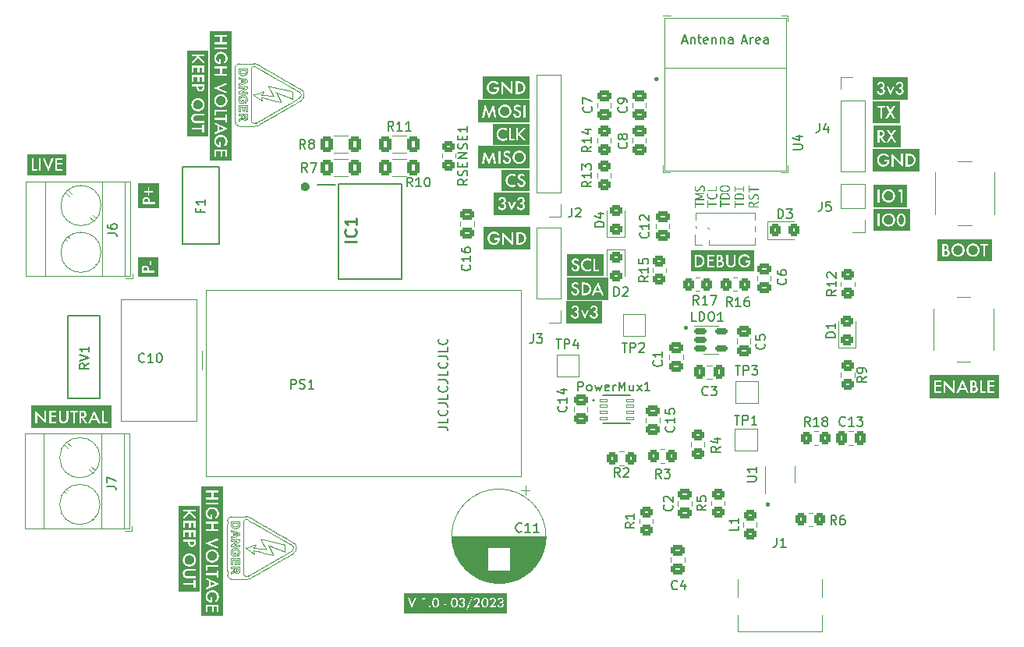
<source format=gto>
G04 #@! TF.GenerationSoftware,KiCad,Pcbnew,(7.0.0-0)*
G04 #@! TF.CreationDate,2023-03-13T11:18:44+01:00*
G04 #@! TF.ProjectId,ESPMeter,4553504d-6574-4657-922e-6b696361645f,rev?*
G04 #@! TF.SameCoordinates,Original*
G04 #@! TF.FileFunction,Legend,Top*
G04 #@! TF.FilePolarity,Positive*
%FSLAX46Y46*%
G04 Gerber Fmt 4.6, Leading zero omitted, Abs format (unit mm)*
G04 Created by KiCad (PCBNEW (7.0.0-0)) date 2023-03-13 11:18:44*
%MOMM*%
%LPD*%
G01*
G04 APERTURE LIST*
G04 Aperture macros list*
%AMRoundRect*
0 Rectangle with rounded corners*
0 $1 Rounding radius*
0 $2 $3 $4 $5 $6 $7 $8 $9 X,Y pos of 4 corners*
0 Add a 4 corners polygon primitive as box body*
4,1,4,$2,$3,$4,$5,$6,$7,$8,$9,$2,$3,0*
0 Add four circle primitives for the rounded corners*
1,1,$1+$1,$2,$3*
1,1,$1+$1,$4,$5*
1,1,$1+$1,$6,$7*
1,1,$1+$1,$8,$9*
0 Add four rect primitives between the rounded corners*
20,1,$1+$1,$2,$3,$4,$5,0*
20,1,$1+$1,$4,$5,$6,$7,0*
20,1,$1+$1,$6,$7,$8,$9,0*
20,1,$1+$1,$8,$9,$2,$3,0*%
%AMFreePoly0*
4,1,6,0.725000,-0.725000,-0.725000,-0.725000,-0.725000,0.125000,-0.125000,0.725000,0.725000,0.725000,0.725000,-0.725000,0.725000,-0.725000,$1*%
G04 Aperture macros list end*
%ADD10C,0.030000*%
%ADD11C,0.200000*%
%ADD12C,0.162500*%
%ADD13C,0.125000*%
%ADD14C,0.150000*%
%ADD15C,0.254000*%
%ADD16C,0.120000*%
%ADD17C,0.127000*%
%ADD18RoundRect,0.250000X0.475000X-0.337500X0.475000X0.337500X-0.475000X0.337500X-0.475000X-0.337500X0*%
%ADD19RoundRect,0.250000X-0.325000X-0.450000X0.325000X-0.450000X0.325000X0.450000X-0.325000X0.450000X0*%
%ADD20RoundRect,0.250000X-0.475000X0.337500X-0.475000X-0.337500X0.475000X-0.337500X0.475000X0.337500X0*%
%ADD21C,1.500000*%
%ADD22RoundRect,0.250000X0.450000X-0.325000X0.450000X0.325000X-0.450000X0.325000X-0.450000X-0.325000X0*%
%ADD23RoundRect,0.250000X0.337500X0.475000X-0.337500X0.475000X-0.337500X-0.475000X0.337500X-0.475000X0*%
%ADD24R,1.700000X1.700000*%
%ADD25O,1.700000X1.700000*%
%ADD26RoundRect,0.250000X-0.450000X0.350000X-0.450000X-0.350000X0.450000X-0.350000X0.450000X0.350000X0*%
%ADD27RoundRect,0.250000X0.350000X0.450000X-0.350000X0.450000X-0.350000X-0.450000X0.350000X-0.450000X0*%
%ADD28R,2.000000X2.000000*%
%ADD29RoundRect,0.250000X-0.400000X-0.625000X0.400000X-0.625000X0.400000X0.625000X-0.400000X0.625000X0*%
%ADD30R,1.950000X0.650000*%
%ADD31RoundRect,0.250000X0.450000X-0.350000X0.450000X0.350000X-0.450000X0.350000X-0.450000X-0.350000X0*%
%ADD32C,1.600000*%
%ADD33C,3.600000*%
%ADD34C,6.400000*%
%ADD35C,2.000000*%
%ADD36RoundRect,0.150000X-0.512500X-0.150000X0.512500X-0.150000X0.512500X0.150000X-0.512500X0.150000X0*%
%ADD37RoundRect,0.250000X-0.350000X-0.450000X0.350000X-0.450000X0.350000X0.450000X-0.350000X0.450000X0*%
%ADD38C,1.408000*%
%ADD39R,0.800000X0.400000*%
%ADD40R,0.400000X0.800000*%
%ADD41FreePoly0,0.000000*%
%ADD42R,1.450000X1.450000*%
%ADD43R,0.700000X0.700000*%
%ADD44RoundRect,0.250000X-0.450000X0.325000X-0.450000X-0.325000X0.450000X-0.325000X0.450000X0.325000X0*%
%ADD45R,1.000000X1.000000*%
%ADD46O,1.000000X1.000000*%
%ADD47R,2.300000X2.000000*%
%ADD48C,2.300000*%
%ADD49R,2.600000X2.600000*%
%ADD50C,2.600000*%
%ADD51C,0.650000*%
%ADD52R,0.300000X1.150000*%
%ADD53O,1.000000X2.100000*%
%ADD54O,1.000000X1.600000*%
%ADD55RoundRect,0.250000X-0.337500X-0.475000X0.337500X-0.475000X0.337500X0.475000X-0.337500X0.475000X0*%
%ADD56RoundRect,0.012800X-0.417200X-0.147200X0.417200X-0.147200X0.417200X0.147200X-0.417200X0.147200X0*%
%ADD57R,1.650000X2.400000*%
%ADD58R,0.650000X1.560000*%
G04 APERTURE END LIST*
D10*
X116316106Y-64975107D02*
G75*
G03*
X116302354Y-64915736I-250706J-26793D01*
G01*
X112011300Y-65012647D02*
G75*
G03*
X112011745Y-65015030I1500J-953D01*
G01*
X109173547Y-114041033D02*
X108718171Y-114041033D01*
X114751205Y-63548065D02*
X114624264Y-63474649D01*
X113908328Y-115701630D02*
X114016640Y-115639092D01*
X115461273Y-114116034D02*
G75*
G03*
X115422844Y-114035678I-432073J-157266D01*
G01*
X109455071Y-114840399D02*
G75*
G03*
X109490787Y-114748293I-209971J134399D01*
G01*
X109604627Y-65271376D02*
G75*
G03*
X109562917Y-65382471I353573J-196124D01*
G01*
X112368354Y-65378918D02*
X112780602Y-65479761D01*
X109825103Y-65287266D02*
G75*
G03*
X109726189Y-65381473I110197J-214734D01*
G01*
X109149982Y-62049600D02*
G75*
G03*
X109145189Y-62100755I281718J-52200D01*
G01*
X109553922Y-116001033D02*
X109478922Y-116001033D01*
X110470000Y-64205493D02*
X110470000Y-64290251D01*
X113008922Y-116220885D02*
X113045042Y-116200386D01*
X109261350Y-112761284D02*
X109404684Y-112705886D01*
X108743553Y-114931409D02*
G75*
G03*
X108774359Y-115000167I631847J241809D01*
G01*
X113392969Y-62764477D02*
X113257187Y-62686152D01*
X115369581Y-64811466D02*
X115367352Y-64719442D01*
X111493922Y-114250223D02*
X111370996Y-114237613D01*
X113694884Y-112993257D02*
X113958922Y-113145703D01*
X112316422Y-114334787D02*
X112122297Y-114314499D01*
X110236492Y-65300391D02*
G75*
G03*
X110163461Y-65263877I-173892J-256509D01*
G01*
X110070198Y-117101033D02*
X110043922Y-117046033D01*
X116506225Y-65424234D02*
G75*
G03*
X116563642Y-65333202I-563325J418934D01*
G01*
X112226693Y-64674117D02*
G75*
G03*
X112222829Y-64672873I-3093J-2983D01*
G01*
X109256575Y-112638179D02*
X109166587Y-112606714D01*
X109324038Y-113868678D02*
X109628922Y-113871322D01*
X112227209Y-64678274D02*
G75*
G03*
X112226704Y-64674106I-2809J1774D01*
G01*
X109266070Y-112122817D02*
G75*
G03*
X109399153Y-112092018I-84170J666617D01*
G01*
X109630570Y-116231033D02*
X109627246Y-116509272D01*
X110240974Y-67768987D02*
G75*
G03*
X110305302Y-67758625I-17774J315187D01*
G01*
X111134154Y-114485274D02*
X111184509Y-114496163D01*
X110320225Y-67359491D02*
X110322291Y-67230705D01*
X109628766Y-111583533D02*
X109627895Y-111680205D01*
X111142614Y-114544018D02*
X111129072Y-114490427D01*
X112056232Y-65667317D02*
G75*
G03*
X112067703Y-65666366I5168J7317D01*
G01*
X114012595Y-66556327D02*
X113882000Y-66631506D01*
X109801584Y-65728290D02*
G75*
G03*
X109841688Y-65728787I23616J287190D01*
G01*
X108766299Y-111939672D02*
G75*
G03*
X108840826Y-112031095I244801J123472D01*
G01*
X115094438Y-63746077D02*
X115020135Y-63703255D01*
X109758037Y-65701021D02*
G75*
G03*
X109777217Y-65720115I52963J34021D01*
G01*
X114475281Y-66288340D02*
X114461288Y-66296673D01*
X109154017Y-116840028D02*
G75*
G03*
X109189926Y-116894949I228383J110128D01*
G01*
X115779071Y-114062153D02*
G75*
G03*
X115744361Y-113961164I-766371J-206947D01*
G01*
X111236398Y-114110178D02*
X111278922Y-114046033D01*
X110495000Y-61622595D02*
X110079639Y-61621687D01*
X112725000Y-62378946D02*
X112479394Y-62236882D01*
X109562438Y-67839144D02*
X109561206Y-67810592D01*
X110266475Y-62673514D02*
G75*
G03*
X110295483Y-62631376I-87975J91614D01*
G01*
X113778506Y-67061156D02*
X113850000Y-67020588D01*
X113248413Y-115000412D02*
X113261994Y-115003864D01*
X114235344Y-66797749D02*
X114292836Y-66764523D01*
X108808001Y-116990837D02*
X108764592Y-117017121D01*
X109129436Y-112811547D02*
X109261350Y-112761284D01*
X113368929Y-65155115D02*
X113307578Y-65149461D01*
X113566516Y-115899111D02*
X113637876Y-115857963D01*
X112746037Y-113942667D02*
X112800880Y-113963103D01*
X115256748Y-66207449D02*
X115281397Y-66193460D01*
X111266966Y-114226597D02*
X111173632Y-114216506D01*
X113451758Y-115964820D02*
X113478922Y-115949326D01*
X112774732Y-115986087D02*
X112665735Y-116049231D01*
X115285059Y-114531319D02*
X115074561Y-114659203D01*
X113958922Y-113145703D02*
X114393509Y-113396690D01*
X109140000Y-65030000D02*
X109140607Y-67229364D01*
X110176413Y-67586104D02*
G75*
G03*
X110202997Y-67590699I26687J75204D01*
G01*
X114464947Y-115381040D02*
G75*
G03*
X114461808Y-115381841I53J-6760D01*
G01*
X110110000Y-66540736D02*
X110110000Y-66770736D01*
X112192362Y-64679807D02*
X112173448Y-64685770D01*
X114478992Y-115374145D02*
X114492011Y-115366570D01*
X109478922Y-116001033D02*
X109478922Y-115756033D01*
X109970375Y-66770736D02*
X109967688Y-66543236D01*
X113665000Y-65695347D02*
X113816939Y-65732394D01*
X111381751Y-113873169D02*
X111367999Y-113875847D01*
X108721047Y-113948533D02*
X108723922Y-113856033D01*
X111321332Y-113981724D02*
X111356264Y-113926802D01*
X108868978Y-111658533D02*
X108873729Y-111767593D01*
X111203700Y-113927482D02*
X110793602Y-114051739D01*
X110470000Y-66800736D02*
X110395000Y-66800736D01*
X110136861Y-62734447D02*
G75*
G03*
X110219557Y-62707125I-43261J269747D01*
G01*
X114591715Y-115307247D02*
X114664604Y-115264897D01*
X109699836Y-67759332D02*
X109649079Y-67790540D01*
X109576811Y-114456715D02*
G75*
G03*
X109460199Y-114338340I-335911J-214285D01*
G01*
X111927000Y-113292531D02*
G75*
G03*
X111920389Y-113292691I-1900J-58169D01*
G01*
X109181332Y-111944790D02*
G75*
G03*
X109295781Y-111934731I-12832J802090D01*
G01*
X108718922Y-113159547D02*
X108718969Y-113062790D01*
X108960506Y-114928589D02*
G75*
G03*
X109000610Y-114929084I23594J287189D01*
G01*
X109565000Y-63245635D02*
X109562149Y-63149067D01*
X111385641Y-113874387D02*
G75*
G03*
X111381751Y-113873170I-3141J-3213D01*
G01*
X113812450Y-115387271D02*
X113749172Y-115423498D01*
X111041497Y-61995389D02*
G75*
G03*
X110967367Y-62061483I181703J-278411D01*
G01*
X113157500Y-65134490D02*
X112963375Y-65114202D01*
X111935876Y-113293288D02*
G75*
G03*
X111927000Y-113292529I-11276J-79612D01*
G01*
X109561886Y-62522587D02*
G75*
G03*
X109568839Y-62612422I868014J21987D01*
G01*
X112122969Y-68016717D02*
X112270731Y-67931501D01*
X108933797Y-113074163D02*
X108815218Y-113121336D01*
X110322676Y-114191032D02*
G75*
G03*
X110317417Y-114191686I24J-21668D01*
G01*
X114590250Y-66223201D02*
X114536636Y-66253743D01*
X112995026Y-64505736D02*
X113185687Y-64833792D01*
X109133645Y-116778068D02*
G75*
G03*
X109127422Y-116752647I-236145J-44332D01*
G01*
X115665139Y-114624524D02*
G75*
G03*
X115722564Y-114533499I-562239J418324D01*
G01*
X110479306Y-65600675D02*
G75*
G03*
X110479051Y-65416170I-563506J91475D01*
G01*
X115744356Y-113961166D02*
G75*
G03*
X115697606Y-113870295I-612856J-257834D01*
G01*
X108976071Y-112350674D02*
X109173398Y-112425701D01*
X109938584Y-63382984D02*
G75*
G03*
X109924874Y-63380736I-13684J-40516D01*
G01*
X116263935Y-64835374D02*
G75*
G03*
X116215047Y-64777059I-212535J-128526D01*
G01*
X113816459Y-65190736D02*
X113726781Y-65019905D01*
X109975813Y-65244082D02*
G75*
G03*
X109825104Y-65287268I34087J-403518D01*
G01*
X109381565Y-115069986D02*
G75*
G03*
X109388034Y-115087308I176335J55986D01*
G01*
X109464708Y-116725689D02*
G75*
G03*
X109474799Y-116681131I-122608J51189D01*
G01*
X113135000Y-62615691D02*
X113018266Y-62548360D01*
X112416109Y-111886449D02*
X112293922Y-111815988D01*
X110295489Y-62631378D02*
G75*
G03*
X110311513Y-62570306I-203289J85978D01*
G01*
X113953939Y-114412082D02*
X114167841Y-114495643D01*
X114528922Y-114246707D02*
X114528503Y-114011763D01*
X110391073Y-111141154D02*
G75*
G03*
X110289868Y-111155149I527J-376746D01*
G01*
X109420180Y-115082045D02*
X109401232Y-115089636D01*
X109605670Y-67816824D02*
X109567134Y-67839900D01*
X109665000Y-63282214D02*
X109565000Y-63245635D01*
X112270000Y-62485207D02*
X112429009Y-62577593D01*
X109265297Y-116419596D02*
X109250077Y-116420095D01*
X111163754Y-64990735D02*
G75*
G03*
X111158495Y-64991388I-54J-21065D01*
G01*
X114003609Y-65546673D02*
X113816459Y-65190736D01*
X109792500Y-67698781D02*
X109699836Y-67759332D01*
X113795000Y-63366019D02*
X114016106Y-63493260D01*
X112848922Y-115942921D02*
X112774732Y-115986087D01*
X110470000Y-64840736D02*
X110014625Y-64840736D01*
X111999727Y-65404633D02*
X111983692Y-65343721D01*
X115422848Y-114035676D02*
G75*
G03*
X115373970Y-113977355I-212348J-128324D01*
G01*
X109081010Y-112819030D02*
G75*
G03*
X109088922Y-112823078I6490J2930D01*
G01*
X110050000Y-65705736D02*
X110050000Y-65900736D01*
X113287975Y-115005352D02*
G75*
G03*
X113289612Y-114995116I-6275J6252D01*
G01*
X109560000Y-64200736D02*
X109560000Y-64120736D01*
X110088116Y-67425984D02*
X110092615Y-67477632D01*
X110318455Y-62473236D02*
X110322057Y-62350736D01*
X109388000Y-115087323D02*
G75*
G03*
X109393697Y-115091033I5700J2523D01*
G01*
X114347139Y-114565871D02*
X114411625Y-114591545D01*
X111961435Y-113373576D02*
X112023699Y-113481774D01*
X110210419Y-63300157D02*
X110382938Y-63366157D01*
X109625316Y-111756911D02*
X109621234Y-111815794D01*
X115802840Y-64524174D02*
X115955000Y-64611622D01*
X110320000Y-66555736D02*
X110320000Y-66310736D01*
X110794036Y-117128972D02*
X110714894Y-117174828D01*
X110765070Y-114540598D02*
X111215189Y-114867565D01*
X112528906Y-114354435D02*
G75*
G03*
X112527910Y-114350663I-7506J35D01*
G01*
X110240974Y-67768983D02*
X110212440Y-67769584D01*
X114407594Y-66698814D02*
X114478954Y-66657666D01*
X116436690Y-65503914D02*
G75*
G03*
X116506223Y-65424232I-474590J484314D01*
G01*
X109374327Y-114905417D02*
G75*
G03*
X109362206Y-114913736I50373J-86383D01*
G01*
X109454414Y-111831677D02*
G75*
G03*
X109470436Y-111770603I-203314J85977D01*
G01*
X108741852Y-111878498D02*
G75*
G03*
X108766288Y-111939678I361948J109098D01*
G01*
X108868922Y-111551033D02*
X108868978Y-111658533D01*
X108668047Y-110849914D02*
X108631663Y-110863949D01*
X110283706Y-65871858D02*
X110261258Y-65881748D01*
X115371793Y-66142649D02*
X115432793Y-66106950D01*
X111587931Y-111777890D02*
X111742209Y-111867240D01*
X109582930Y-62678200D02*
G75*
G03*
X109607366Y-62739381I361970J109100D01*
G01*
X109438125Y-116420196D02*
X109354223Y-116419833D01*
X114867500Y-63615261D02*
X114751205Y-63548065D01*
X111184509Y-114496163D02*
X111241872Y-114509199D01*
X112778922Y-112095790D02*
X112680612Y-112039044D01*
X110469844Y-62383236D02*
X110468973Y-62479908D01*
X111478857Y-61671144D02*
G75*
G03*
X111357387Y-61637275I-169557J-373356D01*
G01*
X112963375Y-65114202D02*
X112791245Y-65096396D01*
X110357708Y-67735603D02*
G75*
G03*
X110400156Y-67698468I-98308J155203D01*
G01*
X109448482Y-116751420D02*
G75*
G03*
X109464710Y-116725690I-68082J60920D01*
G01*
X109968098Y-64281275D02*
X109855000Y-64280736D01*
X115367352Y-64719442D02*
X115363154Y-64669435D01*
X112787500Y-64094813D02*
X112776954Y-64092987D01*
X113162531Y-114746970D02*
X112975381Y-114391033D01*
X115271465Y-63848178D02*
X115210000Y-63812713D01*
X111158649Y-114604930D02*
X111142614Y-114544018D01*
X110516309Y-110837574D02*
G75*
G03*
X110341616Y-110826663I-186309J-1579126D01*
G01*
X114526358Y-114530462D02*
X114528323Y-114410605D01*
X108868922Y-115510435D02*
X108868922Y-115765734D01*
X112823922Y-114895644D02*
X112975861Y-114932691D01*
X113521690Y-62838747D02*
X113392969Y-62764477D01*
X109399896Y-116969288D02*
G75*
G03*
X109464224Y-116958921I-17796J315188D01*
G01*
X109974723Y-67577771D02*
G75*
G03*
X109968500Y-67552350I-236123J-44329D01*
G01*
X110163460Y-65263879D02*
G75*
G03*
X110074918Y-65244657I-125560J-364821D01*
G01*
X109208922Y-115101033D02*
X109022524Y-115101033D01*
X111920384Y-113292625D02*
G75*
G03*
X111918923Y-113294278I116J-1575D01*
G01*
X111975241Y-65284928D02*
G75*
G03*
X111971250Y-65286153I-841J-4372D01*
G01*
X110967359Y-62061476D02*
G75*
G03*
X110911011Y-62150280I319841J-265224D01*
G01*
X110661074Y-111243342D02*
X111073922Y-111480331D01*
X109375138Y-115045643D02*
G75*
G03*
X109381565Y-115069986I247562J52343D01*
G01*
X109373922Y-115511033D02*
X109268922Y-115511033D01*
X108722669Y-114863576D02*
G75*
G03*
X108743555Y-114931409I516431J121876D01*
G01*
X110031009Y-67694648D02*
G75*
G03*
X110078340Y-67736779I179091J153548D01*
G01*
X114653528Y-66186974D02*
X114590250Y-66223201D01*
X113239137Y-65591679D02*
X113665000Y-65695347D01*
X112044778Y-64727185D02*
X111634680Y-64851442D01*
X114064344Y-65793367D02*
X114089491Y-65800115D01*
X112551891Y-111964774D02*
X112416109Y-111886449D01*
X113605768Y-115506618D02*
G75*
G03*
X113613922Y-115501214I-40868J70518D01*
G01*
X114321197Y-112985482D02*
X114253360Y-112946374D01*
X109140607Y-67229364D02*
X109145874Y-67743798D01*
X110331861Y-65547995D02*
G75*
G03*
X110330156Y-65443587I-276961J47695D01*
G01*
X113517266Y-115557856D02*
X113416559Y-115615960D01*
X116605973Y-65235163D02*
G75*
G03*
X116627916Y-65147486I-510973J174463D01*
G01*
X112077476Y-64909881D02*
X112120000Y-64845736D01*
X109369341Y-112500454D02*
X109541860Y-112566454D01*
X115033862Y-66337134D02*
X115116321Y-66289364D01*
X110455731Y-68432059D02*
X111204360Y-68430910D01*
X109062697Y-113646719D02*
X109137107Y-113601033D01*
X108721368Y-117039441D02*
G75*
G03*
X108723027Y-117041033I1632J41D01*
G01*
X109268922Y-115971033D02*
X109199110Y-115971033D01*
X112397906Y-114343148D02*
X112316422Y-114334787D01*
X111983692Y-65343721D02*
X111970150Y-65290130D01*
X109968491Y-67552353D02*
G75*
G03*
X109960702Y-67542391I-16591J-4947D01*
G01*
X116358307Y-65568169D02*
G75*
G03*
X116436690Y-65503914I-321707J472369D01*
G01*
X110417894Y-65256415D02*
G75*
G03*
X110301277Y-65138044I-335894J-214285D01*
G01*
X111634680Y-64851442D02*
X111182438Y-64987978D01*
X109615318Y-111852507D02*
G75*
G03*
X109621234Y-111815794I-254918J59907D01*
G01*
X109072353Y-112642667D02*
X109072495Y-112703533D01*
X110219558Y-62707126D02*
G75*
G03*
X110266471Y-62673510I-93358J179826D01*
G01*
X111201124Y-114164577D02*
X111236398Y-114110178D01*
X110960930Y-67979332D02*
G75*
G03*
X111026392Y-68041755I275170J223032D01*
G01*
X109251537Y-116677929D02*
X109256391Y-116720989D01*
X109425401Y-111873816D02*
G75*
G03*
X109454405Y-111831673I-88001J91616D01*
G01*
X110081309Y-67248441D02*
X110081168Y-67288563D01*
X108823922Y-112482511D02*
X108723922Y-112445932D01*
X113783186Y-112674946D02*
X113663874Y-112605870D01*
X109474800Y-116681131D02*
X109479147Y-116559788D01*
X109628416Y-112634137D02*
X109628922Y-112699020D01*
X109628922Y-113321033D02*
X109628922Y-113405790D01*
X113878922Y-115349030D02*
X113812450Y-115387271D01*
X112209077Y-64675550D02*
X112192362Y-64679807D01*
X109142555Y-62838192D02*
X109140592Y-63755147D01*
X109268922Y-115741033D02*
X109268922Y-115971033D01*
X114108783Y-64383092D02*
X112956320Y-64130686D01*
X112039424Y-65547687D02*
X112019583Y-65476153D01*
X108996422Y-115513234D02*
X108868922Y-115510435D01*
X109304242Y-116772287D02*
G75*
G03*
X109335334Y-116786403I98058J174687D01*
G01*
X113605764Y-115506611D02*
X113517266Y-115557856D01*
X110263405Y-117285135D02*
G75*
G03*
X110350205Y-117306885I127295J323935D01*
G01*
X112451131Y-114217870D02*
X112527910Y-114350663D01*
X109389417Y-114897574D02*
G75*
G03*
X109374326Y-114905416I73883J-160626D01*
G01*
X109841688Y-65728787D02*
X109895000Y-65725736D01*
X112248853Y-67574722D02*
X112125000Y-67646250D01*
X109466961Y-115060445D02*
G75*
G03*
X109531094Y-115017557I-137261J274645D01*
G01*
X110400153Y-67698464D02*
G75*
G03*
X110434846Y-67646142I-213853J179464D01*
G01*
X109201950Y-68138764D02*
G75*
G03*
X109264505Y-68231554I389150J194864D01*
G01*
X114519125Y-114631005D02*
G75*
G03*
X114523701Y-114626591I-25J4605D01*
G01*
X111227781Y-114862495D02*
X111214333Y-114808944D01*
X113603188Y-63255543D02*
X113699609Y-63311121D01*
X113518345Y-63206563D02*
X113603188Y-63255543D01*
X108916954Y-114901321D02*
G75*
G03*
X108936139Y-114920412I52946J34021D01*
G01*
X114950000Y-66385561D02*
X115033862Y-66337134D01*
X113615810Y-66785790D02*
X113506813Y-66848934D01*
X108723922Y-112445932D02*
X108721071Y-112349364D01*
X112982439Y-112213091D02*
X112871897Y-112149422D01*
X109335332Y-116786408D02*
G75*
G03*
X109361919Y-116790996I26668J75208D01*
G01*
X108718922Y-116835798D02*
X108830240Y-116762853D01*
X110205321Y-65783664D02*
X110200480Y-65756473D01*
X110470000Y-64290251D02*
X110409859Y-64327993D01*
X109013922Y-113481033D02*
X108718922Y-113481033D01*
X115285064Y-114531327D02*
G75*
G03*
X115386267Y-114453035I-379364J594927D01*
G01*
X108723027Y-117041057D02*
G75*
G03*
X108726056Y-117040197I-27J5857D01*
G01*
X110110000Y-66310736D02*
X110110000Y-66540736D01*
X113950569Y-65765226D02*
X114064344Y-65793367D01*
X110106375Y-67219299D02*
X110091155Y-67219798D01*
X114089491Y-65800115D02*
X114103072Y-65803567D01*
X111273078Y-111595230D02*
X111365371Y-111648617D01*
X109649079Y-67790540D02*
X109605670Y-67816824D01*
X110165116Y-64668381D02*
X110470000Y-64671025D01*
X111104485Y-68084834D02*
G75*
G03*
X111191283Y-68106589I127515J324734D01*
G01*
X110233035Y-63487040D02*
X110222500Y-63482738D01*
X109477377Y-111673533D02*
X109480979Y-111551033D01*
X112206449Y-62448320D02*
X112270000Y-62485207D01*
X109460204Y-114338333D02*
G75*
G03*
X109300930Y-114272085I-253204J-384167D01*
G01*
X110928614Y-117051219D02*
X110867208Y-117086659D01*
X109625439Y-112611607D02*
G75*
G03*
X109617633Y-112599231I-22739J-5693D01*
G01*
X111367999Y-113875847D02*
X111351284Y-113880104D01*
X109027596Y-116842034D02*
X108951422Y-116899078D01*
X113465000Y-63175655D02*
X113518345Y-63206563D01*
X114492011Y-115366570D02*
X114506621Y-115357586D01*
X109559077Y-116898763D02*
G75*
G03*
X109593768Y-116846439I-213877J179463D01*
G01*
X111407775Y-116775019D02*
X111283922Y-116846547D01*
X110470000Y-66130736D02*
X110470000Y-66465736D01*
X108824184Y-112926976D02*
X108929352Y-112887920D01*
X113369999Y-65154138D02*
G75*
G03*
X113368988Y-65150366I-7399J38D01*
G01*
X112862426Y-113986458D02*
X112935035Y-114014730D01*
X110322676Y-114191023D02*
G75*
G03*
X110341360Y-114188275I24J64723D01*
G01*
X108718922Y-116021033D02*
X108718922Y-115676033D01*
X113185687Y-64833792D02*
X113292209Y-65017573D01*
X109817149Y-63150377D02*
X110014476Y-63225404D01*
X109053922Y-114926033D02*
X109056760Y-114818533D01*
X110469493Y-63433840D02*
G75*
G03*
X110466525Y-63411308I-98093J-1460D01*
G01*
X110047661Y-65060417D02*
G75*
G03*
X109948727Y-65064537I-22361J-652983D01*
G01*
X110241923Y-63491738D02*
G75*
G03*
X110233035Y-63487041I-44823J-74062D01*
G01*
X111504290Y-68367040D02*
X111606883Y-68313283D01*
X114467879Y-115380288D02*
X114478992Y-115374145D01*
X110202997Y-67590693D02*
G75*
G03*
X110234671Y-67585992I203J107693D01*
G01*
X109665262Y-63726679D02*
X109770430Y-63687623D01*
X113043212Y-114057118D02*
X113243218Y-114135187D01*
X112082950Y-65308902D02*
X112150253Y-65325195D01*
X115078117Y-115026671D02*
X115304825Y-114895217D01*
X109948726Y-65064531D02*
G75*
G03*
X109853485Y-65083301I73974J-626369D01*
G01*
X112623922Y-112375952D02*
X112677267Y-112406860D01*
X109189928Y-116894947D02*
G75*
G03*
X109237262Y-116937075I179072J153547D01*
G01*
X110195301Y-67219536D02*
X110106375Y-67219299D01*
X109353777Y-68314561D02*
G75*
G03*
X109458632Y-68378830I375623J495161D01*
G01*
X113368930Y-65155098D02*
G75*
G03*
X113369999Y-65154138I70J998D01*
G01*
X113407354Y-112457592D02*
X113280202Y-112384283D01*
X109472741Y-61663652D02*
X109440000Y-61678100D01*
X108832930Y-114383020D02*
G75*
G03*
X108763541Y-114471669I244270J-262680D01*
G01*
X115320070Y-66173848D02*
X115333089Y-66166273D01*
X109978185Y-64400736D02*
X110043856Y-64359941D01*
X108926637Y-112703505D02*
X108923922Y-112519090D01*
X113634203Y-115488637D02*
X113620210Y-115496970D01*
X114121280Y-63183986D02*
X114024952Y-63128602D01*
X108718922Y-115331033D02*
X109173922Y-115331033D01*
X114358344Y-66357559D02*
X114257637Y-66415663D01*
X111182694Y-61626366D02*
X110495000Y-61622595D01*
X114167216Y-66837251D02*
X114235344Y-66797749D01*
X109628922Y-113956178D02*
X109628922Y-114041033D01*
X109161078Y-67997694D02*
G75*
G03*
X109201946Y-68138767I402322J40094D01*
G01*
X111158495Y-64991387D02*
G75*
G03*
X111154040Y-64993308I4005J-15413D01*
G01*
X113385919Y-66918820D02*
X113270000Y-66985676D01*
X111214333Y-114808944D02*
X111198346Y-114747984D01*
X110016028Y-62350736D02*
X109710000Y-62350736D01*
X112122297Y-114314499D02*
X111950167Y-114296693D01*
X112466500Y-114349758D02*
X112397906Y-114343148D01*
X108720128Y-117010889D02*
X108719217Y-116977764D01*
X115955000Y-64611622D02*
X116132286Y-64716353D01*
X110322057Y-62350736D02*
X110016028Y-62350736D01*
X114749406Y-66501333D02*
X114857718Y-66438795D01*
X111883922Y-111579243D02*
X111638316Y-111437179D01*
X112793349Y-62418490D02*
X112725000Y-62378946D01*
X109173922Y-113321033D02*
X109628922Y-113321033D01*
X109065685Y-111938381D02*
G75*
G03*
X109181332Y-111944796I102515J802381D01*
G01*
X110470000Y-66465736D02*
X110470000Y-66800736D01*
X108990693Y-116654585D02*
G75*
G03*
X109057799Y-116596172I-233393J335885D01*
G01*
X108512707Y-117514847D02*
G75*
G03*
X108617554Y-117579127I375693J495147D01*
G01*
X109206583Y-114260717D02*
G75*
G03*
X109107649Y-114264833I-22383J-652983D01*
G01*
X109378472Y-111907408D02*
G75*
G03*
X109425393Y-111873807I-93272J179808D01*
G01*
X109863602Y-65900736D02*
X109721534Y-65899540D01*
X113506416Y-115933679D02*
X113566516Y-115899111D01*
X114743922Y-115219146D02*
X115078117Y-115026671D01*
X112762110Y-112455840D02*
X112858531Y-112511418D01*
X116538680Y-64670000D02*
G75*
G03*
X116479835Y-64589432I-539280J-332100D01*
G01*
X109560000Y-66820736D02*
X109560000Y-66475736D01*
X111170242Y-114212956D02*
G75*
G03*
X111170667Y-114215327I1558J-944D01*
G01*
X114248432Y-63257295D02*
X114121280Y-63183986D01*
X112115242Y-113330983D02*
X111946422Y-113295110D01*
X115764885Y-114435457D02*
G75*
G03*
X115786838Y-114347783I-511885J174757D01*
G01*
X109260505Y-116734023D02*
G75*
G03*
X109276483Y-116753383I56095J30023D01*
G01*
X109123922Y-115516033D02*
X108996422Y-115513234D01*
X109306100Y-113493108D02*
G75*
G03*
X109308635Y-113488533I-3100J4708D01*
G01*
X110373345Y-64350718D02*
X110295491Y-64398712D01*
X113668922Y-115468939D02*
X113650959Y-115478973D01*
X109796398Y-62894935D02*
G75*
G03*
X109941969Y-62926557I187102J510435D01*
G01*
X112760020Y-64093981D02*
G75*
G03*
X112762236Y-64102461I16880J-119D01*
G01*
X109019154Y-113866033D02*
X109324038Y-113868678D01*
X112012223Y-62336071D02*
X112114156Y-62394933D01*
X108718171Y-114041033D02*
X108721047Y-113948533D01*
X115306025Y-66180720D02*
G75*
G03*
X115302886Y-66181544I75J-6680D01*
G01*
X110316346Y-114214368D02*
X110765070Y-114540598D01*
X112762236Y-64102461D02*
X112802513Y-64173279D01*
X113289612Y-114995116D02*
X113241437Y-114899635D01*
X116369059Y-64490219D02*
X116216670Y-64397793D01*
X109628922Y-116001033D02*
X109553922Y-116001033D01*
X108951422Y-116899078D02*
X108858758Y-116959629D01*
X114269018Y-63638990D02*
X114535962Y-63792960D01*
X109012408Y-114283600D02*
G75*
G03*
X108929123Y-114315931I121492J-436400D01*
G01*
X110309963Y-114196437D02*
G75*
G03*
X110308923Y-114199789I5237J-3463D01*
G01*
X110885000Y-65025736D02*
X110885000Y-62205736D01*
X114719204Y-113584650D02*
X114961762Y-113724471D01*
X112864777Y-64281477D02*
X112995026Y-64505736D01*
X110092615Y-67477632D02*
X110097469Y-67520692D01*
X112941876Y-67174939D02*
X112880000Y-67210739D01*
X115187443Y-66248027D02*
X115228326Y-66224052D01*
X109364243Y-114983961D02*
X109359402Y-114956770D01*
X110471648Y-67030736D02*
X110468324Y-67308975D01*
X111635114Y-67928675D02*
X111555972Y-67974531D01*
X110308035Y-65860139D02*
X110283706Y-65871858D01*
X109735387Y-65661365D02*
G75*
G03*
X109758036Y-65701022I401613J203065D01*
G01*
X112761467Y-64092398D02*
G75*
G03*
X112760000Y-64093981I33J-1502D01*
G01*
X111824343Y-116534921D02*
X111748922Y-116578336D01*
X108721834Y-114582767D02*
G75*
G03*
X108707253Y-114716033I637966J-137233D01*
G01*
X110470000Y-63597205D02*
X110072500Y-63755425D01*
X114857718Y-66438795D02*
X114950000Y-66385561D01*
X112810619Y-114075935D02*
X112743249Y-113945758D01*
X115915639Y-65458906D02*
X115090000Y-65935475D01*
X116307871Y-65600131D02*
X116358310Y-65568174D01*
X109532267Y-113551015D02*
X109454413Y-113599009D01*
X115796813Y-114248202D02*
G75*
G03*
X115794409Y-114148906I-800513J30302D01*
G01*
X109389410Y-114897558D02*
G75*
G03*
X109455071Y-114840399I-64910J140858D01*
G01*
X109654321Y-65868643D02*
X109615436Y-65799870D01*
X116227336Y-65252729D02*
G75*
G03*
X116287182Y-65172123I-187636J201829D01*
G01*
X109930000Y-63622779D02*
G75*
G03*
X109970514Y-63611250I-49100J249479D01*
G01*
X112042202Y-64964280D02*
X112077476Y-64909881D01*
X111332370Y-113886067D02*
X111203700Y-113927482D01*
X115020135Y-63703255D02*
X114950000Y-63662847D01*
X110074917Y-65244663D02*
G75*
G03*
X109975812Y-65244073I-52817J-548137D01*
G01*
X112502918Y-67428176D02*
X112381219Y-67498344D01*
X114368922Y-113013010D02*
X114321197Y-112985482D01*
X116317764Y-65044404D02*
G75*
G03*
X116316116Y-64975106I-418864J24704D01*
G01*
X109548328Y-65515736D02*
G75*
G03*
X109551937Y-65592710I729572J-4364D01*
G01*
X114510000Y-66268642D02*
X114492037Y-66278676D01*
X109628922Y-113405790D02*
X109628922Y-113490548D01*
X109516633Y-116935905D02*
G75*
G03*
X109559078Y-116898765I-98333J155205D01*
G01*
X111769692Y-67850922D02*
X111708286Y-67886362D01*
X108721071Y-112349364D02*
X108718219Y-112252797D01*
X108726350Y-117616362D02*
G75*
G03*
X108861646Y-117630802I137750J649562D01*
G01*
X110050000Y-65510736D02*
X110050000Y-65705736D01*
X109560000Y-67120736D02*
X109560000Y-67030736D01*
X109098922Y-116411033D02*
X108908922Y-116411033D01*
X114492037Y-66278676D02*
X114475281Y-66288340D01*
X109621351Y-61625245D02*
G75*
G03*
X109570000Y-61631017I4449J-270855D01*
G01*
X113183874Y-112328899D02*
X113092504Y-112276413D01*
X111606883Y-68313283D02*
X111830000Y-68185713D01*
X109084157Y-116792347D02*
X109027596Y-116842034D01*
X113042000Y-67117134D02*
X112941876Y-67174939D01*
X115568015Y-113719440D02*
G75*
G03*
X115527981Y-113690517I-206715J-243960D01*
G01*
X113477274Y-114226432D02*
X113718922Y-114320521D01*
X114320000Y-66749029D02*
X114347494Y-66733382D01*
X110117561Y-67553086D02*
G75*
G03*
X110145323Y-67571984I123639J151786D01*
G01*
X109952667Y-67544284D02*
G75*
G03*
X109945173Y-67560190I56033J-36116D01*
G01*
X115585000Y-66018849D02*
X115919195Y-65826374D01*
X109702724Y-68430506D02*
X110455731Y-68432059D01*
X110212440Y-67769584D02*
X110181612Y-67768278D01*
X110350205Y-117306888D02*
G75*
G03*
X110421470Y-117307410I37995J322788D01*
G01*
X112398059Y-114791976D02*
X112823922Y-114895644D01*
X110079639Y-61621687D02*
X109810880Y-61622808D01*
X109607381Y-62739373D02*
G75*
G03*
X109681904Y-62830798I244819J123473D01*
G01*
X114192784Y-115537431D02*
X114275243Y-115489661D01*
X109562465Y-67839143D02*
G75*
G03*
X109564105Y-67840736I1635J43D01*
G01*
X112871897Y-112149422D02*
X112778922Y-112095790D01*
X114988922Y-113370711D02*
X114780921Y-113250710D01*
X112385000Y-67865616D02*
X112756016Y-67651692D01*
X109375135Y-115045644D02*
X109369268Y-115014176D01*
X109897838Y-65618236D02*
X109900677Y-65510736D01*
X116627915Y-65147486D02*
G75*
G03*
X116637886Y-65047905I-799915J130386D01*
G01*
X111379550Y-61977588D02*
X111502152Y-62043045D01*
X112768078Y-64092235D02*
G75*
G03*
X112761467Y-64092394I-1878J-59365D01*
G01*
X108793922Y-116021033D02*
X108718922Y-116021033D01*
X112527851Y-114355412D02*
X112466500Y-114349758D01*
X113040922Y-115831803D02*
X112924777Y-115898855D01*
X108631663Y-110863949D02*
X108598922Y-110878397D01*
X108301477Y-112038489D02*
X108299514Y-112955444D01*
X116287183Y-65172123D02*
G75*
G03*
X116307918Y-65113455I-241983J118523D01*
G01*
X114082515Y-65699338D02*
X114003609Y-65546673D01*
X109560000Y-67210736D02*
X109560000Y-67120736D01*
X115595617Y-114704217D02*
G75*
G03*
X115665145Y-114624529I-475117J484717D01*
G01*
X108718922Y-116411033D02*
X108718922Y-116321033D01*
X108839989Y-115091565D02*
G75*
G03*
X108880456Y-115099837I42311J103865D01*
G01*
X110409859Y-64327993D02*
X110373345Y-64350718D01*
X114103073Y-65803563D02*
G75*
G03*
X114115335Y-65805673I29127J132563D01*
G01*
X115290851Y-65406379D02*
X115324583Y-65419136D01*
X112598737Y-65076706D02*
X112335000Y-65049926D01*
X112823720Y-67243304D02*
X112747375Y-67287377D01*
X113884290Y-64856821D02*
X114084296Y-64934890D01*
X109381422Y-112683035D02*
X109256575Y-112638179D01*
X115373969Y-113977356D02*
G75*
G03*
X115291208Y-113916650I-392069J-447744D01*
G01*
X108844893Y-113781033D02*
X108903292Y-113744908D01*
X113584632Y-64742927D02*
G75*
G03*
X113584328Y-64745461I1568J-1473D01*
G01*
X110142007Y-65071794D02*
G75*
G03*
X110047661Y-65060420I-113307J-542906D01*
G01*
X111226627Y-114866665D02*
G75*
G03*
X111227781Y-114862495I-3327J3165D01*
G01*
X109127020Y-113481572D02*
X109013922Y-113481033D01*
X110330133Y-65443592D02*
G75*
G03*
X110289863Y-65352136I-232333J-47708D01*
G01*
X112177188Y-111748657D02*
X112057985Y-111679851D01*
X108776422Y-113136744D02*
X108718922Y-113159547D01*
X109400844Y-112692036D02*
G75*
G03*
X109391957Y-112687337I-44844J-74064D01*
G01*
X109564105Y-67840748D02*
G75*
G03*
X109567134Y-67839900I-5J5848D01*
G01*
X111638316Y-111437179D02*
X111299496Y-111241603D01*
X109126610Y-115743533D02*
X109123922Y-115516033D01*
X109140592Y-63755147D02*
X109140000Y-65030000D01*
X110279203Y-67219899D02*
X110195301Y-67219536D01*
X115116321Y-66289364D02*
X115187443Y-66248027D01*
X111130949Y-61954862D02*
G75*
G03*
X111041499Y-61995392I87251J-311538D01*
G01*
X109560000Y-67030736D02*
X110015824Y-67030736D01*
X113092504Y-112276413D02*
X112982439Y-112213091D01*
X110216215Y-65845347D02*
G75*
G03*
X110222643Y-65869689I246785J52147D01*
G01*
X111952271Y-111618787D02*
X111883922Y-111579243D01*
X109531098Y-115017561D02*
G75*
G03*
X109580616Y-114961040I-181498J208961D01*
G01*
X108411926Y-111033568D02*
G75*
G03*
X108345056Y-111140509I479374J-374132D01*
G01*
X110234672Y-67585998D02*
G75*
G03*
X110264757Y-67572152I-36172J118198D01*
G01*
X108345068Y-111140515D02*
G75*
G03*
X108308910Y-111249898I381832J-186885D01*
G01*
X108499982Y-110942065D02*
G75*
G03*
X108411932Y-111033572I397118J-470235D01*
G01*
X113690000Y-66742624D02*
X113615810Y-66785790D01*
X115517229Y-114768467D02*
G75*
G03*
X115595612Y-114704211I-321629J472267D01*
G01*
X115252703Y-65391248D02*
X115290851Y-65406379D01*
X113416559Y-115615960D02*
X113298922Y-115683500D01*
X114526274Y-113919739D02*
X114522076Y-113869732D01*
X109744370Y-64544611D02*
X109821710Y-64496924D01*
X113587122Y-64742348D02*
G75*
G03*
X113584664Y-64742957I-722J-2352D01*
G01*
X110468973Y-62479908D02*
X110466394Y-62556614D01*
X108723922Y-113856033D02*
X108844893Y-113781033D01*
X109134260Y-114711033D02*
X109208922Y-114711033D01*
X109913573Y-63503236D02*
X109914866Y-63570350D01*
X108727760Y-111812719D02*
G75*
G03*
X108741848Y-111878499I408640J53119D01*
G01*
X111428922Y-111685504D02*
X111587931Y-111777890D01*
X115722564Y-114533499D02*
G75*
G03*
X115764889Y-114435458I-603064J318499D01*
G01*
X108861646Y-117630803D02*
X109614653Y-117632356D01*
X108304796Y-116944095D02*
X108319985Y-117197992D01*
X109145188Y-62100755D02*
X109142555Y-62838192D01*
X109134732Y-114444351D02*
G75*
G03*
X108984026Y-114487565I34168J-403549D01*
G01*
X111150037Y-64999492D02*
G75*
G03*
X111157424Y-65014071I18063J-8D01*
G01*
X113292209Y-65017573D02*
X113368988Y-65150366D01*
X113695558Y-115454040D02*
X113668922Y-115468939D01*
X109915182Y-63407016D02*
X109913431Y-63442370D01*
X112776953Y-64092993D02*
G75*
G03*
X112768078Y-64092232I-11353J-80307D01*
G01*
X114140000Y-66483203D02*
X114012595Y-66556327D01*
X111429653Y-117131798D02*
X111543922Y-117065913D01*
X110022410Y-62744505D02*
G75*
G03*
X110136859Y-62734435I-12910J802105D01*
G01*
X109628922Y-115331033D02*
X109628922Y-115666033D01*
X109770200Y-65115633D02*
G75*
G03*
X109674007Y-65182721I190300J-375367D01*
G01*
X111540141Y-116698641D02*
X111407775Y-116775019D01*
X109967688Y-66543236D02*
X109965000Y-66315736D01*
X113156281Y-67051213D02*
X113042000Y-67117134D01*
X109764465Y-62678523D02*
G75*
G03*
X109819811Y-62713585I150035J175623D01*
G01*
X112756016Y-67651692D02*
X113017202Y-67500998D01*
X109965000Y-66315736D02*
X109837500Y-66312937D01*
X114318352Y-65026135D02*
X114560000Y-65120224D01*
X114393509Y-113396690D02*
X114719204Y-113584650D01*
X110885000Y-62205736D02*
X110911011Y-62150280D01*
X113280202Y-112384283D02*
X113183874Y-112328899D01*
X113640652Y-67140422D02*
X113778506Y-67061156D01*
X109855000Y-64280736D02*
X109560000Y-64280736D01*
X114275243Y-115489661D02*
X114346365Y-115448324D01*
X114440319Y-115393757D02*
X114461808Y-115381841D01*
X109628922Y-114041033D02*
X109173547Y-114041033D01*
X113956728Y-115304173D02*
X113878922Y-115349030D01*
X116216670Y-64397793D02*
X116035064Y-64289784D01*
X110078339Y-67736780D02*
G75*
G03*
X110132149Y-67761314I100561J149280D01*
G01*
X110249965Y-63499402D02*
G75*
G03*
X110248444Y-63496225I-3865J102D01*
G01*
X112011321Y-65012660D02*
X112042202Y-64964280D01*
X116563641Y-65333201D02*
G75*
G03*
X116605966Y-65235161I-603041J318501D01*
G01*
X110808922Y-110959089D02*
G75*
G03*
X110637775Y-110871449I-1022422J-1785711D01*
G01*
X109478922Y-115756033D02*
X109478922Y-115511033D01*
X112212074Y-65037316D02*
X112108044Y-65026300D01*
X110312500Y-67220504D02*
X110279203Y-67219899D01*
X109127406Y-116752652D02*
G75*
G03*
X109119624Y-116742688I-16606J-4948D01*
G01*
X113587115Y-64742370D02*
X113641958Y-64762806D01*
X115466844Y-114313753D02*
G75*
G03*
X115476683Y-114244701I-412144J93953D01*
G01*
X110295491Y-64398712D02*
X110203090Y-64455538D01*
X112956320Y-64130686D02*
X112787500Y-64094813D01*
X114449773Y-114606676D02*
X114483505Y-114619433D01*
X114125277Y-65806524D02*
G75*
G03*
X114129034Y-65805036I223J4924D01*
G01*
X108360870Y-117339063D02*
G75*
G03*
X108423426Y-117431852I389130J194863D01*
G01*
X114535962Y-63792960D02*
X114800000Y-63945406D01*
X109022524Y-115101033D02*
X108880456Y-115099837D01*
X109291072Y-116961608D02*
G75*
G03*
X109311974Y-116965743I40928J152008D01*
G01*
X110395000Y-66800736D02*
X110320000Y-66800736D01*
X108763542Y-114471670D02*
G75*
G03*
X108721839Y-114582768I353658J-196130D01*
G01*
X112858531Y-112511418D02*
X112953922Y-112566316D01*
X109616007Y-114889245D02*
G75*
G03*
X109638234Y-114800973I-502807J173545D01*
G01*
X113886120Y-67000089D02*
X113948781Y-66964031D01*
X113850000Y-67020588D02*
X113886120Y-67000089D01*
X112038922Y-116411036D02*
X111982642Y-116443601D01*
X110070192Y-117101036D02*
G75*
G03*
X110119856Y-117179625I356708J170436D01*
G01*
X108718219Y-112252797D02*
X108976071Y-112350674D01*
X113427940Y-112839287D02*
X113694884Y-112993257D01*
X111215212Y-114867533D02*
G75*
G03*
X111226625Y-114866663I5188J7233D01*
G01*
X116126137Y-65331022D02*
G75*
G03*
X116227345Y-65252737I-379837J595622D01*
G01*
X109560047Y-63862493D02*
X109560093Y-63765736D01*
X109393697Y-115091017D02*
G75*
G03*
X109401232Y-115089635I3J21217D01*
G01*
X114383109Y-63335071D02*
X114248432Y-63257295D01*
X110097653Y-63437882D02*
X110007665Y-63406417D01*
X110014625Y-64840736D02*
X109559249Y-64840736D01*
X110590031Y-117596626D02*
G75*
G03*
X110663212Y-117567336I-174731J542626D01*
G01*
X111127053Y-117306323D02*
X111281891Y-117217014D01*
X109470436Y-111770603D02*
X109477377Y-111673533D01*
X109359402Y-114956770D02*
X109355091Y-114934001D01*
X109560093Y-63765736D02*
X109665262Y-63726679D01*
X109777216Y-65720116D02*
G75*
G03*
X109801584Y-65728287I28784J45416D01*
G01*
X110372172Y-65817260D02*
G75*
G03*
X110421693Y-65760743I-181472J208960D01*
G01*
X108299514Y-112955444D02*
X108298922Y-114230297D01*
X108319999Y-117197991D02*
G75*
G03*
X108360868Y-117339064I402301J40091D01*
G01*
X115621999Y-64050413D02*
X115431313Y-63940401D01*
X109369268Y-115014176D02*
X109364243Y-114983961D01*
X110308037Y-65860144D02*
G75*
G03*
X110372172Y-65817260I-137237J274644D01*
G01*
X110196167Y-65733704D02*
G75*
G03*
X110194171Y-65726379I-49667J-9596D01*
G01*
X113637876Y-115857963D02*
X113713922Y-115814004D01*
X110421471Y-117307419D02*
G75*
G03*
X110488374Y-117292107I-28771J279519D01*
G01*
X113726781Y-65019905D02*
X113651697Y-64875638D01*
X110084613Y-67368184D02*
X110088116Y-67425984D01*
X109960729Y-67542345D02*
G75*
G03*
X109952662Y-67544281I-3029J-5155D01*
G01*
X111370996Y-114237613D02*
X111266966Y-114226597D01*
X113253922Y-116079557D02*
X113326138Y-116037548D01*
X108718922Y-116938415D02*
X108718922Y-116835798D01*
X110145322Y-67571987D02*
G75*
G03*
X110176412Y-67586106I98078J174687D01*
G01*
X110084065Y-67226015D02*
G75*
G03*
X110081310Y-67248441I142435J-28885D01*
G01*
X109391957Y-112687337D02*
X109381422Y-112683035D01*
X110063260Y-64282939D02*
X109968098Y-64281275D01*
X115697611Y-113870292D02*
G75*
G03*
X115638757Y-113789729I-538911J-331908D01*
G01*
X112344609Y-114034089D02*
X112451131Y-114217870D01*
X110765805Y-117513580D02*
X110988922Y-117386010D01*
X114961762Y-113724471D02*
X115113922Y-113811919D01*
X110466394Y-62556614D02*
X110462312Y-62615497D01*
X113481148Y-67232496D02*
X113640652Y-67140422D01*
X114347494Y-66733382D02*
X114407594Y-66698814D01*
X113284200Y-115006808D02*
G75*
G03*
X113287955Y-115005333I200J5008D01*
G01*
X113933582Y-63076116D02*
X113823517Y-63012794D01*
X109714795Y-62567297D02*
G75*
G03*
X109731513Y-62633759I214005J18497D01*
G01*
X109710000Y-66310138D02*
X109710000Y-66565437D01*
X113699609Y-63311121D02*
X113795000Y-63366019D01*
X109199110Y-115971033D02*
X109129297Y-115971033D01*
X112114156Y-62394933D02*
X112206449Y-62448320D01*
X110015000Y-62170736D02*
X110470000Y-62170736D01*
X109361919Y-116790997D02*
G75*
G03*
X109393593Y-116786290I181J107697D01*
G01*
X111262547Y-68107106D02*
G75*
G03*
X111329452Y-68091809I-28747J279706D01*
G01*
X109710056Y-62458236D02*
X109714807Y-62567296D01*
X108903292Y-113744908D02*
X108980632Y-113697221D01*
X113153247Y-62995614D02*
X113290094Y-63074550D01*
X111026385Y-68041764D02*
G75*
G03*
X111104486Y-68084831I204315J278164D01*
G01*
X113749172Y-115423498D02*
X113695558Y-115454040D01*
X113506813Y-66848934D02*
X113385919Y-66918820D01*
X109916050Y-63817692D02*
X109774875Y-63873866D01*
X110107147Y-62922515D02*
G75*
G03*
X110240231Y-62891720I-84147J666615D01*
G01*
X112197342Y-64726505D02*
X112227191Y-64678263D01*
X115363157Y-64669435D02*
G75*
G03*
X115352500Y-64656766I-14957J-1765D01*
G01*
X109656296Y-63921039D02*
X109617500Y-63936447D01*
X109166587Y-112606714D02*
X109097508Y-112583275D01*
X110119859Y-117179622D02*
G75*
G03*
X110185314Y-117242052I274641J222422D01*
G01*
X108780273Y-110825546D02*
G75*
G03*
X108728922Y-110831315I4427J-270854D01*
G01*
X110043922Y-117046033D02*
X110043922Y-114226033D01*
X108298922Y-114230297D02*
X108299529Y-116429661D01*
X113620208Y-115496966D02*
G75*
G03*
X113613922Y-115501214I40192J-66234D01*
G01*
X111795000Y-67836461D02*
X111769692Y-67850922D01*
X110104975Y-64515736D02*
X109860232Y-64665736D01*
X112381219Y-67498344D02*
X112248853Y-67574722D01*
X112899063Y-62479554D02*
X112793349Y-62418490D01*
X114108922Y-112863144D02*
X114026422Y-112815558D01*
X111968131Y-68106026D02*
X112122969Y-68016717D01*
X108929125Y-114315935D02*
G75*
G03*
X108832929Y-114383018I190275J-375365D01*
G01*
X111299496Y-111241603D02*
X110969846Y-111051524D01*
X108894311Y-114861661D02*
G75*
G03*
X108916957Y-114901319I401989J203261D01*
G01*
X116035064Y-64289784D02*
X115830000Y-64170414D01*
X109305769Y-113485470D02*
X109222182Y-113483236D01*
X113267705Y-113583389D02*
X112115242Y-113330983D01*
X109466957Y-115060436D02*
X109442628Y-115072155D01*
X110320000Y-66310736D02*
X110215000Y-66310736D01*
X109895000Y-65725736D02*
X109897838Y-65618236D01*
X115476689Y-114244701D02*
G75*
G03*
X115475038Y-114175403I-418289J24701D01*
G01*
X109765000Y-63318793D02*
X109665000Y-63282214D01*
X111502152Y-62043045D02*
X111915000Y-62280034D01*
X115113922Y-113811919D02*
X115291208Y-113916650D01*
X109174950Y-111551033D02*
X108868922Y-111551033D01*
X113238984Y-65142851D02*
X113157500Y-65134490D01*
X109340534Y-116968575D02*
X109311974Y-116965744D01*
X114536636Y-66253743D02*
X114510000Y-66268642D01*
X111939524Y-114680058D02*
X112398059Y-114791976D01*
X109628922Y-112797502D02*
X109231422Y-112955722D01*
X115794401Y-114148907D02*
G75*
G03*
X115779071Y-114062153I-495301J-42793D01*
G01*
X110043856Y-64359941D02*
X110099210Y-64324377D01*
X109174746Y-116231033D02*
X109630570Y-116231033D01*
X110229095Y-65887018D02*
G75*
G03*
X110234775Y-65890736I5705J2518D01*
G01*
X111283922Y-116846547D02*
X111169922Y-116912383D01*
X113326138Y-116037548D02*
X113394266Y-115998046D01*
X110215000Y-66310736D02*
X110110000Y-66310736D01*
X114528503Y-114011763D02*
X114526274Y-113919739D01*
X109918535Y-63385799D02*
G75*
G03*
X109915182Y-63407016I162165J-36501D01*
G01*
X112677267Y-112406860D02*
X112762110Y-112455840D01*
X109617628Y-112599237D02*
G75*
G03*
X109601422Y-112589650I-38128J-45963D01*
G01*
X110216213Y-65845347D02*
X110210346Y-65813879D01*
X109240231Y-116448738D02*
X109240090Y-116488860D01*
X115375592Y-113598090D02*
X115193986Y-113490081D01*
X111661840Y-116628473D02*
X111540141Y-116698641D01*
X112011757Y-65015015D02*
G75*
G03*
X112014710Y-65016209I3543J4515D01*
G01*
X111154036Y-64993302D02*
G75*
G03*
X111151059Y-64996152I5764J-8998D01*
G01*
X114179057Y-112903552D02*
X114108922Y-112863144D01*
X114512263Y-114629854D02*
G75*
G03*
X114519125Y-114631033I6737J18654D01*
G01*
X110911274Y-67900737D02*
G75*
G03*
X110960934Y-67979328I356426J170237D01*
G01*
X109247038Y-116626281D02*
X109251537Y-116677929D01*
X109925235Y-67592050D02*
X109868674Y-67641737D01*
X114292836Y-66764523D02*
X114320000Y-66749029D01*
X112924777Y-115898855D02*
X112848922Y-115942921D01*
X112173448Y-64685770D02*
X112044778Y-64727185D01*
X114084296Y-64934890D02*
X114318352Y-65026135D01*
X114797806Y-66103876D02*
X114720000Y-66148733D01*
X114506621Y-115357586D02*
X114530715Y-115342946D01*
X114624264Y-63474649D02*
X114504952Y-63405573D01*
X114158399Y-115187935D02*
X114055672Y-115247141D01*
X114483304Y-113849721D02*
X113267705Y-113583389D01*
X113290094Y-63074550D02*
X113406148Y-63141558D01*
X110132151Y-67761309D02*
G75*
G03*
X110153052Y-67765446I40949J152009D01*
G01*
X109464222Y-116958914D02*
G75*
G03*
X109516633Y-116935904I-49222J183314D01*
G01*
X113801442Y-115763387D02*
X113908328Y-115701630D01*
X109242988Y-116426313D02*
G75*
G03*
X109240232Y-116448738I142412J-28887D01*
G01*
X109173398Y-112425701D02*
X109369341Y-112500454D01*
X115008919Y-65295346D02*
X115188217Y-65365574D01*
X113641958Y-64762806D02*
X113703504Y-64786161D01*
X112780602Y-65479761D02*
X113239137Y-65591679D01*
X116215046Y-64777061D02*
G75*
G03*
X116132286Y-64716353I-392446J-448239D01*
G01*
X114511422Y-113857062D02*
X114483304Y-113849721D01*
X112527855Y-114355329D02*
G75*
G03*
X112528921Y-114354435I45J1029D01*
G01*
X109628922Y-113871322D02*
X109628922Y-113956178D01*
X109568838Y-62612422D02*
G75*
G03*
X109582926Y-62678202I408662J53122D01*
G01*
X109628922Y-113490548D02*
X109568781Y-113528290D01*
X111170672Y-114215320D02*
G75*
G03*
X111173632Y-114216506I3528J4520D01*
G01*
X109628922Y-112699020D02*
X109628922Y-112797502D01*
X113243218Y-114135187D02*
X113477274Y-114226432D01*
X109560000Y-63959250D02*
X109560047Y-63862493D01*
X109810880Y-61622808D02*
X109621351Y-61625246D01*
X111748922Y-116578336D02*
X111661840Y-116628473D01*
X114523702Y-114626591D02*
X114526358Y-114530462D01*
X112590000Y-67378039D02*
X112502918Y-67428176D01*
X110301267Y-65138059D02*
G75*
G03*
X110142008Y-65071788I-253267J-384141D01*
G01*
X109186143Y-61940217D02*
G75*
G03*
X109149988Y-62049601I381857J-186883D01*
G01*
X109490785Y-114748292D02*
G75*
G03*
X109489078Y-114643884I-276885J47692D01*
G01*
X109354112Y-114921393D02*
G75*
G03*
X109353095Y-114926676I3988J-3507D01*
G01*
X114016106Y-63493260D02*
X114269018Y-63638990D01*
X109914866Y-63570350D02*
G75*
G03*
X109917505Y-63602580I293934J7850D01*
G01*
X109560000Y-64120736D02*
X110015000Y-64120736D01*
X108721360Y-117039441D02*
X108720128Y-117010889D01*
X108304110Y-111301052D02*
X108301477Y-112038489D01*
X114446845Y-66306318D02*
G75*
G03*
X114455000Y-66300916I-40845J70518D01*
G01*
X115324583Y-65419136D02*
X115353344Y-65429549D01*
X109308727Y-113488537D02*
G75*
G03*
X109305769Y-113485470I-2927J137D01*
G01*
X109903775Y-64446422D02*
X109978185Y-64400736D01*
X115466793Y-114800428D02*
X115517232Y-114768471D01*
X110149724Y-64288236D02*
G75*
G03*
X110146847Y-64285173I-2924J136D01*
G01*
X109439995Y-61678090D02*
G75*
G03*
X109341062Y-61741770I195105J-411810D01*
G01*
X112937428Y-116261453D02*
X113008922Y-116220885D01*
X111151065Y-64996156D02*
G75*
G03*
X111150001Y-64999492I5035J-3444D01*
G01*
X109922109Y-63618723D02*
G75*
G03*
X109930000Y-63622780I6491J2923D01*
G01*
X114095000Y-66879260D02*
X114167216Y-66837251D01*
X109355088Y-114934002D02*
G75*
G03*
X109353093Y-114926676I-49688J-9598D01*
G01*
X108840829Y-112031091D02*
G75*
G03*
X108955322Y-112095227I256871J324291D01*
G01*
X110014476Y-63225404D02*
X110210419Y-63300157D01*
X110230483Y-65697251D02*
G75*
G03*
X110296148Y-65640102I-64883J140851D01*
G01*
X109614653Y-117632356D02*
X110363282Y-117631207D01*
X109628922Y-115666033D02*
X109628922Y-116001033D01*
X115333089Y-66166273D02*
X115347699Y-66157289D01*
X111527276Y-114579215D02*
X111939524Y-114680058D01*
X109560000Y-62374371D02*
X109560000Y-62170736D01*
X108764592Y-117017121D02*
X108726056Y-117040197D01*
X116479830Y-64589436D02*
G75*
G03*
X116409090Y-64519147I-478630J-410964D01*
G01*
X111946422Y-113295110D02*
X111935876Y-113293284D01*
X110413589Y-62756841D02*
G75*
G03*
X110456394Y-62652210I-308889J187441D01*
G01*
X113298922Y-115683500D02*
X113171517Y-115756624D01*
X109628422Y-112634137D02*
G75*
G03*
X109625448Y-112611605I-97922J-1463D01*
G01*
X115308957Y-66179991D02*
X115320070Y-66173848D01*
X108299529Y-116429661D02*
X108304796Y-116944095D01*
X112120000Y-64845736D02*
X112162410Y-64781427D01*
X112055411Y-65608647D02*
X112039424Y-65547687D01*
X111204360Y-68430918D02*
G75*
G03*
X111351620Y-68416677I-2660J796018D01*
G01*
X109929501Y-67342401D02*
G75*
G03*
X109940000Y-67271725I-232801J70701D01*
G01*
X109710000Y-66820736D02*
X109635000Y-66820736D01*
X116126137Y-65331022D02*
X115915639Y-65458906D01*
X111073922Y-111480331D02*
X111171145Y-111536368D01*
X111810924Y-61851227D02*
X111650000Y-61758792D01*
X114026422Y-112815558D02*
X113910127Y-112748362D01*
X114253360Y-112946374D02*
X114179057Y-112903552D01*
X110195184Y-65721091D02*
G75*
G03*
X110194172Y-65726379I4016J-3509D01*
G01*
X114720000Y-66148733D02*
X114653528Y-66186974D01*
X114248922Y-115135772D02*
X114158399Y-115187935D01*
X109635000Y-66820736D02*
X109560000Y-66820736D01*
X112800880Y-113963103D02*
X112862426Y-113986458D01*
X112363556Y-116593035D02*
X112478922Y-116526196D01*
X115347699Y-66157289D02*
X115371793Y-66142649D01*
X109088922Y-112823080D02*
G75*
G03*
X109129436Y-112811547I-49122J249480D01*
G01*
X110464497Y-111150365D02*
G75*
G03*
X110391073Y-111141141I-72997J-284235D01*
G01*
X111708286Y-67886362D02*
X111635114Y-67928675D01*
X109941969Y-62926563D02*
G75*
G03*
X110107147Y-62922512I62631J815763D01*
G01*
X109250080Y-116420147D02*
G75*
G03*
X109242981Y-116426311I420J-7653D01*
G01*
X113204634Y-67392738D02*
X113320000Y-67325899D01*
X111757659Y-114277003D02*
X111493922Y-114250223D01*
X111198346Y-114747984D02*
X111178505Y-114676450D01*
X109480979Y-111551033D02*
X109174950Y-111551033D01*
X115638751Y-113789734D02*
G75*
G03*
X115568012Y-113719444I-478651J-410966D01*
G01*
X115475041Y-114175403D02*
G75*
G03*
X115461276Y-114116033I-250941J-26897D01*
G01*
X114430387Y-113048475D02*
X114368922Y-113013010D01*
X111982642Y-116443601D02*
X111906297Y-116487674D01*
X109562913Y-65382470D02*
G75*
G03*
X109548331Y-65515736I637887J-137230D01*
G01*
X114555000Y-66613707D02*
X114642520Y-66563090D01*
X113270000Y-66985676D02*
X113156281Y-67051213D01*
X109970514Y-63611250D02*
X110102428Y-63560987D01*
X111232151Y-61940848D02*
G75*
G03*
X111130946Y-61954853I649J-377352D01*
G01*
X113703504Y-64786161D02*
X113776113Y-64814433D01*
X114590235Y-113140698D02*
X114430387Y-113048475D01*
X109543659Y-61637922D02*
X109509125Y-61649617D01*
X112023699Y-113481774D02*
X112153948Y-113706033D01*
X116145903Y-65694920D02*
X116307871Y-65600131D01*
X115324382Y-64649424D02*
X114108783Y-64383092D01*
X112108044Y-65026300D02*
X112014710Y-65016209D01*
X111915000Y-62280034D02*
X112012223Y-62336071D01*
X110988922Y-117386010D02*
X111127053Y-117306323D01*
X114016640Y-115639092D02*
X114108922Y-115585858D01*
X110363282Y-117631212D02*
G75*
G03*
X110510542Y-117616973I-2682J796312D01*
G01*
X108854181Y-114713336D02*
G75*
G03*
X108894311Y-114861661I379319J23036D01*
G01*
X113823517Y-63012794D02*
X113712975Y-62949125D01*
X109940000Y-67271725D02*
X109940000Y-67210736D01*
X110469494Y-63433840D02*
X110470000Y-63498723D01*
X109258132Y-113524674D02*
X109306081Y-113493079D01*
X109541860Y-112566454D02*
X109601422Y-112589650D01*
X109819810Y-62713586D02*
G75*
G03*
X109906763Y-62738083I125890J280286D01*
G01*
X109623922Y-116787510D02*
X109593769Y-116846439D01*
X112429009Y-62577593D02*
X112583287Y-62666943D01*
X108873747Y-111767591D02*
G75*
G03*
X108890435Y-111834056I213953J18391D01*
G01*
X115367436Y-65330165D02*
X115369401Y-65210308D01*
X113307578Y-65149461D02*
X113238984Y-65142851D01*
X113718922Y-114320521D02*
X113953939Y-114412082D01*
X108955318Y-112095237D02*
G75*
G03*
X109100891Y-112126854I187082J510437D01*
G01*
X109560000Y-67635501D02*
X109671318Y-67562556D01*
X108980632Y-113697221D02*
X109062697Y-113646719D01*
X110382938Y-63366157D02*
X110442500Y-63389353D01*
X113017202Y-67500998D02*
X113204634Y-67392738D01*
X108308905Y-111249897D02*
G75*
G03*
X108304111Y-111301052I281695J-52203D01*
G01*
X109458630Y-68378834D02*
G75*
G03*
X109567427Y-68416069I207670J429234D01*
G01*
X109995097Y-67639730D02*
G75*
G03*
X110031004Y-67694652I228403J110130D01*
G01*
X111906297Y-116487674D02*
X111824343Y-116534921D01*
X109831769Y-67454285D02*
G75*
G03*
X109898877Y-67395876I-233369J335885D01*
G01*
X109900677Y-65510736D02*
X109975338Y-65510736D01*
X109653922Y-110822892D02*
X109238561Y-110821984D01*
X114483505Y-114619433D02*
X114512266Y-114629846D01*
X110289867Y-65352134D02*
G75*
G03*
X110236491Y-65300393I-174067J-126166D01*
G01*
X110126299Y-111261788D02*
G75*
G03*
X110069934Y-111350577I319501J-265112D01*
G01*
X110296146Y-65640100D02*
G75*
G03*
X110331866Y-65547996I-209946J134400D01*
G01*
X115193986Y-113490081D02*
X114988922Y-113370711D01*
X110200419Y-111195687D02*
G75*
G03*
X110126290Y-111261780I181881J-278613D01*
G01*
X109913431Y-63442370D02*
X109913573Y-63503236D01*
X112880000Y-67210739D02*
X112823720Y-67243304D01*
X109341058Y-61741765D02*
G75*
G03*
X109253009Y-61833275I397142J-470235D01*
G01*
X109231422Y-112955722D02*
X109074972Y-113017989D01*
X110470000Y-62170736D02*
X110469844Y-62383236D01*
X109074972Y-113017989D02*
X108933797Y-113074163D01*
X110457084Y-65688948D02*
G75*
G03*
X110479313Y-65600676I-502784J173548D01*
G01*
X110240234Y-62891730D02*
G75*
G03*
X110342217Y-62836812I-113934J333730D01*
G01*
X113109491Y-114965523D02*
X113223266Y-114993664D01*
X111975232Y-65284977D02*
X112025587Y-65295866D01*
X110146847Y-64285173D02*
X110063260Y-64282939D01*
X109454413Y-113599009D02*
X109362012Y-113655835D01*
X109256384Y-116720990D02*
G75*
G03*
X109260520Y-116734016I36716J4490D01*
G01*
X109276481Y-116753385D02*
G75*
G03*
X109304245Y-116772282I123619J151785D01*
G01*
X112067680Y-65666344D02*
G75*
G03*
X112068858Y-65662198I-3180J3144D01*
G01*
X109567429Y-68416060D02*
G75*
G03*
X109702724Y-68430505I137771J649560D01*
G01*
X114528323Y-114410605D02*
X114528922Y-114246707D01*
X110203283Y-65713438D02*
G75*
G03*
X110195204Y-65721108I42317J-52662D01*
G01*
X111278922Y-114046033D02*
X111321332Y-113981724D01*
X112162410Y-64781427D02*
X112197342Y-64726505D01*
X109173922Y-111371033D02*
X109628922Y-111371033D01*
X112140574Y-62041306D02*
X111810924Y-61851227D01*
X109560000Y-67738118D02*
X109560000Y-67635501D01*
X110308913Y-114199789D02*
G75*
G03*
X110316347Y-114214367I18187J89D01*
G01*
X111305577Y-61950057D02*
G75*
G03*
X111232151Y-61940845I-72877J-283643D01*
G01*
X109097504Y-112583288D02*
G75*
G03*
X109083796Y-112581033I-13704J-40512D01*
G01*
X109685971Y-64580736D02*
X109744370Y-64544611D01*
X112665735Y-116049231D02*
X112544841Y-116119117D01*
X115505682Y-66064600D02*
X115585000Y-66018849D01*
X109399149Y-112092006D02*
G75*
G03*
X109501139Y-112037110I-113849J333706D01*
G01*
X111356264Y-113926802D02*
X111386113Y-113878560D01*
X115228326Y-66224052D02*
X115256748Y-66207449D01*
X109774875Y-63873866D02*
X109656296Y-63921039D01*
X112975381Y-114391033D02*
X112885703Y-114220202D01*
X112428922Y-116185973D02*
X112315203Y-116251510D01*
X114522080Y-113869732D02*
G75*
G03*
X114511422Y-113857063I-15080J-1868D01*
G01*
X109083796Y-112581009D02*
G75*
G03*
X109077462Y-112586097I4J-6491D01*
G01*
X112640070Y-116432793D02*
X112799574Y-116340719D01*
X109119636Y-116742668D02*
G75*
G03*
X109111583Y-116744577I-3036J-5132D01*
G01*
X109562149Y-63149067D02*
X109559297Y-63052500D01*
X112583287Y-62666943D02*
X112763938Y-62771254D01*
X109654346Y-65868628D02*
G75*
G03*
X109681064Y-65891274I48154J29728D01*
G01*
X116409085Y-64519153D02*
G75*
G03*
X116369059Y-64490219I-206885J-244047D01*
G01*
X109726177Y-65381466D02*
G75*
G03*
X109695251Y-65513039I203423J-117234D01*
G01*
X112763938Y-62771254D02*
X113010000Y-62913065D01*
X110101588Y-67533724D02*
G75*
G03*
X110117561Y-67553086I56112J30024D01*
G01*
X109088425Y-116542698D02*
G75*
G03*
X109098922Y-116472022I-232825J70698D01*
G01*
X113776113Y-64814433D02*
X113884290Y-64856821D01*
X112565070Y-112341855D02*
X112623922Y-112375952D01*
X114664604Y-115264897D02*
X114743922Y-115219146D01*
X113010000Y-62913065D02*
X113153247Y-62995614D01*
X108868922Y-115765734D02*
X108868922Y-116021033D01*
X112270731Y-67931501D02*
X112385000Y-67865616D01*
X115830000Y-64170414D02*
X115621999Y-64050413D01*
X114055672Y-115247141D02*
X113956728Y-115304173D01*
X109059599Y-114711033D02*
X109134260Y-114711033D01*
X111431110Y-68396332D02*
G75*
G03*
X111504290Y-68367040I-174910J543032D01*
G01*
X113018266Y-62548360D02*
X112899063Y-62479554D01*
X109974718Y-67577772D02*
G75*
G03*
X109995085Y-67639736I242782J45472D01*
G01*
X109568781Y-113528290D02*
X109532267Y-113551015D01*
X112680612Y-112039044D02*
X112551891Y-111964774D01*
X109695260Y-65513038D02*
G75*
G03*
X109735389Y-65661364I379340J23038D01*
G01*
X109073788Y-112770647D02*
G75*
G03*
X109076427Y-112802877I293912J7847D01*
G01*
X109580608Y-114961034D02*
G75*
G03*
X109616007Y-114889245I-266708J176134D01*
G01*
X113620000Y-62895493D02*
X113521690Y-62838747D01*
X108830240Y-116762853D02*
X108990686Y-116654575D01*
X110456395Y-62652210D02*
G75*
G03*
X110462311Y-62615497I-254895J59910D01*
G01*
X109940000Y-67210736D02*
X109750000Y-67210736D01*
X111365371Y-111648617D02*
X111428922Y-111685504D01*
X112747375Y-67287377D02*
X112665421Y-67334624D01*
X109240090Y-116488860D02*
X109243535Y-116568481D01*
X111950167Y-114296693D02*
X111757659Y-114277003D01*
X110470000Y-63498723D02*
X110470000Y-63597205D01*
X113712975Y-62949125D02*
X113620000Y-62895493D01*
X110043922Y-114226033D02*
X110043922Y-111406033D01*
X108720808Y-111722884D02*
X108718922Y-111574668D01*
X115188217Y-65365574D02*
X115252703Y-65391248D01*
X109074104Y-112607313D02*
X109072353Y-112642667D01*
X109898873Y-67395871D02*
G75*
G03*
X109929511Y-67342404I-100973J93371D01*
G01*
X111067360Y-116971541D02*
X110981105Y-117021235D01*
X116302350Y-64915738D02*
G75*
G03*
X116263922Y-64835382I-431250J-156862D01*
G01*
X110981105Y-117021235D02*
X110953922Y-117036758D01*
X110320000Y-66800736D02*
X110320000Y-66555736D01*
X114896750Y-66046844D02*
X114797806Y-66103876D01*
X109253002Y-61833269D02*
G75*
G03*
X109186133Y-61940212I479398J-374131D01*
G01*
X111171145Y-111536368D02*
X111273078Y-111595230D01*
X112953922Y-112566316D02*
X113175028Y-112693557D01*
X112176124Y-116701295D02*
X112363556Y-116593035D01*
X109674018Y-65182733D02*
G75*
G03*
X109604620Y-65271372I244182J-262667D01*
G01*
X111650000Y-61758793D02*
G75*
G03*
X111478853Y-61671153I-1023400J-1787607D01*
G01*
X110248443Y-63496227D02*
G75*
G03*
X110241922Y-63491740I-41943J-53973D01*
G01*
X109906763Y-62738081D02*
G75*
G03*
X110022410Y-62744500I102537J802381D01*
G01*
X112025587Y-65295866D02*
X112082950Y-65308902D01*
X112746030Y-113942689D02*
G75*
G03*
X112743586Y-113943254I-730J-2411D01*
G01*
X110081168Y-67288563D02*
X110084613Y-67368184D01*
X109501146Y-112037119D02*
G75*
G03*
X109572519Y-111957144I-180046J232519D01*
G01*
X111357386Y-61637281D02*
G75*
G03*
X111182694Y-61626367I-186386J-1579819D01*
G01*
X114800000Y-63945406D02*
X115234587Y-64196393D01*
X108718969Y-113062790D02*
X108719015Y-112966033D01*
X113542031Y-112535368D02*
X113407354Y-112457592D01*
X110050000Y-65900736D02*
X109863602Y-65900736D01*
X112935035Y-114014730D02*
X113043212Y-114057118D01*
X109077456Y-112586096D02*
G75*
G03*
X109074104Y-112607313I162244J-36504D01*
G01*
X109300931Y-114272078D02*
G75*
G03*
X109206583Y-114260718I-113231J-542922D01*
G01*
X116585435Y-64760869D02*
G75*
G03*
X116538684Y-64669998I-612835J-257831D01*
G01*
X108719217Y-116977764D02*
X108718922Y-116938415D01*
X109295779Y-111934721D02*
G75*
G03*
X109378479Y-111907422I-43179J269721D01*
G01*
X113171517Y-115756624D02*
X113040922Y-115831803D01*
X111309175Y-114525492D02*
X111527276Y-114579215D01*
X112057985Y-111679851D02*
X111952271Y-111618787D01*
X110466560Y-63411299D02*
G75*
G03*
X110458711Y-63398934I-22960J-5901D01*
G01*
X109917496Y-63602581D02*
G75*
G03*
X109922131Y-63618713I58504J8081D01*
G01*
X112335000Y-65049926D02*
X112212074Y-65037316D01*
X109560000Y-64280736D02*
X109560000Y-64200736D01*
X112478922Y-116526196D02*
X112640070Y-116432793D01*
X112293922Y-111815988D02*
X112177188Y-111748657D01*
X111170243Y-114212957D02*
X111201124Y-114164577D01*
X110342220Y-62836817D02*
G75*
G03*
X110413598Y-62756847I-180020J232517D01*
G01*
X113274257Y-115005971D02*
X113284200Y-115006797D01*
X109627246Y-116509272D02*
X109623922Y-116787510D01*
X109489070Y-114643886D02*
G75*
G03*
X109448786Y-114552433I-232270J-47714D01*
G01*
X108908922Y-116411033D02*
X108718922Y-116411033D01*
X110714894Y-117174828D02*
X110573049Y-117254188D01*
X110468324Y-67308975D02*
X110465000Y-67587213D01*
X108890425Y-111834060D02*
G75*
G03*
X108923393Y-111878813I112375J48260D01*
G01*
X115364780Y-65426294D02*
X115367436Y-65330165D01*
X108929352Y-112887920D02*
X108926637Y-112703505D01*
X109565000Y-64655736D02*
X109685971Y-64580736D01*
X113223266Y-114993664D02*
X113248413Y-115000412D01*
X109322381Y-114464180D02*
G75*
G03*
X109233840Y-114444953I-125581J-364820D01*
G01*
X108718922Y-111371033D02*
X109173922Y-111371033D01*
X111157424Y-65014071D02*
X111606148Y-65340301D01*
X109479147Y-116559788D02*
X109481213Y-116431002D01*
X110110000Y-66770736D02*
X110040188Y-66770736D01*
X108923399Y-111878805D02*
G75*
G03*
X108978733Y-111913882I150101J175605D01*
G01*
X109560000Y-62170736D02*
X110015000Y-62170736D01*
X109202778Y-113560238D02*
X109258132Y-113524674D01*
X114129074Y-65805075D02*
G75*
G03*
X114130690Y-65794819I-6474J6275D01*
G01*
X114257637Y-66415663D02*
X114140000Y-66483203D01*
X110015824Y-67030736D02*
X110471648Y-67030736D01*
X115527981Y-113690516D02*
X115375592Y-113598090D01*
X109925237Y-67592052D02*
G75*
G03*
X109945173Y-67560190I-52237J54852D01*
G01*
X111351284Y-113880104D02*
X111332370Y-113886067D01*
X108718922Y-113321033D02*
X109173922Y-113321033D01*
X109572514Y-111957140D02*
G75*
G03*
X109615317Y-111852507I-308914J187440D01*
G01*
X108923922Y-112519090D02*
X108823922Y-112482511D01*
X111922860Y-111971551D02*
X112168922Y-112113362D01*
X110215404Y-65705118D02*
G75*
G03*
X110203285Y-65713440I50396J-86382D01*
G01*
X109442628Y-115072155D02*
X109420180Y-115082045D01*
X110488377Y-117292115D02*
G75*
G03*
X110573049Y-117254187I-214577J592515D01*
G01*
X114167841Y-114495643D02*
X114347139Y-114565871D01*
X108718922Y-116321033D02*
X108718922Y-116231033D01*
X109560000Y-66475736D02*
X109560000Y-66130736D01*
X113948781Y-66964031D02*
X114021320Y-66922081D01*
X116307916Y-65113454D02*
G75*
G03*
X116317760Y-65044404I-411916J93954D01*
G01*
X110315878Y-67480834D02*
X110320225Y-67359491D01*
X115306025Y-66180737D02*
G75*
G03*
X115308957Y-66179990I75J5837D01*
G01*
X108719015Y-112966033D02*
X108824184Y-112926976D01*
X108720809Y-111722884D02*
G75*
G03*
X108727760Y-111812719I868091J21984D01*
G01*
X112068859Y-65662198D02*
X112055411Y-65608647D01*
X115786838Y-114347783D02*
G75*
G03*
X115796808Y-114248202I-799938J130383D01*
G01*
X109423677Y-116772446D02*
G75*
G03*
X109448478Y-116751416I-63777J100346D01*
G01*
X114446842Y-66306314D02*
X114358344Y-66357559D01*
X108702581Y-110838219D02*
X108668047Y-110849914D01*
X109767715Y-63503208D02*
X109765000Y-63318793D01*
X113257187Y-62686152D02*
X113135000Y-62615691D01*
X108718922Y-113401033D02*
X108718922Y-113321033D01*
X108858758Y-116959629D02*
X108808001Y-116990837D01*
X110510543Y-117616978D02*
G75*
G03*
X110590033Y-117596632I-125943J657478D01*
G01*
X109770430Y-63687623D02*
X109767715Y-63503208D01*
X112200922Y-116317431D02*
X112100798Y-116375236D01*
X109584632Y-65731112D02*
G75*
G03*
X109615437Y-65799870I631868J241812D01*
G01*
X111830000Y-68185713D02*
X111968131Y-68106026D01*
X111130172Y-114486450D02*
G75*
G03*
X111129073Y-114490427I2928J-2950D01*
G01*
X110479055Y-65416169D02*
G75*
G03*
X110417879Y-65256424I-420455J-69431D01*
G01*
X114415670Y-115407746D02*
X114440319Y-115393757D01*
X111379548Y-61977593D02*
G75*
G03*
X111305577Y-61950059I-168148J-338607D01*
G01*
X114464947Y-115381034D02*
G75*
G03*
X114467879Y-115380288I153J5534D01*
G01*
X109559297Y-63052500D02*
X109817149Y-63150377D01*
X109399896Y-116969280D02*
X109371362Y-116969881D01*
X108707251Y-114716033D02*
G75*
G03*
X108710860Y-114793007I729549J-4367D01*
G01*
X110470000Y-64120736D02*
X110470000Y-64205493D01*
X111163754Y-64990731D02*
G75*
G03*
X111182438Y-64987977I-54J65131D01*
G01*
X109975338Y-65510736D02*
X110050000Y-65510736D01*
X109481300Y-116431003D02*
G75*
G03*
X109471422Y-116420801I-10100J103D01*
G01*
X115210000Y-63812713D02*
X115162275Y-63785185D01*
X109924874Y-63380688D02*
G75*
G03*
X109918540Y-63385800I26J-6512D01*
G01*
X109133630Y-116778071D02*
G75*
G03*
X109154007Y-116840033I242670J45471D01*
G01*
X115446105Y-114372421D02*
G75*
G03*
X115466840Y-114313752I-241705J118421D01*
G01*
X111914938Y-116851989D02*
X112176124Y-116701295D01*
X108813243Y-115068940D02*
X108774358Y-115000167D01*
X113175028Y-112693557D02*
X113427940Y-112839287D01*
X109408881Y-112699699D02*
G75*
G03*
X109407366Y-112696522I-3881J99D01*
G01*
X110181612Y-67768278D02*
X110153052Y-67765447D01*
X111606148Y-65340301D02*
X112056267Y-65667268D01*
X110911276Y-67900736D02*
X110885000Y-67845736D01*
X111169922Y-116912383D02*
X111067360Y-116971541D01*
X109362207Y-114913737D02*
G75*
G03*
X109354126Y-114921405I42393J-52763D01*
G01*
X109731507Y-62633761D02*
G75*
G03*
X109764470Y-62678517I112393J48261D01*
G01*
X109264503Y-68231556D02*
G75*
G03*
X109353781Y-68314556I458497J403656D01*
G01*
X114115335Y-65805674D02*
X114125278Y-65806500D01*
X109560000Y-66130736D02*
X110015000Y-66130736D01*
X110305298Y-67758611D02*
G75*
G03*
X110357711Y-67735608I-49198J183311D01*
G01*
X112153948Y-113706033D02*
X112344609Y-114034089D01*
X110234775Y-65890748D02*
G75*
G03*
X110242310Y-65889339I-75J21248D01*
G01*
X112100798Y-116375236D02*
X112038922Y-116411036D01*
X109837500Y-66312937D02*
X109710000Y-66310138D01*
X110203090Y-64455538D02*
X110104975Y-64515736D01*
X109407363Y-112696525D02*
G75*
G03*
X109400844Y-112692037I-41963J-53975D01*
G01*
X110663212Y-117567337D02*
X110765805Y-117513580D01*
X109137107Y-113601033D02*
X109202778Y-113560238D01*
X111329451Y-68091808D02*
G75*
G03*
X111414127Y-68053891I-214851J593308D01*
G01*
X108423423Y-117431855D02*
G75*
G03*
X108512702Y-117514854I458477J403655D01*
G01*
X110538472Y-111177885D02*
X110661074Y-111243342D01*
X109627895Y-111680205D02*
X109625316Y-111756911D01*
X110015000Y-66130736D02*
X110470000Y-66130736D01*
X110210346Y-65813879D02*
X110205321Y-65783664D01*
X109562125Y-64748236D02*
X109565000Y-64655736D01*
X109393589Y-116786277D02*
G75*
G03*
X109423679Y-116772449I-36089J118177D01*
G01*
X110091157Y-67219827D02*
G75*
G03*
X110084059Y-67226014I443J-7673D01*
G01*
X110264753Y-67572145D02*
G75*
G03*
X110289556Y-67551119I-63753J100345D01*
G01*
X110793602Y-114051739D02*
X110341360Y-114188275D01*
X108813260Y-115068929D02*
G75*
G03*
X108839986Y-115091571I48140J29729D01*
G01*
X113650959Y-115478973D02*
X113634203Y-115488637D01*
X109107649Y-114264831D02*
G75*
G03*
X109012407Y-114283598I73951J-626369D01*
G01*
X112222829Y-64672872D02*
X112209077Y-64675550D01*
X108936133Y-114920421D02*
G75*
G03*
X108960506Y-114928584I28767J45421D01*
G01*
X111351619Y-68416670D02*
G75*
G03*
X111431111Y-68396335I-125719J656970D01*
G01*
X109076416Y-112802878D02*
G75*
G03*
X109081053Y-112819010I58484J8078D01*
G01*
X113180242Y-116122378D02*
X113253922Y-116079557D01*
X114795017Y-65211785D02*
X115008919Y-65295346D01*
X111134160Y-114485245D02*
G75*
G03*
X111130172Y-114486450I-860J-4355D01*
G01*
X110099210Y-64324377D02*
X110147159Y-64292782D01*
X109233841Y-114444945D02*
G75*
G03*
X109134734Y-114444369I-52741J-548155D01*
G01*
X112799574Y-116340719D02*
X112937428Y-116261453D01*
X110341616Y-110826663D02*
X109653922Y-110822892D01*
X111281891Y-117217014D02*
X111429653Y-117131798D01*
X112168922Y-112113362D02*
X112312169Y-112195911D01*
X111191283Y-68106588D02*
G75*
G03*
X111262548Y-68107113I38017J323488D01*
G01*
X115304825Y-114895217D02*
X115466793Y-114800428D01*
X109868674Y-67641737D02*
X109792500Y-67698781D01*
X113241437Y-114899635D02*
X113162531Y-114746970D01*
X110312961Y-114193604D02*
G75*
G03*
X110309982Y-114196449I5839J-9096D01*
G01*
X110015000Y-64120736D02*
X110470000Y-64120736D01*
X110470000Y-64671025D02*
X110470000Y-64755881D01*
X108598920Y-110878392D02*
G75*
G03*
X108499984Y-110942067I195080J-411808D01*
G01*
X110185311Y-117242057D02*
G75*
G03*
X110263408Y-117285129I204389J278257D01*
G01*
X109395411Y-114500692D02*
G75*
G03*
X109322383Y-114464174I-173911J-256508D01*
G01*
X109561886Y-62522587D02*
X109560000Y-62374371D01*
X110289557Y-67551120D02*
G75*
G03*
X110305788Y-67525393I-68057J60920D01*
G01*
X109821710Y-64496924D02*
X109903775Y-64446422D01*
X111742209Y-111867240D02*
X111922860Y-111971551D01*
X115919195Y-65826374D02*
X116145903Y-65694920D01*
X109563748Y-65663279D02*
G75*
G03*
X109584632Y-65731112I516452J121879D01*
G01*
X109404659Y-112705818D02*
G75*
G03*
X109408922Y-112699700I-2259J6118D01*
G01*
X109237258Y-116937082D02*
G75*
G03*
X109291071Y-116961611I100542J149282D01*
G01*
X116620149Y-64861856D02*
G75*
G03*
X116585438Y-64760867I-766349J-206944D01*
G01*
X114024952Y-63128602D02*
X113933582Y-63076116D01*
X110867208Y-117086659D02*
X110794036Y-117128972D01*
X113882000Y-66631506D02*
X113765855Y-66698558D01*
X108718922Y-116231033D02*
X109174746Y-116231033D01*
X115074561Y-114659203D02*
X114248922Y-115135772D01*
X110470000Y-64755881D02*
X110470000Y-64840736D01*
X114130690Y-65794819D02*
X114082515Y-65699338D01*
X112019583Y-65476153D02*
X111999727Y-65404633D01*
X109638228Y-114800972D02*
G75*
G03*
X109637973Y-114616467I-563528J91472D01*
G01*
X112975861Y-114932691D02*
X113109491Y-114965523D01*
X111921158Y-113302758D02*
X111961435Y-113373576D01*
X109208922Y-114711033D02*
X109208922Y-114906033D01*
X110421701Y-65760748D02*
G75*
G03*
X110457084Y-65688948I-266701J176048D01*
G01*
X114504952Y-63405573D02*
X114383109Y-63335071D01*
X111822183Y-67820938D02*
X111795000Y-67836461D01*
X116635490Y-64948609D02*
G75*
G03*
X116620148Y-64861856I-495490J-42891D01*
G01*
X114021320Y-66922081D02*
X114095000Y-66879260D01*
X109471422Y-116420801D02*
X109438125Y-116420196D01*
X113406148Y-63141558D02*
X113465000Y-63175655D01*
X109056760Y-114818533D02*
X109059599Y-114711033D01*
X115090000Y-65935475D02*
X114999477Y-65987638D01*
X109628922Y-111371033D02*
X109628766Y-111583533D01*
X112544841Y-116119117D02*
X112428922Y-116185973D01*
X113320000Y-67325899D02*
X113481148Y-67232496D01*
X109710000Y-62350736D02*
X109710056Y-62458236D01*
X112315203Y-116251510D02*
X112200922Y-116317431D01*
X109145874Y-67743798D02*
X109161063Y-67997695D01*
X113663874Y-112605870D02*
X113542031Y-112535368D01*
X115431313Y-63940401D02*
X115271465Y-63848178D01*
X115352500Y-64656765D02*
X115324382Y-64649424D01*
X109671318Y-67562556D02*
X109831764Y-67454278D01*
X113394266Y-115998046D02*
X113451758Y-115964820D01*
X115353343Y-65429551D02*
G75*
G03*
X115360203Y-65430736I6857J19251D01*
G01*
X112150253Y-65325195D02*
X112368354Y-65378918D01*
X112449016Y-112274847D02*
X112565070Y-112341855D01*
X112743570Y-113943238D02*
G75*
G03*
X112743250Y-113945758I1430J-1462D01*
G01*
X115234587Y-64196393D02*
X115560282Y-64384353D01*
X110538475Y-111177879D02*
G75*
G03*
X110464499Y-111150355I-167875J-338021D01*
G01*
X110230495Y-65697276D02*
G75*
G03*
X110215404Y-65705119I73905J-160624D01*
G01*
X110289866Y-111155141D02*
G75*
G03*
X110200421Y-111195689I87234J-311359D01*
G01*
X116637881Y-65047905D02*
G75*
G03*
X116635487Y-64948609I-799381J30405D01*
G01*
X110322299Y-67230705D02*
G75*
G03*
X110312500Y-67220504I-10099J105D01*
G01*
X115162275Y-63785185D02*
X115094438Y-63746077D01*
X114387248Y-115424349D02*
X114415670Y-115407746D01*
X111178505Y-114676450D02*
X111158649Y-114604930D01*
X111386144Y-113878580D02*
G75*
G03*
X111385626Y-113874403I-2744J1780D01*
G01*
X109057783Y-116596157D02*
G75*
G03*
X109088432Y-116542701I-100883J93357D01*
G01*
X109098922Y-116472022D02*
X109098922Y-116411033D01*
X109263897Y-113716033D02*
X109019154Y-113866033D01*
X109072495Y-112703533D02*
X109073788Y-112770647D01*
X109860232Y-64665736D02*
X110165116Y-64668381D01*
X111241872Y-114509199D02*
X111309175Y-114525492D01*
X110040188Y-66770736D02*
X109970375Y-66770736D01*
X111918918Y-113294278D02*
G75*
G03*
X111921159Y-113302758I17082J-22D01*
G01*
X110317416Y-114191683D02*
G75*
G03*
X110312962Y-114193605I4184J-15817D01*
G01*
X115386277Y-114453045D02*
G75*
G03*
X115446103Y-114372420I-187777J201845D01*
G01*
X109637976Y-114616467D02*
G75*
G03*
X109576802Y-114456721I-420476J-69433D01*
G01*
X112011000Y-67712086D02*
X111908438Y-67771244D01*
X109448785Y-114552433D02*
G75*
G03*
X109395413Y-114500689I-174085J-126167D01*
G01*
X114461288Y-66296674D02*
G75*
G03*
X114455000Y-66300917I39512J-65326D01*
G01*
X109100892Y-112126845D02*
G75*
G03*
X109266069Y-112122810I62708J815745D01*
G01*
X109238561Y-110821984D02*
X108969802Y-110823105D01*
X112312169Y-112195911D02*
X112449016Y-112274847D01*
X110102428Y-63560987D02*
X110245762Y-63505589D01*
X109570000Y-61631015D02*
G75*
G03*
X109543659Y-61637922I57300J-272185D01*
G01*
X108718922Y-111574668D02*
X108718922Y-111371033D01*
X110245753Y-63505566D02*
G75*
G03*
X110250000Y-63499403I-2353J6166D01*
G01*
X108969802Y-110823105D02*
X108780273Y-110825543D01*
X108815218Y-113121336D02*
X108776422Y-113136744D01*
X110885000Y-67845736D02*
X110885000Y-65025736D01*
X108868922Y-116021033D02*
X108793922Y-116021033D01*
X110200480Y-65756473D02*
X110196169Y-65733704D01*
X113910127Y-112748362D02*
X113783186Y-112674946D01*
X110458709Y-63398937D02*
G75*
G03*
X110442500Y-63389354I-38409J-46463D01*
G01*
X113765855Y-66698558D02*
X113690000Y-66742624D01*
X110637780Y-110871439D02*
G75*
G03*
X110516309Y-110837572I-169580J-373461D01*
G01*
X114530715Y-115342946D02*
X114591715Y-115307247D01*
X111555972Y-67974531D02*
X111414127Y-68053891D01*
X115369401Y-65210308D02*
X115370000Y-65046410D01*
X113045042Y-116200386D02*
X113107703Y-116164328D01*
X113713922Y-115814004D02*
X113801442Y-115763387D01*
X109362012Y-113655835D02*
X109263897Y-113716033D01*
X111543922Y-117065913D02*
X111914938Y-116851989D01*
X108728922Y-110831314D02*
G75*
G03*
X108702581Y-110838220I57278J-272186D01*
G01*
X110007665Y-63406417D02*
X109938586Y-63382978D01*
X109268922Y-115511033D02*
X109268922Y-115741033D01*
X109681911Y-62830789D02*
G75*
G03*
X109796400Y-62894929I256889J324289D01*
G01*
X109222182Y-113483236D02*
X109127020Y-113481572D01*
X115370000Y-65046410D02*
X115369581Y-64811466D01*
X109853485Y-65083299D02*
G75*
G03*
X109770201Y-65115634I121515J-436401D01*
G01*
X110222638Y-65869690D02*
G75*
G03*
X110229113Y-65887011I177262J56390D01*
G01*
X115281397Y-66193460D02*
X115302886Y-66181544D01*
X113816939Y-65732394D02*
X113950569Y-65765226D01*
X109111592Y-116744582D02*
G75*
G03*
X109104095Y-116760487I56008J-36118D01*
G01*
X113651697Y-64875638D02*
X113584327Y-64745461D01*
X109208922Y-114906033D02*
X109208922Y-115101033D01*
X110043922Y-111406033D02*
X110069933Y-111350577D01*
X110222500Y-63482738D02*
X110097653Y-63437882D01*
X114780921Y-113250710D02*
X114590235Y-113140698D01*
X115560282Y-64384353D02*
X115802840Y-64524174D01*
X112802513Y-64173279D02*
X112864777Y-64281477D01*
X109561206Y-67810592D02*
X109560295Y-67777467D01*
X109243535Y-116568481D02*
X109247038Y-116626281D01*
X109710000Y-66565437D02*
X109710000Y-66820736D01*
X110305791Y-67525394D02*
G75*
G03*
X110315877Y-67480834I-122691J51194D01*
G01*
X110311514Y-62570306D02*
X110318455Y-62473236D01*
X109560295Y-67777467D02*
X109560000Y-67738118D01*
X109371362Y-116969881D02*
X109340534Y-116968575D01*
X109750000Y-67210736D02*
X109560000Y-67210736D01*
X114478954Y-66657666D02*
X114555000Y-66613707D01*
X111971226Y-65286129D02*
G75*
G03*
X111970151Y-65290130I3074J-2971D01*
G01*
X114108922Y-115585858D02*
X114192784Y-115537431D01*
X112665421Y-67334624D02*
X112590000Y-67378039D01*
X111908438Y-67771244D02*
X111822183Y-67820938D01*
X108984011Y-114487536D02*
G75*
G03*
X108885111Y-114581770I110289J-214764D01*
G01*
X115360203Y-65430684D02*
G75*
G03*
X115364780Y-65426294I-3J4584D01*
G01*
X114346365Y-115448324D02*
X114387248Y-115424349D01*
X112125000Y-67646250D02*
X112011000Y-67712086D01*
X110969846Y-111051524D02*
X110808922Y-110959089D01*
X112479394Y-62236882D02*
X112140574Y-62041306D01*
X115432793Y-66106950D02*
X115505682Y-66064600D01*
X109000610Y-114929084D02*
X109053922Y-114926033D01*
X109559249Y-64840736D02*
X109562125Y-64748236D01*
X110072500Y-63755425D02*
X109916050Y-63817692D01*
X112885703Y-114220202D02*
X112810619Y-114075935D01*
X108718922Y-113481033D02*
X108718922Y-113401033D01*
X113478922Y-115949326D02*
X113506416Y-115933679D01*
X114642520Y-66563090D02*
X114749406Y-66501333D01*
X113107703Y-116164328D02*
X113180242Y-116122378D01*
X109173922Y-115331033D02*
X109628922Y-115331033D01*
X108978730Y-111913889D02*
G75*
G03*
X109065685Y-111938380I125870J280289D01*
G01*
X114411625Y-114591545D02*
X114449773Y-114606676D01*
X113261994Y-115003862D02*
G75*
G03*
X113274257Y-115005971I29106J132562D01*
G01*
X108710854Y-114793007D02*
G75*
G03*
X108722671Y-114863576I539146J54007D01*
G01*
X112791245Y-65096396D02*
X112598737Y-65076706D01*
X108718922Y-115676033D02*
X108718922Y-115331033D01*
X108617550Y-117579135D02*
G75*
G03*
X108726349Y-117616365I207650J429235D01*
G01*
X108885102Y-114581765D02*
G75*
G03*
X108854173Y-114713336I203398J-117235D01*
G01*
X109478922Y-115511033D02*
X109373922Y-115511033D01*
X109084164Y-116792354D02*
G75*
G03*
X109104095Y-116760487I-52264J54854D01*
G01*
X109617500Y-63936447D02*
X109560000Y-63959250D01*
X109129297Y-115971033D02*
X109126610Y-115743533D01*
X109551932Y-65592710D02*
G75*
G03*
X109563749Y-65663279I539168J54010D01*
G01*
X109681070Y-65891260D02*
G75*
G03*
X109721534Y-65899539I42330J103860D01*
G01*
X114950000Y-63662847D02*
X114867500Y-63615261D01*
X110147171Y-64292801D02*
G75*
G03*
X110149713Y-64288236I-3071J4701D01*
G01*
X110261258Y-65881748D02*
X110242310Y-65889339D01*
X109509125Y-61649617D02*
X109472741Y-61663652D01*
X114560000Y-65120224D02*
X114795017Y-65211785D01*
X114999477Y-65987638D02*
X114896750Y-66046844D01*
X110465000Y-67587213D02*
X110434847Y-67646142D01*
X109354223Y-116419833D02*
X109265297Y-116419596D01*
X110953922Y-117036758D02*
X110928614Y-117051219D01*
X110097463Y-67520693D02*
G75*
G03*
X110101598Y-67533719I36737J4493D01*
G01*
D11*
G36*
X166985826Y-109732526D02*
G01*
X166961593Y-109731457D01*
X166938230Y-109728251D01*
X166915736Y-109722909D01*
X166894113Y-109715429D01*
X166873360Y-109705812D01*
X166853477Y-109694057D01*
X166834465Y-109680166D01*
X166816322Y-109664138D01*
X166799836Y-109646476D01*
X166785547Y-109627929D01*
X166773457Y-109608496D01*
X166763565Y-109588178D01*
X166755872Y-109566975D01*
X166750376Y-109544886D01*
X166747079Y-109521912D01*
X166745980Y-109498053D01*
X166747094Y-109473865D01*
X166750437Y-109450639D01*
X166756009Y-109428375D01*
X166763810Y-109407072D01*
X166773839Y-109386731D01*
X166786097Y-109367352D01*
X166800584Y-109348935D01*
X166817299Y-109331479D01*
X166835533Y-109315565D01*
X166854576Y-109301773D01*
X166874429Y-109290103D01*
X166895090Y-109280554D01*
X166916561Y-109273128D01*
X166938840Y-109267823D01*
X166961929Y-109264640D01*
X166985826Y-109263579D01*
X167009266Y-109264640D01*
X167031958Y-109267823D01*
X167053901Y-109273128D01*
X167075097Y-109280554D01*
X167095545Y-109290103D01*
X167115245Y-109301773D01*
X167134196Y-109315565D01*
X167152400Y-109331479D01*
X167169115Y-109348935D01*
X167183602Y-109367352D01*
X167195860Y-109386731D01*
X167205889Y-109407072D01*
X167213690Y-109428375D01*
X167219262Y-109450639D01*
X167222605Y-109473865D01*
X167223719Y-109498053D01*
X167222612Y-109521912D01*
X167219292Y-109544886D01*
X167213758Y-109566975D01*
X167206011Y-109588178D01*
X167196051Y-109608496D01*
X167183877Y-109627929D01*
X167169489Y-109646476D01*
X167152889Y-109664138D01*
X167134891Y-109680166D01*
X167116069Y-109694057D01*
X167096423Y-109705812D01*
X167075952Y-109715429D01*
X167054657Y-109722909D01*
X167032538Y-109728251D01*
X167009594Y-109731457D01*
X166985826Y-109732526D01*
G37*
G36*
X188341556Y-96850653D02*
G01*
X187924975Y-96850653D01*
X188138346Y-96381683D01*
X188341556Y-96850653D01*
G37*
G36*
X189285748Y-96769426D02*
G01*
X189305905Y-96769883D01*
X189325263Y-96770796D01*
X189343823Y-96772165D01*
X189361584Y-96773991D01*
X189378546Y-96776273D01*
X189394710Y-96779011D01*
X189410075Y-96782206D01*
X189424641Y-96785858D01*
X189438408Y-96789966D01*
X189451377Y-96794530D01*
X189463546Y-96799551D01*
X189480303Y-96807938D01*
X189495263Y-96817351D01*
X189508426Y-96827792D01*
X189516539Y-96835284D01*
X189527726Y-96846930D01*
X189537737Y-96859068D01*
X189546569Y-96871696D01*
X189554224Y-96884816D01*
X189560701Y-96898427D01*
X189566000Y-96912529D01*
X189570122Y-96927123D01*
X189573066Y-96942207D01*
X189574833Y-96957783D01*
X189575422Y-96973849D01*
X189575149Y-96984922D01*
X189573716Y-97001079D01*
X189571056Y-97016694D01*
X189567168Y-97031768D01*
X189562051Y-97046301D01*
X189555707Y-97060293D01*
X189548135Y-97073743D01*
X189539335Y-97086652D01*
X189529307Y-97099019D01*
X189518052Y-97110845D01*
X189505568Y-97122129D01*
X189497021Y-97128627D01*
X189483108Y-97137588D01*
X189467883Y-97145606D01*
X189451347Y-97152680D01*
X189433498Y-97158811D01*
X189420871Y-97162374D01*
X189407661Y-97165519D01*
X189393867Y-97168243D01*
X189379491Y-97170549D01*
X189364532Y-97172436D01*
X189348990Y-97173903D01*
X189332865Y-97174951D01*
X189316156Y-97175580D01*
X189298866Y-97175789D01*
X189170272Y-97175789D01*
X189170272Y-96769369D01*
X189275369Y-96769369D01*
X189285748Y-96769426D01*
G37*
G36*
X189254458Y-96177722D02*
G01*
X189272850Y-96178784D01*
X189290372Y-96180755D01*
X189307023Y-96183636D01*
X189322803Y-96187426D01*
X189337713Y-96192127D01*
X189351752Y-96197737D01*
X189364920Y-96204257D01*
X189377217Y-96211687D01*
X189388644Y-96220026D01*
X189399200Y-96229275D01*
X189405775Y-96235932D01*
X189414842Y-96246619D01*
X189422955Y-96258149D01*
X189430113Y-96270522D01*
X189436316Y-96283738D01*
X189441566Y-96297796D01*
X189445860Y-96312697D01*
X189449201Y-96328441D01*
X189451587Y-96345028D01*
X189453018Y-96362458D01*
X189453496Y-96380730D01*
X189453289Y-96393394D01*
X189452201Y-96411654D01*
X189450182Y-96429032D01*
X189447230Y-96445529D01*
X189443346Y-96461143D01*
X189438531Y-96475876D01*
X189432783Y-96489727D01*
X189426103Y-96502696D01*
X189418491Y-96514784D01*
X189409947Y-96525989D01*
X189400471Y-96536313D01*
X189393644Y-96542695D01*
X189382511Y-96551497D01*
X189370307Y-96559372D01*
X189357030Y-96566321D01*
X189342683Y-96572343D01*
X189327263Y-96577439D01*
X189310772Y-96581608D01*
X189293210Y-96584851D01*
X189274576Y-96587167D01*
X189261557Y-96588197D01*
X189248063Y-96588815D01*
X189234092Y-96589020D01*
X189170272Y-96589020D01*
X189170272Y-96177520D01*
X189241713Y-96177520D01*
X189254458Y-96177722D01*
G37*
G36*
X192095776Y-97948538D02*
G01*
X184556854Y-97948538D01*
X184556854Y-95997171D01*
X185042568Y-95997171D01*
X185042568Y-97379000D01*
X185804605Y-97379000D01*
X185804605Y-97175789D01*
X185247048Y-97175789D01*
X185247048Y-96728727D01*
X185784284Y-96728727D01*
X185784284Y-96525517D01*
X185247048Y-96525517D01*
X185247048Y-96200381D01*
X185804605Y-96200381D01*
X185804605Y-95997171D01*
X185042568Y-95997171D01*
X184556854Y-95997171D01*
X184556854Y-95903504D01*
X186071318Y-95903504D01*
X186071318Y-97379000D01*
X186275799Y-97379000D01*
X186275799Y-96411529D01*
X187271528Y-97462824D01*
X187271528Y-97389160D01*
X187462672Y-97389160D01*
X187685886Y-97389160D01*
X187838611Y-97053863D01*
X188426015Y-97053863D01*
X188570167Y-97389160D01*
X188796556Y-97389160D01*
X188178093Y-95997171D01*
X188965792Y-95997171D01*
X188965792Y-96177520D01*
X188965792Y-96769369D01*
X188965792Y-97379000D01*
X189279180Y-97379000D01*
X189287905Y-97378974D01*
X189305081Y-97378771D01*
X189321889Y-97378364D01*
X189338330Y-97377754D01*
X189354405Y-97376940D01*
X189370112Y-97375923D01*
X189385452Y-97374702D01*
X189400425Y-97373279D01*
X189415030Y-97371651D01*
X189429269Y-97369821D01*
X189443140Y-97367787D01*
X189456645Y-97365549D01*
X189469782Y-97363108D01*
X189482552Y-97360464D01*
X189494955Y-97357616D01*
X189512871Y-97352963D01*
X189523442Y-97349463D01*
X189539052Y-97343590D01*
X189554366Y-97336968D01*
X189569385Y-97329599D01*
X189584107Y-97321482D01*
X189598534Y-97312617D01*
X189612665Y-97303004D01*
X189626500Y-97292643D01*
X189640040Y-97281535D01*
X189653283Y-97269678D01*
X189666231Y-97257073D01*
X189679996Y-97242907D01*
X189692873Y-97228348D01*
X189704861Y-97213398D01*
X189715962Y-97198055D01*
X189726175Y-97182321D01*
X189735499Y-97166195D01*
X189743936Y-97149676D01*
X189751484Y-97132766D01*
X189758145Y-97115464D01*
X189763917Y-97097770D01*
X189768801Y-97079684D01*
X189772797Y-97061206D01*
X189775906Y-97042336D01*
X189778126Y-97023074D01*
X189779458Y-97003421D01*
X189779902Y-96983375D01*
X189779650Y-96968092D01*
X189778895Y-96953042D01*
X189777636Y-96938226D01*
X189775873Y-96923642D01*
X189773607Y-96909292D01*
X189770838Y-96895175D01*
X189767565Y-96881291D01*
X189763788Y-96867640D01*
X189759508Y-96854223D01*
X189754724Y-96841039D01*
X189749436Y-96828087D01*
X189743645Y-96815369D01*
X189737351Y-96802885D01*
X189730553Y-96790633D01*
X189723251Y-96778615D01*
X189715446Y-96766829D01*
X189707326Y-96755302D01*
X189698841Y-96744216D01*
X189689992Y-96733572D01*
X189680777Y-96723369D01*
X189671199Y-96713608D01*
X189661255Y-96704289D01*
X189650947Y-96695411D01*
X189640274Y-96686974D01*
X189629237Y-96678979D01*
X189617835Y-96671426D01*
X189606068Y-96664314D01*
X189593937Y-96657644D01*
X189581441Y-96651415D01*
X189568580Y-96645628D01*
X189555355Y-96640282D01*
X189541765Y-96635378D01*
X189555837Y-96622301D01*
X189569002Y-96608870D01*
X189581259Y-96595084D01*
X189592607Y-96580944D01*
X189603048Y-96566448D01*
X189612581Y-96551598D01*
X189621206Y-96536393D01*
X189628923Y-96520834D01*
X189635732Y-96504920D01*
X189641634Y-96488651D01*
X189646627Y-96472027D01*
X189650713Y-96455049D01*
X189653890Y-96437716D01*
X189656160Y-96420028D01*
X189657522Y-96401985D01*
X189657976Y-96383588D01*
X189657841Y-96373433D01*
X189657131Y-96358225D01*
X189655813Y-96343045D01*
X189653886Y-96327893D01*
X189651351Y-96312768D01*
X189648208Y-96297672D01*
X189644457Y-96282603D01*
X189640097Y-96267562D01*
X189635128Y-96252549D01*
X189629552Y-96237564D01*
X189623367Y-96222607D01*
X189619064Y-96212866D01*
X189612252Y-96198636D01*
X189605010Y-96184863D01*
X189597339Y-96171547D01*
X189589237Y-96158690D01*
X189580706Y-96146290D01*
X189571745Y-96134348D01*
X189562355Y-96122863D01*
X189552535Y-96111837D01*
X189542284Y-96101267D01*
X189531605Y-96091156D01*
X189524398Y-96084882D01*
X189513208Y-96075909D01*
X189501560Y-96067461D01*
X189489454Y-96059538D01*
X189476890Y-96052139D01*
X189463869Y-96045264D01*
X189450390Y-96038915D01*
X189436453Y-96033090D01*
X189422059Y-96027789D01*
X189407207Y-96023013D01*
X189391898Y-96018762D01*
X189386723Y-96017434D01*
X189370545Y-96013702D01*
X189353384Y-96010349D01*
X189335241Y-96007376D01*
X189322600Y-96005605D01*
X189309522Y-96004003D01*
X189296008Y-96002569D01*
X189282057Y-96001304D01*
X189267670Y-96000207D01*
X189252846Y-95999280D01*
X189237585Y-95998521D01*
X189221888Y-95997930D01*
X189205754Y-95997509D01*
X189189184Y-95997256D01*
X189172177Y-95997171D01*
X190041535Y-95997171D01*
X190041535Y-97379000D01*
X190651165Y-97379000D01*
X190651165Y-97175789D01*
X190246015Y-97175789D01*
X190246015Y-95997171D01*
X190848025Y-95997171D01*
X190848025Y-97379000D01*
X191610062Y-97379000D01*
X191610062Y-97175789D01*
X191052505Y-97175789D01*
X191052505Y-96728727D01*
X191589741Y-96728727D01*
X191589741Y-96525517D01*
X191052505Y-96525517D01*
X191052505Y-96200381D01*
X191610062Y-96200381D01*
X191610062Y-95997171D01*
X190848025Y-95997171D01*
X190246015Y-95997171D01*
X190041535Y-95997171D01*
X189172177Y-95997171D01*
X188965792Y-95997171D01*
X188178093Y-95997171D01*
X188141838Y-95915570D01*
X187710866Y-96850653D01*
X187462672Y-97389160D01*
X187271528Y-97389160D01*
X187271528Y-95997171D01*
X187067048Y-95997171D01*
X187067048Y-96957339D01*
X186071318Y-95903504D01*
X184556854Y-95903504D01*
X184556854Y-95417790D01*
X192095776Y-95417790D01*
X192095776Y-97948538D01*
G37*
D12*
G36*
X141122255Y-70438785D02*
G01*
X137102141Y-70438785D01*
X137102141Y-69294910D01*
X137531605Y-69294910D01*
X137531808Y-69313361D01*
X137532417Y-69331642D01*
X137533432Y-69349753D01*
X137534854Y-69367696D01*
X137536682Y-69385469D01*
X137538916Y-69403073D01*
X137541556Y-69420507D01*
X137544603Y-69437772D01*
X137548055Y-69454868D01*
X137551914Y-69471795D01*
X137556179Y-69488552D01*
X137560851Y-69505140D01*
X137565928Y-69521559D01*
X137571412Y-69537808D01*
X137577302Y-69553889D01*
X137583598Y-69569799D01*
X137590300Y-69585541D01*
X137597408Y-69601113D01*
X137604923Y-69616516D01*
X137612844Y-69631750D01*
X137621171Y-69646814D01*
X137629904Y-69661709D01*
X137639044Y-69676435D01*
X137648589Y-69690991D01*
X137658541Y-69705378D01*
X137668899Y-69719596D01*
X137679663Y-69733645D01*
X137690834Y-69747524D01*
X137702410Y-69761234D01*
X137714393Y-69774774D01*
X137726782Y-69788146D01*
X137739577Y-69801348D01*
X137752720Y-69814143D01*
X137766032Y-69826532D01*
X137779513Y-69838515D01*
X137793163Y-69850091D01*
X137806983Y-69861262D01*
X137820972Y-69872026D01*
X137835130Y-69882384D01*
X137849458Y-69892336D01*
X137863954Y-69901881D01*
X137878621Y-69911021D01*
X137893456Y-69919754D01*
X137908461Y-69928081D01*
X137923635Y-69936002D01*
X137938978Y-69943517D01*
X137954491Y-69950625D01*
X137970173Y-69957327D01*
X137986024Y-69963623D01*
X138002045Y-69969513D01*
X138018235Y-69974997D01*
X138034594Y-69980074D01*
X138051123Y-69984746D01*
X138067820Y-69989011D01*
X138084687Y-69992870D01*
X138101724Y-69996322D01*
X138118930Y-69999369D01*
X138136304Y-70002009D01*
X138153849Y-70004243D01*
X138171562Y-70006071D01*
X138189445Y-70007493D01*
X138207497Y-70008508D01*
X138225719Y-70009117D01*
X138244110Y-70009321D01*
X138268568Y-70008909D01*
X138292888Y-70007673D01*
X138317069Y-70005615D01*
X138341111Y-70002732D01*
X138365014Y-69999026D01*
X138388778Y-69994496D01*
X138412403Y-69989143D01*
X138435889Y-69982967D01*
X138459237Y-69975966D01*
X138482445Y-69968143D01*
X138505514Y-69959495D01*
X138528445Y-69950024D01*
X138551237Y-69939730D01*
X138573890Y-69928612D01*
X138585164Y-69922744D01*
X138596403Y-69916670D01*
X138607608Y-69910391D01*
X138618778Y-69903905D01*
X138618778Y-69649258D01*
X138606073Y-69659775D01*
X138593516Y-69669896D01*
X138581108Y-69679620D01*
X138568849Y-69688947D01*
X138556739Y-69697877D01*
X138544777Y-69706411D01*
X138532965Y-69714547D01*
X138521301Y-69722286D01*
X138518407Y-69724159D01*
X138506900Y-69731410D01*
X138495501Y-69738274D01*
X138484212Y-69744751D01*
X138473032Y-69750841D01*
X138459211Y-69757909D01*
X138445560Y-69764372D01*
X138432079Y-69770231D01*
X138417265Y-69776643D01*
X138401877Y-69782425D01*
X138385913Y-69787575D01*
X138369375Y-69792095D01*
X138352261Y-69795984D01*
X138334573Y-69799243D01*
X138316310Y-69801871D01*
X138297472Y-69803868D01*
X138284594Y-69804849D01*
X138271461Y-69805550D01*
X138258072Y-69805970D01*
X138244427Y-69806110D01*
X138231137Y-69805965D01*
X138217975Y-69805530D01*
X138204944Y-69804804D01*
X138192042Y-69803789D01*
X138179270Y-69802483D01*
X138166627Y-69800886D01*
X138141731Y-69796823D01*
X138117353Y-69791599D01*
X138093493Y-69785214D01*
X138070152Y-69777668D01*
X138047329Y-69768961D01*
X138025025Y-69759093D01*
X138003239Y-69748065D01*
X137981972Y-69735875D01*
X137961223Y-69722524D01*
X137940993Y-69708013D01*
X137921281Y-69692341D01*
X137911619Y-69684069D01*
X137902087Y-69675507D01*
X137892685Y-69666655D01*
X137883412Y-69657513D01*
X137874348Y-69648140D01*
X137865572Y-69638636D01*
X137857083Y-69629000D01*
X137848882Y-69619233D01*
X137833344Y-69599304D01*
X137818956Y-69578849D01*
X137805720Y-69557868D01*
X137793634Y-69536361D01*
X137782700Y-69514328D01*
X137772916Y-69491770D01*
X137764284Y-69468686D01*
X137756803Y-69445075D01*
X137750472Y-69420939D01*
X137745293Y-69396277D01*
X137743134Y-69383749D01*
X137741264Y-69371089D01*
X137739681Y-69358298D01*
X137738387Y-69345375D01*
X137737380Y-69332321D01*
X137736660Y-69319136D01*
X137736229Y-69305819D01*
X137736085Y-69292370D01*
X137736229Y-69278762D01*
X137736660Y-69265286D01*
X137737380Y-69251940D01*
X137738387Y-69238725D01*
X137739681Y-69225641D01*
X137741264Y-69212687D01*
X137743134Y-69199865D01*
X137745293Y-69187173D01*
X137747738Y-69174612D01*
X137750472Y-69162182D01*
X137756803Y-69137715D01*
X137764284Y-69113771D01*
X137772916Y-69090351D01*
X137782700Y-69067454D01*
X137793634Y-69045080D01*
X137805720Y-69023230D01*
X137818956Y-69001903D01*
X137833344Y-68981099D01*
X137840969Y-68970894D01*
X137848882Y-68960819D01*
X137857083Y-68950875D01*
X137865572Y-68941062D01*
X137874348Y-68931380D01*
X137883412Y-68921829D01*
X137892626Y-68912472D01*
X137901972Y-68903412D01*
X137911449Y-68894649D01*
X137921057Y-68886183D01*
X137940669Y-68870142D01*
X137960806Y-68855290D01*
X137981470Y-68841626D01*
X138002659Y-68829149D01*
X138024374Y-68817861D01*
X138046615Y-68807762D01*
X138069382Y-68798850D01*
X138092675Y-68791127D01*
X138116493Y-68784592D01*
X138140838Y-68779245D01*
X138165708Y-68775086D01*
X138178341Y-68773452D01*
X138191104Y-68772116D01*
X138204000Y-68771076D01*
X138217027Y-68770333D01*
X138230185Y-68769888D01*
X138243475Y-68769739D01*
X138255587Y-68769886D01*
X138279738Y-68771062D01*
X138303790Y-68773414D01*
X138327743Y-68776941D01*
X138351596Y-68781644D01*
X138375350Y-68787523D01*
X138399005Y-68794578D01*
X138422561Y-68802809D01*
X138446017Y-68812215D01*
X138457709Y-68817359D01*
X138469375Y-68822797D01*
X138481016Y-68828529D01*
X138492633Y-68834555D01*
X138504225Y-68840875D01*
X138515792Y-68847489D01*
X138527334Y-68854397D01*
X138538851Y-68861599D01*
X138550344Y-68869094D01*
X138561812Y-68876884D01*
X138573254Y-68884968D01*
X138584673Y-68893345D01*
X138596066Y-68902017D01*
X138607435Y-68910982D01*
X138618778Y-68920242D01*
X138618778Y-68670992D01*
X138597098Y-68658342D01*
X138575318Y-68646508D01*
X138553440Y-68635491D01*
X138531461Y-68625289D01*
X138509384Y-68615904D01*
X138487208Y-68607335D01*
X138486737Y-68607171D01*
X138867711Y-68607171D01*
X138867711Y-69989000D01*
X139477341Y-69989000D01*
X139477341Y-69785789D01*
X139072191Y-69785789D01*
X139072191Y-68607171D01*
X139674200Y-68607171D01*
X139674200Y-69989000D01*
X139878681Y-69989000D01*
X139878681Y-69417154D01*
X139921228Y-69374289D01*
X140415282Y-69989000D01*
X140692791Y-69989000D01*
X140068872Y-69232677D01*
X140688981Y-68607171D01*
X140412742Y-68607171D01*
X139878681Y-69158378D01*
X139878681Y-68607171D01*
X139674200Y-68607171D01*
X139072191Y-68607171D01*
X138867711Y-68607171D01*
X138486737Y-68607171D01*
X138464932Y-68599582D01*
X138442557Y-68592645D01*
X138420083Y-68586524D01*
X138397510Y-68581219D01*
X138374837Y-68576731D01*
X138352065Y-68573058D01*
X138329194Y-68570202D01*
X138306224Y-68568161D01*
X138283154Y-68566937D01*
X138259986Y-68566529D01*
X138238855Y-68566778D01*
X138217969Y-68567525D01*
X138197330Y-68568770D01*
X138176935Y-68570513D01*
X138156787Y-68572754D01*
X138136884Y-68575493D01*
X138117226Y-68578730D01*
X138097814Y-68582464D01*
X138078648Y-68586697D01*
X138059727Y-68591428D01*
X138041052Y-68596657D01*
X138022623Y-68602384D01*
X138004439Y-68608608D01*
X137986500Y-68615331D01*
X137968808Y-68622552D01*
X137951360Y-68630270D01*
X137934159Y-68638487D01*
X137917203Y-68647202D01*
X137900492Y-68656414D01*
X137884027Y-68666125D01*
X137867808Y-68676333D01*
X137851834Y-68687040D01*
X137836106Y-68698245D01*
X137820623Y-68709947D01*
X137805386Y-68722148D01*
X137790395Y-68734846D01*
X137775649Y-68748042D01*
X137761149Y-68761737D01*
X137746894Y-68775929D01*
X137732885Y-68790620D01*
X137719121Y-68805808D01*
X137705603Y-68821494D01*
X137694898Y-68834529D01*
X137684533Y-68847678D01*
X137674508Y-68860940D01*
X137664822Y-68874316D01*
X137655477Y-68887805D01*
X137646471Y-68901408D01*
X137637805Y-68915124D01*
X137629479Y-68928953D01*
X137621492Y-68942897D01*
X137613846Y-68956953D01*
X137606539Y-68971123D01*
X137599573Y-68985407D01*
X137592946Y-68999804D01*
X137586659Y-69014314D01*
X137580712Y-69028938D01*
X137575104Y-69043676D01*
X137569837Y-69058527D01*
X137564909Y-69073491D01*
X137560321Y-69088569D01*
X137556073Y-69103761D01*
X137552165Y-69119066D01*
X137548597Y-69134484D01*
X137545368Y-69150016D01*
X137542479Y-69165661D01*
X137539931Y-69181420D01*
X137537722Y-69197293D01*
X137535853Y-69213279D01*
X137534323Y-69229378D01*
X137533134Y-69245591D01*
X137532284Y-69261917D01*
X137531774Y-69278357D01*
X137531605Y-69294910D01*
X137102141Y-69294910D01*
X137102141Y-68137065D01*
X141122255Y-68137065D01*
X141122255Y-70438785D01*
G37*
D11*
G36*
X189267768Y-81359885D02*
G01*
X189280980Y-81360323D01*
X189294057Y-81361054D01*
X189306999Y-81362076D01*
X189319806Y-81363390D01*
X189345013Y-81366895D01*
X189369680Y-81371569D01*
X189393807Y-81377411D01*
X189417392Y-81384421D01*
X189440437Y-81392599D01*
X189462941Y-81401946D01*
X189484904Y-81412461D01*
X189506326Y-81424145D01*
X189527208Y-81436997D01*
X189547549Y-81451017D01*
X189567349Y-81466206D01*
X189586608Y-81482563D01*
X189596035Y-81491180D01*
X189605327Y-81500088D01*
X189614483Y-81509289D01*
X189623489Y-81518665D01*
X189632208Y-81528180D01*
X189640642Y-81537833D01*
X189648790Y-81547624D01*
X189664228Y-81567621D01*
X189678522Y-81588172D01*
X189691673Y-81609276D01*
X189703680Y-81630932D01*
X189714544Y-81653142D01*
X189724264Y-81675905D01*
X189732841Y-81699222D01*
X189740274Y-81723091D01*
X189746563Y-81747514D01*
X189749279Y-81759933D01*
X189751709Y-81772490D01*
X189753854Y-81785185D01*
X189755712Y-81798019D01*
X189757284Y-81810991D01*
X189758571Y-81824101D01*
X189759571Y-81837349D01*
X189760286Y-81850736D01*
X189760715Y-81864261D01*
X189760858Y-81877925D01*
X189760713Y-81891434D01*
X189760279Y-81904816D01*
X189759555Y-81918069D01*
X189758541Y-81931193D01*
X189757238Y-81944189D01*
X189755645Y-81957057D01*
X189753762Y-81969796D01*
X189751590Y-81982407D01*
X189746377Y-82007244D01*
X189740006Y-82031568D01*
X189732476Y-82055378D01*
X189723788Y-82078674D01*
X189713941Y-82101457D01*
X189702936Y-82123727D01*
X189690772Y-82145483D01*
X189677450Y-82166725D01*
X189662970Y-82187454D01*
X189655295Y-82197626D01*
X189647331Y-82207670D01*
X189639077Y-82217585D01*
X189630534Y-82227372D01*
X189621701Y-82237030D01*
X189612578Y-82246561D01*
X189603264Y-82255761D01*
X189593819Y-82264670D01*
X189584241Y-82273287D01*
X189574531Y-82281611D01*
X189564689Y-82289644D01*
X189544608Y-82304832D01*
X189523999Y-82318853D01*
X189502862Y-82331705D01*
X189481197Y-82343388D01*
X189459003Y-82353904D01*
X189436281Y-82363250D01*
X189413030Y-82371429D01*
X189389251Y-82378439D01*
X189364944Y-82384281D01*
X189340108Y-82388954D01*
X189327492Y-82390853D01*
X189314744Y-82392459D01*
X189301864Y-82393774D01*
X189288852Y-82394796D01*
X189275707Y-82395526D01*
X189262431Y-82395964D01*
X189249023Y-82396110D01*
X189224360Y-82395536D01*
X189200066Y-82393813D01*
X189176138Y-82390942D01*
X189152577Y-82386922D01*
X189129384Y-82381754D01*
X189106557Y-82375437D01*
X189084098Y-82367972D01*
X189062006Y-82359358D01*
X189040281Y-82349596D01*
X189018923Y-82338685D01*
X188997932Y-82326625D01*
X188977308Y-82313417D01*
X188957052Y-82299061D01*
X188937163Y-82283556D01*
X188927356Y-82275373D01*
X188917640Y-82266903D01*
X188908017Y-82258145D01*
X188898485Y-82249101D01*
X188889109Y-82239834D01*
X188880030Y-82230409D01*
X188871248Y-82220828D01*
X188862765Y-82211088D01*
X188854579Y-82201191D01*
X188846690Y-82191137D01*
X188831807Y-82170555D01*
X188818114Y-82149344D01*
X188805612Y-82127502D01*
X188794300Y-82105030D01*
X188784180Y-82081929D01*
X188775249Y-82058197D01*
X188771231Y-82046095D01*
X188767510Y-82033835D01*
X188764087Y-82021418D01*
X188760961Y-82008843D01*
X188758133Y-81996111D01*
X188755603Y-81983221D01*
X188753371Y-81970174D01*
X188751436Y-81956969D01*
X188749799Y-81943607D01*
X188748459Y-81930087D01*
X188747417Y-81916409D01*
X188746673Y-81902574D01*
X188746226Y-81888582D01*
X188746078Y-81874432D01*
X188746222Y-81860926D01*
X188746653Y-81847555D01*
X188747373Y-81834319D01*
X188748380Y-81821219D01*
X188749675Y-81808253D01*
X188751257Y-81795423D01*
X188753127Y-81782728D01*
X188755286Y-81770168D01*
X188760465Y-81745454D01*
X188766796Y-81721280D01*
X188774277Y-81697648D01*
X188782909Y-81674556D01*
X188792693Y-81652005D01*
X188803627Y-81629995D01*
X188815713Y-81608525D01*
X188828949Y-81587596D01*
X188843337Y-81567208D01*
X188858875Y-81547361D01*
X188867076Y-81537640D01*
X188875565Y-81528055D01*
X188884341Y-81518604D01*
X188893405Y-81509289D01*
X188902658Y-81500088D01*
X188912043Y-81491180D01*
X188921558Y-81482563D01*
X188931204Y-81474238D01*
X188950889Y-81458466D01*
X188971097Y-81443861D01*
X188991829Y-81430425D01*
X189013084Y-81418157D01*
X189034862Y-81407058D01*
X189057164Y-81397127D01*
X189079989Y-81388364D01*
X189103337Y-81380770D01*
X189127209Y-81374344D01*
X189151605Y-81369086D01*
X189176524Y-81364997D01*
X189189179Y-81363390D01*
X189201966Y-81362076D01*
X189214883Y-81361054D01*
X189227931Y-81360323D01*
X189241110Y-81359885D01*
X189254420Y-81359739D01*
X189267768Y-81359885D01*
G37*
G36*
X187642087Y-81359885D02*
G01*
X187655300Y-81360323D01*
X187668377Y-81361054D01*
X187681319Y-81362076D01*
X187694125Y-81363390D01*
X187719333Y-81366895D01*
X187744000Y-81371569D01*
X187768126Y-81377411D01*
X187791712Y-81384421D01*
X187814756Y-81392599D01*
X187837260Y-81401946D01*
X187859223Y-81412461D01*
X187880646Y-81424145D01*
X187901527Y-81436997D01*
X187921868Y-81451017D01*
X187941668Y-81466206D01*
X187960928Y-81482563D01*
X187970355Y-81491180D01*
X187979646Y-81500088D01*
X187988803Y-81509289D01*
X187997808Y-81518665D01*
X188006528Y-81528180D01*
X188014961Y-81537833D01*
X188023109Y-81547624D01*
X188038547Y-81567621D01*
X188052842Y-81588172D01*
X188065993Y-81609276D01*
X188078000Y-81630932D01*
X188088864Y-81653142D01*
X188098584Y-81675905D01*
X188107160Y-81699222D01*
X188114594Y-81723091D01*
X188120883Y-81747514D01*
X188123599Y-81759933D01*
X188126029Y-81772490D01*
X188128173Y-81785185D01*
X188130031Y-81798019D01*
X188131604Y-81810991D01*
X188132890Y-81824101D01*
X188133891Y-81837349D01*
X188134606Y-81850736D01*
X188135035Y-81864261D01*
X188135177Y-81877925D01*
X188135033Y-81891434D01*
X188134598Y-81904816D01*
X188133874Y-81918069D01*
X188132861Y-81931193D01*
X188131557Y-81944189D01*
X188129964Y-81957057D01*
X188128082Y-81969796D01*
X188125910Y-81982407D01*
X188120697Y-82007244D01*
X188114326Y-82031568D01*
X188106796Y-82055378D01*
X188098107Y-82078674D01*
X188088261Y-82101457D01*
X188077256Y-82123727D01*
X188065092Y-82145483D01*
X188051770Y-82166725D01*
X188037290Y-82187454D01*
X188029615Y-82197626D01*
X188021651Y-82207670D01*
X188013397Y-82217585D01*
X188004853Y-82227372D01*
X187996020Y-82237030D01*
X187986898Y-82246561D01*
X187977584Y-82255761D01*
X187968138Y-82264670D01*
X187958560Y-82273287D01*
X187948850Y-82281611D01*
X187939008Y-82289644D01*
X187918928Y-82304832D01*
X187898319Y-82318853D01*
X187877182Y-82331705D01*
X187855517Y-82343388D01*
X187833323Y-82353904D01*
X187810600Y-82363250D01*
X187787350Y-82371429D01*
X187763571Y-82378439D01*
X187739264Y-82384281D01*
X187714428Y-82388954D01*
X187701812Y-82390853D01*
X187689064Y-82392459D01*
X187676184Y-82393774D01*
X187663171Y-82394796D01*
X187650027Y-82395526D01*
X187636751Y-82395964D01*
X187623342Y-82396110D01*
X187598680Y-82395536D01*
X187574385Y-82393813D01*
X187550457Y-82390942D01*
X187526897Y-82386922D01*
X187503703Y-82381754D01*
X187480877Y-82375437D01*
X187458418Y-82367972D01*
X187436325Y-82359358D01*
X187414600Y-82349596D01*
X187393242Y-82338685D01*
X187372252Y-82326625D01*
X187351628Y-82313417D01*
X187331372Y-82299061D01*
X187311482Y-82283556D01*
X187301675Y-82275373D01*
X187291960Y-82266903D01*
X187282336Y-82258145D01*
X187272805Y-82249101D01*
X187263428Y-82239834D01*
X187254349Y-82230409D01*
X187245568Y-82220828D01*
X187237084Y-82211088D01*
X187228898Y-82201191D01*
X187221010Y-82191137D01*
X187206127Y-82170555D01*
X187192434Y-82149344D01*
X187179931Y-82127502D01*
X187168620Y-82105030D01*
X187158499Y-82081929D01*
X187149569Y-82058197D01*
X187145550Y-82046095D01*
X187141830Y-82033835D01*
X187138406Y-82021418D01*
X187135281Y-82008843D01*
X187132453Y-81996111D01*
X187129923Y-81983221D01*
X187127690Y-81970174D01*
X187125755Y-81956969D01*
X187124118Y-81943607D01*
X187122779Y-81930087D01*
X187121737Y-81916409D01*
X187120993Y-81902574D01*
X187120546Y-81888582D01*
X187120397Y-81874432D01*
X187120541Y-81860926D01*
X187120973Y-81847555D01*
X187121692Y-81834319D01*
X187122699Y-81821219D01*
X187123994Y-81808253D01*
X187125577Y-81795423D01*
X187127447Y-81782728D01*
X187129605Y-81770168D01*
X187134785Y-81745454D01*
X187141115Y-81721280D01*
X187148597Y-81697648D01*
X187157229Y-81674556D01*
X187167013Y-81652005D01*
X187177947Y-81629995D01*
X187190032Y-81608525D01*
X187203269Y-81587596D01*
X187217656Y-81567208D01*
X187233195Y-81547361D01*
X187241396Y-81537640D01*
X187249884Y-81528055D01*
X187258660Y-81518604D01*
X187267725Y-81509289D01*
X187276978Y-81500088D01*
X187286362Y-81491180D01*
X187295878Y-81482563D01*
X187305524Y-81474238D01*
X187325209Y-81458466D01*
X187345417Y-81443861D01*
X187366148Y-81430425D01*
X187387403Y-81418157D01*
X187409182Y-81407058D01*
X187431483Y-81397127D01*
X187454308Y-81388364D01*
X187477657Y-81380770D01*
X187501529Y-81374344D01*
X187525924Y-81369086D01*
X187550843Y-81364997D01*
X187563499Y-81363390D01*
X187576285Y-81362076D01*
X187589203Y-81361054D01*
X187602251Y-81360323D01*
X187615430Y-81359885D01*
X187628740Y-81359739D01*
X187642087Y-81359885D01*
G37*
G36*
X186232524Y-81969426D02*
G01*
X186252681Y-81969883D01*
X186272039Y-81970796D01*
X186290599Y-81972165D01*
X186308360Y-81973991D01*
X186325322Y-81976273D01*
X186341486Y-81979011D01*
X186356851Y-81982206D01*
X186371417Y-81985858D01*
X186385184Y-81989966D01*
X186398153Y-81994530D01*
X186410322Y-81999551D01*
X186427079Y-82007938D01*
X186442039Y-82017351D01*
X186455202Y-82027792D01*
X186463315Y-82035284D01*
X186474502Y-82046930D01*
X186484513Y-82059068D01*
X186493345Y-82071696D01*
X186501000Y-82084816D01*
X186507477Y-82098427D01*
X186512776Y-82112529D01*
X186516898Y-82127123D01*
X186519842Y-82142207D01*
X186521609Y-82157783D01*
X186522198Y-82173849D01*
X186521925Y-82184922D01*
X186520492Y-82201079D01*
X186517832Y-82216694D01*
X186513944Y-82231768D01*
X186508827Y-82246301D01*
X186502483Y-82260293D01*
X186494911Y-82273743D01*
X186486111Y-82286652D01*
X186476083Y-82299019D01*
X186464828Y-82310845D01*
X186452344Y-82322129D01*
X186443797Y-82328627D01*
X186429884Y-82337588D01*
X186414659Y-82345606D01*
X186398123Y-82352680D01*
X186380274Y-82358811D01*
X186367647Y-82362374D01*
X186354437Y-82365519D01*
X186340643Y-82368243D01*
X186326267Y-82370549D01*
X186311308Y-82372436D01*
X186295766Y-82373903D01*
X186279640Y-82374951D01*
X186262932Y-82375580D01*
X186245642Y-82375789D01*
X186117048Y-82375789D01*
X186117048Y-81969369D01*
X186222145Y-81969369D01*
X186232524Y-81969426D01*
G37*
G36*
X186201234Y-81377722D02*
G01*
X186219626Y-81378784D01*
X186237148Y-81380755D01*
X186253799Y-81383636D01*
X186269579Y-81387426D01*
X186284489Y-81392127D01*
X186298528Y-81397737D01*
X186311696Y-81404257D01*
X186323993Y-81411687D01*
X186335420Y-81420026D01*
X186345976Y-81429275D01*
X186352551Y-81435932D01*
X186361618Y-81446619D01*
X186369731Y-81458149D01*
X186376889Y-81470522D01*
X186383092Y-81483738D01*
X186388342Y-81497796D01*
X186392636Y-81512697D01*
X186395977Y-81528441D01*
X186398363Y-81545028D01*
X186399794Y-81562458D01*
X186400272Y-81580730D01*
X186400065Y-81593394D01*
X186398977Y-81611654D01*
X186396958Y-81629032D01*
X186394006Y-81645529D01*
X186390122Y-81661143D01*
X186385307Y-81675876D01*
X186379559Y-81689727D01*
X186372879Y-81702696D01*
X186365267Y-81714784D01*
X186356723Y-81725989D01*
X186347247Y-81736313D01*
X186340420Y-81742695D01*
X186329287Y-81751497D01*
X186317083Y-81759372D01*
X186303806Y-81766321D01*
X186289459Y-81772343D01*
X186274039Y-81777439D01*
X186257548Y-81781608D01*
X186239986Y-81784851D01*
X186221352Y-81787167D01*
X186208333Y-81788197D01*
X186194839Y-81788815D01*
X186180868Y-81789020D01*
X186117048Y-81789020D01*
X186117048Y-81377520D01*
X186188489Y-81377520D01*
X186201234Y-81377722D01*
G37*
G36*
X191356607Y-83085035D02*
G01*
X185426854Y-83085035D01*
X185426854Y-81197171D01*
X185912568Y-81197171D01*
X185912568Y-81377520D01*
X185912568Y-81969369D01*
X185912568Y-82579000D01*
X186225956Y-82579000D01*
X186234681Y-82578974D01*
X186251857Y-82578771D01*
X186268665Y-82578364D01*
X186285106Y-82577754D01*
X186301181Y-82576940D01*
X186316888Y-82575923D01*
X186332228Y-82574702D01*
X186347201Y-82573279D01*
X186361806Y-82571651D01*
X186376045Y-82569821D01*
X186389916Y-82567787D01*
X186403421Y-82565549D01*
X186416558Y-82563108D01*
X186429328Y-82560464D01*
X186441731Y-82557616D01*
X186459647Y-82552963D01*
X186470218Y-82549463D01*
X186485828Y-82543590D01*
X186501142Y-82536968D01*
X186516161Y-82529599D01*
X186530883Y-82521482D01*
X186545310Y-82512617D01*
X186559441Y-82503004D01*
X186573276Y-82492643D01*
X186586816Y-82481535D01*
X186600059Y-82469678D01*
X186613007Y-82457073D01*
X186626772Y-82442907D01*
X186639649Y-82428348D01*
X186651637Y-82413398D01*
X186662738Y-82398055D01*
X186672951Y-82382321D01*
X186682275Y-82366195D01*
X186690712Y-82349676D01*
X186698260Y-82332766D01*
X186704921Y-82315464D01*
X186710693Y-82297770D01*
X186715577Y-82279684D01*
X186719573Y-82261206D01*
X186722682Y-82242336D01*
X186724902Y-82223074D01*
X186726234Y-82203421D01*
X186726678Y-82183375D01*
X186726426Y-82168092D01*
X186725671Y-82153042D01*
X186724412Y-82138226D01*
X186722649Y-82123642D01*
X186720383Y-82109292D01*
X186717614Y-82095175D01*
X186714341Y-82081291D01*
X186710564Y-82067640D01*
X186706284Y-82054223D01*
X186701500Y-82041039D01*
X186696212Y-82028087D01*
X186690421Y-82015369D01*
X186684127Y-82002885D01*
X186677329Y-81990633D01*
X186670027Y-81978615D01*
X186662222Y-81966829D01*
X186654102Y-81955302D01*
X186645617Y-81944216D01*
X186636768Y-81933572D01*
X186627553Y-81923369D01*
X186617975Y-81913608D01*
X186608031Y-81904289D01*
X186597723Y-81895411D01*
X186587050Y-81886974D01*
X186576013Y-81878979D01*
X186565795Y-81872210D01*
X186915917Y-81872210D01*
X186915941Y-81874432D01*
X186916143Y-81892962D01*
X186916820Y-81913466D01*
X186917949Y-81933720D01*
X186919529Y-81953727D01*
X186921561Y-81973484D01*
X186924044Y-81992993D01*
X186926978Y-82012254D01*
X186930364Y-82031265D01*
X186934202Y-82050028D01*
X186938491Y-82068542D01*
X186943231Y-82086808D01*
X186948423Y-82104825D01*
X186954066Y-82122593D01*
X186960161Y-82140112D01*
X186966707Y-82157383D01*
X186973705Y-82174405D01*
X186981154Y-82191179D01*
X186989055Y-82207703D01*
X186997407Y-82223979D01*
X187006211Y-82240007D01*
X187015466Y-82255786D01*
X187025172Y-82271316D01*
X187035330Y-82286597D01*
X187045940Y-82301630D01*
X187057001Y-82316414D01*
X187068513Y-82330949D01*
X187080477Y-82345236D01*
X187092892Y-82359274D01*
X187105759Y-82373063D01*
X187119078Y-82386604D01*
X187132847Y-82399896D01*
X187147069Y-82412939D01*
X187160239Y-82424406D01*
X187173514Y-82435508D01*
X187186895Y-82446247D01*
X187200381Y-82456622D01*
X187213973Y-82466633D01*
X187227670Y-82476279D01*
X187241473Y-82485562D01*
X187255381Y-82494481D01*
X187269395Y-82503035D01*
X187283514Y-82511226D01*
X187297738Y-82519053D01*
X187312068Y-82526515D01*
X187326503Y-82533614D01*
X187341043Y-82540348D01*
X187355689Y-82546719D01*
X187370441Y-82552725D01*
X187385298Y-82558367D01*
X187400260Y-82563646D01*
X187415328Y-82568560D01*
X187430501Y-82573111D01*
X187445780Y-82577297D01*
X187461164Y-82581119D01*
X187476653Y-82584577D01*
X187492248Y-82587672D01*
X187507948Y-82590402D01*
X187523754Y-82592768D01*
X187539665Y-82594770D01*
X187555682Y-82596408D01*
X187571804Y-82597682D01*
X187588031Y-82598592D01*
X187604364Y-82599138D01*
X187620802Y-82599321D01*
X187639351Y-82599115D01*
X187657728Y-82598499D01*
X187675934Y-82597473D01*
X187693970Y-82596036D01*
X187711834Y-82594189D01*
X187729526Y-82591931D01*
X187747048Y-82589262D01*
X187764398Y-82586183D01*
X187781578Y-82582694D01*
X187798586Y-82578794D01*
X187815423Y-82574483D01*
X187832089Y-82569762D01*
X187848584Y-82564630D01*
X187864907Y-82559088D01*
X187881059Y-82553135D01*
X187897041Y-82546772D01*
X187912851Y-82539998D01*
X187928490Y-82532813D01*
X187943957Y-82525218D01*
X187959254Y-82517213D01*
X187974379Y-82508797D01*
X187989334Y-82499970D01*
X188004117Y-82490733D01*
X188018729Y-82481086D01*
X188033169Y-82471027D01*
X188047439Y-82460559D01*
X188061537Y-82449679D01*
X188075465Y-82438390D01*
X188089221Y-82426689D01*
X188102806Y-82414578D01*
X188116220Y-82402057D01*
X188129462Y-82389125D01*
X188142394Y-82375978D01*
X188154916Y-82362653D01*
X188167026Y-82349151D01*
X188178727Y-82335470D01*
X188190017Y-82321611D01*
X188200896Y-82307574D01*
X188211364Y-82293360D01*
X188221423Y-82278967D01*
X188231070Y-82264396D01*
X188240307Y-82249648D01*
X188249134Y-82234721D01*
X188257550Y-82219616D01*
X188265555Y-82204334D01*
X188273150Y-82188873D01*
X188280335Y-82173235D01*
X188287109Y-82157418D01*
X188293472Y-82141423D01*
X188299425Y-82125251D01*
X188304967Y-82108900D01*
X188310099Y-82092372D01*
X188314820Y-82075665D01*
X188319131Y-82058781D01*
X188323031Y-82041719D01*
X188326520Y-82024478D01*
X188329599Y-82007060D01*
X188332268Y-81989463D01*
X188334526Y-81971689D01*
X188336373Y-81953737D01*
X188337810Y-81935606D01*
X188338836Y-81917298D01*
X188339452Y-81898812D01*
X188339658Y-81880147D01*
X188339570Y-81872210D01*
X188541598Y-81872210D01*
X188541622Y-81874432D01*
X188541823Y-81892962D01*
X188542500Y-81913466D01*
X188543629Y-81933720D01*
X188545209Y-81953727D01*
X188547241Y-81973484D01*
X188549724Y-81992993D01*
X188552659Y-82012254D01*
X188556045Y-82031265D01*
X188559882Y-82050028D01*
X188564171Y-82068542D01*
X188568911Y-82086808D01*
X188574103Y-82104825D01*
X188579747Y-82122593D01*
X188585841Y-82140112D01*
X188592388Y-82157383D01*
X188599385Y-82174405D01*
X188606835Y-82191179D01*
X188614735Y-82207703D01*
X188623087Y-82223979D01*
X188631891Y-82240007D01*
X188641146Y-82255786D01*
X188650853Y-82271316D01*
X188661011Y-82286597D01*
X188671620Y-82301630D01*
X188682681Y-82316414D01*
X188694194Y-82330949D01*
X188706158Y-82345236D01*
X188718573Y-82359274D01*
X188731440Y-82373063D01*
X188744758Y-82386604D01*
X188758528Y-82399896D01*
X188772749Y-82412939D01*
X188785919Y-82424406D01*
X188799195Y-82435508D01*
X188812575Y-82446247D01*
X188826062Y-82456622D01*
X188839654Y-82466633D01*
X188853351Y-82476279D01*
X188867153Y-82485562D01*
X188881062Y-82494481D01*
X188895075Y-82503035D01*
X188909194Y-82511226D01*
X188923418Y-82519053D01*
X188937748Y-82526515D01*
X188952183Y-82533614D01*
X188966724Y-82540348D01*
X188981370Y-82546719D01*
X188996121Y-82552725D01*
X189010978Y-82558367D01*
X189025940Y-82563646D01*
X189041008Y-82568560D01*
X189056181Y-82573111D01*
X189071460Y-82577297D01*
X189086844Y-82581119D01*
X189102333Y-82584577D01*
X189117928Y-82587672D01*
X189133629Y-82590402D01*
X189149434Y-82592768D01*
X189165345Y-82594770D01*
X189181362Y-82596408D01*
X189197484Y-82597682D01*
X189213711Y-82598592D01*
X189230044Y-82599138D01*
X189246482Y-82599321D01*
X189265031Y-82599115D01*
X189283408Y-82598499D01*
X189301615Y-82597473D01*
X189319650Y-82596036D01*
X189337514Y-82594189D01*
X189355207Y-82591931D01*
X189372728Y-82589262D01*
X189390079Y-82586183D01*
X189407258Y-82582694D01*
X189424266Y-82578794D01*
X189441103Y-82574483D01*
X189457769Y-82569762D01*
X189474264Y-82564630D01*
X189490587Y-82559088D01*
X189506740Y-82553135D01*
X189522721Y-82546772D01*
X189538531Y-82539998D01*
X189554170Y-82532813D01*
X189569638Y-82525218D01*
X189584934Y-82517213D01*
X189600060Y-82508797D01*
X189615014Y-82499970D01*
X189629797Y-82490733D01*
X189644409Y-82481086D01*
X189658850Y-82471027D01*
X189673119Y-82460559D01*
X189687218Y-82449679D01*
X189701145Y-82438390D01*
X189714901Y-82426689D01*
X189728486Y-82414578D01*
X189741900Y-82402057D01*
X189755143Y-82389125D01*
X189768074Y-82375978D01*
X189780596Y-82362653D01*
X189792707Y-82349151D01*
X189804407Y-82335470D01*
X189815697Y-82321611D01*
X189826576Y-82307574D01*
X189837045Y-82293360D01*
X189847103Y-82278967D01*
X189856751Y-82264396D01*
X189865988Y-82249648D01*
X189874814Y-82234721D01*
X189883230Y-82219616D01*
X189891236Y-82204334D01*
X189898831Y-82188873D01*
X189906015Y-82173235D01*
X189912789Y-82157418D01*
X189919152Y-82141423D01*
X189925105Y-82125251D01*
X189930647Y-82108900D01*
X189935779Y-82092372D01*
X189940500Y-82075665D01*
X189944811Y-82058781D01*
X189948711Y-82041719D01*
X189952201Y-82024478D01*
X189955280Y-82007060D01*
X189957948Y-81989463D01*
X189960206Y-81971689D01*
X189962054Y-81953737D01*
X189963491Y-81935606D01*
X189964517Y-81917298D01*
X189965133Y-81898812D01*
X189965338Y-81880147D01*
X189965134Y-81861597D01*
X189964521Y-81843213D01*
X189963499Y-81824996D01*
X189962069Y-81806945D01*
X189960229Y-81789062D01*
X189957982Y-81771345D01*
X189955325Y-81753795D01*
X189952260Y-81736412D01*
X189948787Y-81719196D01*
X189944904Y-81702146D01*
X189940613Y-81685264D01*
X189935913Y-81668548D01*
X189930805Y-81651999D01*
X189925288Y-81635617D01*
X189919362Y-81619402D01*
X189913027Y-81603353D01*
X189906284Y-81587471D01*
X189899132Y-81571757D01*
X189891572Y-81556209D01*
X189883602Y-81540827D01*
X189875225Y-81525613D01*
X189866438Y-81510565D01*
X189857243Y-81495685D01*
X189847639Y-81480971D01*
X189837626Y-81466424D01*
X189827205Y-81452043D01*
X189816375Y-81437830D01*
X189805136Y-81423783D01*
X189793489Y-81409903D01*
X189781433Y-81396190D01*
X189768968Y-81382644D01*
X189756095Y-81369265D01*
X189743016Y-81356176D01*
X189729774Y-81343504D01*
X189716369Y-81331247D01*
X189702802Y-81319405D01*
X189689073Y-81307979D01*
X189675181Y-81296968D01*
X189661126Y-81286373D01*
X189646909Y-81276193D01*
X189632530Y-81266429D01*
X189617988Y-81257080D01*
X189603284Y-81248147D01*
X189588417Y-81239629D01*
X189573388Y-81231527D01*
X189558196Y-81223840D01*
X189542842Y-81216569D01*
X189527325Y-81209713D01*
X189511646Y-81203273D01*
X189495804Y-81197248D01*
X189495584Y-81197171D01*
X190037732Y-81197171D01*
X190037732Y-81400381D01*
X190361598Y-81400381D01*
X190361598Y-82579000D01*
X190566078Y-82579000D01*
X190566078Y-81400381D01*
X190870893Y-81400381D01*
X190870893Y-81197171D01*
X190037732Y-81197171D01*
X189495584Y-81197171D01*
X189479800Y-81191639D01*
X189463633Y-81186445D01*
X189447304Y-81181667D01*
X189430813Y-81177304D01*
X189414159Y-81173357D01*
X189397342Y-81169825D01*
X189380363Y-81166709D01*
X189363222Y-81164008D01*
X189345918Y-81161723D01*
X189328451Y-81159853D01*
X189310822Y-81158399D01*
X189293031Y-81157360D01*
X189275077Y-81156737D01*
X189256960Y-81156529D01*
X189238627Y-81156735D01*
X189220460Y-81157354D01*
X189202458Y-81158385D01*
X189184621Y-81159828D01*
X189166951Y-81161684D01*
X189149445Y-81163952D01*
X189132106Y-81166633D01*
X189114932Y-81169726D01*
X189097923Y-81173231D01*
X189081080Y-81177149D01*
X189064403Y-81181479D01*
X189047891Y-81186222D01*
X189031545Y-81191377D01*
X189015364Y-81196944D01*
X188999349Y-81202924D01*
X188983500Y-81209316D01*
X188967816Y-81216121D01*
X188952298Y-81223338D01*
X188936945Y-81230967D01*
X188921758Y-81239009D01*
X188906737Y-81247463D01*
X188891881Y-81256330D01*
X188877190Y-81265609D01*
X188862665Y-81275300D01*
X188848306Y-81285404D01*
X188834113Y-81295920D01*
X188820085Y-81306848D01*
X188806222Y-81318189D01*
X188792525Y-81329943D01*
X188778994Y-81342108D01*
X188765628Y-81354687D01*
X188752428Y-81367677D01*
X188739457Y-81380935D01*
X188726898Y-81394355D01*
X188714750Y-81407936D01*
X188703015Y-81421680D01*
X188691691Y-81435585D01*
X188680779Y-81449652D01*
X188670278Y-81463881D01*
X188660190Y-81478272D01*
X188650513Y-81492824D01*
X188641248Y-81507539D01*
X188632395Y-81522415D01*
X188623953Y-81537454D01*
X188615924Y-81552654D01*
X188608306Y-81568016D01*
X188601099Y-81583540D01*
X188594305Y-81599225D01*
X188587923Y-81615073D01*
X188581952Y-81631082D01*
X188576393Y-81647254D01*
X188571246Y-81663587D01*
X188566510Y-81680082D01*
X188562186Y-81696739D01*
X188558275Y-81713557D01*
X188554774Y-81730538D01*
X188551686Y-81747680D01*
X188549010Y-81764985D01*
X188546745Y-81782451D01*
X188544892Y-81800079D01*
X188543451Y-81817869D01*
X188542421Y-81835821D01*
X188541803Y-81853934D01*
X188541598Y-81872210D01*
X188339570Y-81872210D01*
X188339453Y-81861597D01*
X188338840Y-81843213D01*
X188337819Y-81824996D01*
X188336388Y-81806945D01*
X188334549Y-81789062D01*
X188332301Y-81771345D01*
X188329645Y-81753795D01*
X188326580Y-81736412D01*
X188323106Y-81719196D01*
X188319224Y-81702146D01*
X188314933Y-81685264D01*
X188310233Y-81668548D01*
X188305124Y-81651999D01*
X188299607Y-81635617D01*
X188293681Y-81619402D01*
X188287347Y-81603353D01*
X188280604Y-81587471D01*
X188273452Y-81571757D01*
X188265891Y-81556209D01*
X188257922Y-81540827D01*
X188249544Y-81525613D01*
X188240758Y-81510565D01*
X188231562Y-81495685D01*
X188221958Y-81480971D01*
X188211946Y-81466424D01*
X188201525Y-81452043D01*
X188190695Y-81437830D01*
X188179456Y-81423783D01*
X188167809Y-81409903D01*
X188155753Y-81396190D01*
X188143288Y-81382644D01*
X188130415Y-81369265D01*
X188117335Y-81356176D01*
X188104093Y-81343504D01*
X188090689Y-81331247D01*
X188077122Y-81319405D01*
X188063392Y-81307979D01*
X188049500Y-81296968D01*
X188035446Y-81286373D01*
X188021229Y-81276193D01*
X188006850Y-81266429D01*
X187992308Y-81257080D01*
X187977603Y-81248147D01*
X187962737Y-81239629D01*
X187947707Y-81231527D01*
X187932516Y-81223840D01*
X187917161Y-81216569D01*
X187901645Y-81209713D01*
X187885965Y-81203273D01*
X187870124Y-81197248D01*
X187854120Y-81191639D01*
X187837953Y-81186445D01*
X187821624Y-81181667D01*
X187805132Y-81177304D01*
X187788478Y-81173357D01*
X187771662Y-81169825D01*
X187754683Y-81166709D01*
X187737541Y-81164008D01*
X187720237Y-81161723D01*
X187702771Y-81159853D01*
X187685142Y-81158399D01*
X187667350Y-81157360D01*
X187649396Y-81156737D01*
X187631280Y-81156529D01*
X187612947Y-81156735D01*
X187594779Y-81157354D01*
X187576777Y-81158385D01*
X187558941Y-81159828D01*
X187541270Y-81161684D01*
X187523765Y-81163952D01*
X187506425Y-81166633D01*
X187489251Y-81169726D01*
X187472243Y-81173231D01*
X187455400Y-81177149D01*
X187438723Y-81181479D01*
X187422211Y-81186222D01*
X187405865Y-81191377D01*
X187389684Y-81196944D01*
X187373669Y-81202924D01*
X187357820Y-81209316D01*
X187342136Y-81216121D01*
X187326618Y-81223338D01*
X187311265Y-81230967D01*
X187296078Y-81239009D01*
X187281056Y-81247463D01*
X187266200Y-81256330D01*
X187251510Y-81265609D01*
X187236985Y-81275300D01*
X187222626Y-81285404D01*
X187208432Y-81295920D01*
X187194404Y-81306848D01*
X187180542Y-81318189D01*
X187166845Y-81329943D01*
X187153313Y-81342108D01*
X187139948Y-81354687D01*
X187126748Y-81367677D01*
X187113777Y-81380935D01*
X187101217Y-81394355D01*
X187089070Y-81407936D01*
X187077334Y-81421680D01*
X187066010Y-81435585D01*
X187055098Y-81449652D01*
X187044598Y-81463881D01*
X187034509Y-81478272D01*
X187024832Y-81492824D01*
X187015567Y-81507539D01*
X187006714Y-81522415D01*
X186998273Y-81537454D01*
X186990243Y-81552654D01*
X186982625Y-81568016D01*
X186975419Y-81583540D01*
X186968625Y-81599225D01*
X186962242Y-81615073D01*
X186956271Y-81631082D01*
X186950712Y-81647254D01*
X186945565Y-81663587D01*
X186940830Y-81680082D01*
X186936506Y-81696739D01*
X186932594Y-81713557D01*
X186929094Y-81730538D01*
X186926006Y-81747680D01*
X186923329Y-81764985D01*
X186921064Y-81782451D01*
X186919211Y-81800079D01*
X186917770Y-81817869D01*
X186916741Y-81835821D01*
X186916123Y-81853934D01*
X186915917Y-81872210D01*
X186565795Y-81872210D01*
X186564611Y-81871426D01*
X186552844Y-81864314D01*
X186540713Y-81857644D01*
X186528217Y-81851415D01*
X186515356Y-81845628D01*
X186502131Y-81840282D01*
X186488541Y-81835378D01*
X186502613Y-81822301D01*
X186515778Y-81808870D01*
X186528035Y-81795084D01*
X186539383Y-81780944D01*
X186549824Y-81766448D01*
X186559357Y-81751598D01*
X186567982Y-81736393D01*
X186575699Y-81720834D01*
X186582508Y-81704920D01*
X186588410Y-81688651D01*
X186593403Y-81672027D01*
X186597489Y-81655049D01*
X186600666Y-81637716D01*
X186602936Y-81620028D01*
X186604298Y-81601985D01*
X186604752Y-81583588D01*
X186604617Y-81573433D01*
X186603907Y-81558225D01*
X186602589Y-81543045D01*
X186600662Y-81527893D01*
X186598127Y-81512768D01*
X186594984Y-81497672D01*
X186591233Y-81482603D01*
X186586873Y-81467562D01*
X186581904Y-81452549D01*
X186576328Y-81437564D01*
X186570143Y-81422607D01*
X186565840Y-81412866D01*
X186559028Y-81398636D01*
X186551786Y-81384863D01*
X186544115Y-81371547D01*
X186536013Y-81358690D01*
X186527482Y-81346290D01*
X186518521Y-81334348D01*
X186509131Y-81322863D01*
X186499311Y-81311837D01*
X186489060Y-81301267D01*
X186478381Y-81291156D01*
X186471174Y-81284882D01*
X186459984Y-81275909D01*
X186448336Y-81267461D01*
X186436230Y-81259538D01*
X186423666Y-81252139D01*
X186410645Y-81245264D01*
X186397166Y-81238915D01*
X186383229Y-81233090D01*
X186368835Y-81227789D01*
X186353983Y-81223013D01*
X186338674Y-81218762D01*
X186333499Y-81217434D01*
X186317321Y-81213702D01*
X186300160Y-81210349D01*
X186282017Y-81207376D01*
X186269376Y-81205605D01*
X186256298Y-81204003D01*
X186242784Y-81202569D01*
X186228833Y-81201304D01*
X186214446Y-81200207D01*
X186199622Y-81199280D01*
X186184361Y-81198521D01*
X186168664Y-81197930D01*
X186152530Y-81197509D01*
X186135960Y-81197256D01*
X186118953Y-81197171D01*
X185912568Y-81197171D01*
X185426854Y-81197171D01*
X185426854Y-80670815D01*
X191356607Y-80670815D01*
X191356607Y-83085035D01*
G37*
G36*
X179189123Y-69010584D02*
G01*
X179206335Y-69011192D01*
X179222983Y-69012206D01*
X179239066Y-69013626D01*
X179254586Y-69015451D01*
X179269541Y-69017682D01*
X179283931Y-69020318D01*
X179297757Y-69023360D01*
X179311019Y-69026807D01*
X179323717Y-69030660D01*
X179335850Y-69034919D01*
X179358423Y-69044652D01*
X179378739Y-69056009D01*
X179396798Y-69068987D01*
X179412599Y-69083588D01*
X179426143Y-69099811D01*
X179437430Y-69117656D01*
X179446459Y-69137124D01*
X179453231Y-69158214D01*
X179457746Y-69180926D01*
X179460003Y-69205261D01*
X179460286Y-69218036D01*
X179459996Y-69231672D01*
X179459126Y-69244874D01*
X179455647Y-69269980D01*
X179449849Y-69293355D01*
X179441731Y-69314998D01*
X179431294Y-69334910D01*
X179418537Y-69353090D01*
X179403461Y-69369539D01*
X179386066Y-69384256D01*
X179366352Y-69397242D01*
X179344318Y-69408496D01*
X179332431Y-69413474D01*
X179319965Y-69418019D01*
X179306918Y-69422131D01*
X179293292Y-69425811D01*
X179279086Y-69429057D01*
X179264300Y-69431871D01*
X179248935Y-69434252D01*
X179232989Y-69436200D01*
X179216464Y-69437715D01*
X179199358Y-69438797D01*
X179181673Y-69439446D01*
X179163408Y-69439662D01*
X179097048Y-69439662D01*
X179097048Y-69010381D01*
X179171346Y-69010381D01*
X179189123Y-69010584D01*
G37*
G36*
X181414192Y-70674714D02*
G01*
X178406854Y-70674714D01*
X178406854Y-68807171D01*
X178892568Y-68807171D01*
X178892568Y-69010381D01*
X178892568Y-70189000D01*
X179097048Y-70189000D01*
X179097048Y-69620011D01*
X179134832Y-69620011D01*
X179530457Y-70189000D01*
X179785422Y-70189000D01*
X179845115Y-70189000D01*
X180079759Y-70189000D01*
X180392512Y-69660018D01*
X180696692Y-70189000D01*
X180928478Y-70189000D01*
X180513485Y-69466651D01*
X180909110Y-68807171D01*
X180671608Y-68807171D01*
X180396322Y-69275189D01*
X180134054Y-68807171D01*
X179898457Y-68807171D01*
X180276301Y-69466651D01*
X179845115Y-70189000D01*
X179785422Y-70189000D01*
X179360903Y-69600008D01*
X179377801Y-69596020D01*
X179394282Y-69591440D01*
X179410346Y-69586267D01*
X179425994Y-69580501D01*
X179441225Y-69574142D01*
X179456039Y-69567190D01*
X179470436Y-69559645D01*
X179484417Y-69551507D01*
X179497981Y-69542777D01*
X179511128Y-69533454D01*
X179523858Y-69523537D01*
X179536172Y-69513028D01*
X179548069Y-69501927D01*
X179559549Y-69490232D01*
X179570612Y-69477944D01*
X179581259Y-69465064D01*
X179591371Y-69451724D01*
X179600831Y-69438060D01*
X179609638Y-69424071D01*
X179617793Y-69409756D01*
X179625296Y-69395117D01*
X179632146Y-69380153D01*
X179638344Y-69364864D01*
X179643889Y-69349250D01*
X179648782Y-69333311D01*
X179653023Y-69317047D01*
X179656611Y-69300458D01*
X179659547Y-69283544D01*
X179661830Y-69266305D01*
X179663461Y-69248741D01*
X179664440Y-69230852D01*
X179664766Y-69212639D01*
X179664242Y-69189430D01*
X179662672Y-69166797D01*
X179660055Y-69144740D01*
X179656391Y-69123258D01*
X179651681Y-69102352D01*
X179645923Y-69082021D01*
X179639119Y-69062265D01*
X179631268Y-69043085D01*
X179622370Y-69024481D01*
X179612425Y-69006452D01*
X179601434Y-68988999D01*
X179589395Y-68972121D01*
X179576310Y-68955818D01*
X179562178Y-68940091D01*
X179547000Y-68924940D01*
X179530774Y-68910364D01*
X179514981Y-68897868D01*
X179498005Y-68886178D01*
X179479846Y-68875294D01*
X179460504Y-68865217D01*
X179439978Y-68855946D01*
X179418269Y-68847481D01*
X179395377Y-68839822D01*
X179371302Y-68832969D01*
X179358820Y-68829845D01*
X179346043Y-68826923D01*
X179332970Y-68824202D01*
X179319601Y-68821683D01*
X179305937Y-68819365D01*
X179291976Y-68817249D01*
X179277720Y-68815334D01*
X179263168Y-68813621D01*
X179248320Y-68812109D01*
X179233176Y-68810799D01*
X179217737Y-68809691D01*
X179202001Y-68808784D01*
X179185970Y-68808078D01*
X179169643Y-68807574D01*
X179153021Y-68807272D01*
X179136102Y-68807171D01*
X178892568Y-68807171D01*
X178406854Y-68807171D01*
X178406854Y-68321457D01*
X181414192Y-68321457D01*
X181414192Y-70674714D01*
G37*
G36*
X116741653Y-75455052D02*
G01*
X116693186Y-75452915D01*
X116646460Y-75446503D01*
X116601473Y-75435818D01*
X116558227Y-75420858D01*
X116516721Y-75401624D01*
X116476955Y-75378115D01*
X116438930Y-75350333D01*
X116402644Y-75318276D01*
X116369672Y-75282952D01*
X116341095Y-75245858D01*
X116316915Y-75206993D01*
X116297131Y-75166357D01*
X116281744Y-75123950D01*
X116270753Y-75079773D01*
X116264159Y-75033825D01*
X116261960Y-74986106D01*
X116264189Y-74937730D01*
X116270875Y-74891278D01*
X116282019Y-74846750D01*
X116297620Y-74804145D01*
X116317678Y-74763463D01*
X116342194Y-74724705D01*
X116371168Y-74687870D01*
X116404598Y-74652958D01*
X116441067Y-74621130D01*
X116479153Y-74593546D01*
X116518858Y-74570206D01*
X116560181Y-74551109D01*
X116603122Y-74536256D01*
X116647681Y-74525647D01*
X116693858Y-74519281D01*
X116741653Y-74517159D01*
X116788533Y-74519281D01*
X116833916Y-74525647D01*
X116877803Y-74536256D01*
X116920195Y-74551109D01*
X116961090Y-74570206D01*
X117000490Y-74593546D01*
X117038393Y-74621130D01*
X117074801Y-74652958D01*
X117108231Y-74687870D01*
X117137205Y-74724705D01*
X117161721Y-74763463D01*
X117181779Y-74804145D01*
X117197380Y-74846750D01*
X117208524Y-74891278D01*
X117215210Y-74937730D01*
X117217438Y-74986106D01*
X117215225Y-75033825D01*
X117208585Y-75079773D01*
X117197517Y-75123950D01*
X117182023Y-75166357D01*
X117162102Y-75206993D01*
X117137754Y-75245858D01*
X117108979Y-75282952D01*
X117075778Y-75318276D01*
X117039782Y-75350333D01*
X117002138Y-75378115D01*
X116962846Y-75401624D01*
X116921905Y-75420858D01*
X116879315Y-75435818D01*
X116835076Y-75446503D01*
X116789189Y-75452915D01*
X116741653Y-75455052D01*
G37*
G36*
X149133557Y-84685035D02*
G01*
X145155573Y-84685035D01*
X145155573Y-83785915D01*
X145641287Y-83785915D01*
X145645193Y-83810138D01*
X145649766Y-83833671D01*
X145655006Y-83856515D01*
X145660913Y-83878669D01*
X145667488Y-83900134D01*
X145674730Y-83920909D01*
X145682640Y-83940994D01*
X145691216Y-83960390D01*
X145700460Y-83979096D01*
X145710371Y-83997113D01*
X145720950Y-84014440D01*
X145732196Y-84031077D01*
X145744109Y-84047025D01*
X145756689Y-84062283D01*
X145769937Y-84076851D01*
X145783852Y-84090730D01*
X145798579Y-84103880D01*
X145813787Y-84116181D01*
X145829477Y-84127634D01*
X145845648Y-84138238D01*
X145862300Y-84147995D01*
X145879434Y-84156902D01*
X145897048Y-84164962D01*
X145915144Y-84172173D01*
X145933721Y-84178536D01*
X145952780Y-84184050D01*
X145972319Y-84188716D01*
X145992340Y-84192534D01*
X146012842Y-84195503D01*
X146033826Y-84197624D01*
X146055290Y-84198896D01*
X146077236Y-84199321D01*
X146100416Y-84198829D01*
X146123122Y-84197356D01*
X146145354Y-84194900D01*
X146167113Y-84191462D01*
X146188398Y-84187042D01*
X146209208Y-84181639D01*
X146229546Y-84175254D01*
X146249409Y-84167886D01*
X146268798Y-84159537D01*
X146287714Y-84150205D01*
X146306156Y-84139890D01*
X146324124Y-84128594D01*
X146341619Y-84116315D01*
X146358639Y-84103054D01*
X146375186Y-84088810D01*
X146391259Y-84073584D01*
X146406447Y-84057766D01*
X146420654Y-84041426D01*
X146433882Y-84024565D01*
X146446130Y-84007184D01*
X146457398Y-83989281D01*
X146467686Y-83970858D01*
X146476995Y-83951914D01*
X146485323Y-83932449D01*
X146492672Y-83912462D01*
X146499041Y-83891955D01*
X146504430Y-83870927D01*
X146508839Y-83849379D01*
X146512269Y-83827309D01*
X146514718Y-83804718D01*
X146516188Y-83781606D01*
X146516678Y-83757974D01*
X146516374Y-83740327D01*
X146515462Y-83723027D01*
X146513943Y-83706075D01*
X146511816Y-83689470D01*
X146509081Y-83673212D01*
X146505738Y-83657301D01*
X146501788Y-83641738D01*
X146497230Y-83626522D01*
X146492064Y-83611654D01*
X146486291Y-83597132D01*
X146479909Y-83582958D01*
X146472920Y-83569131D01*
X146465323Y-83555652D01*
X146457119Y-83542519D01*
X146448306Y-83529734D01*
X146438886Y-83517297D01*
X146428851Y-83505149D01*
X146418114Y-83493235D01*
X146409961Y-83484910D01*
X146702107Y-83484910D01*
X146702310Y-83503361D01*
X146702919Y-83521642D01*
X146703935Y-83539753D01*
X146705357Y-83557696D01*
X146707184Y-83575469D01*
X146709419Y-83593073D01*
X146712059Y-83610507D01*
X146715105Y-83627772D01*
X146718558Y-83644868D01*
X146722417Y-83661795D01*
X146726682Y-83678552D01*
X146731353Y-83695140D01*
X146736431Y-83711559D01*
X146741914Y-83727808D01*
X146747804Y-83743889D01*
X146754100Y-83759799D01*
X146760802Y-83775541D01*
X146767911Y-83791113D01*
X146775425Y-83806516D01*
X146783346Y-83821750D01*
X146791673Y-83836814D01*
X146800407Y-83851709D01*
X146809546Y-83866435D01*
X146819092Y-83880991D01*
X146829043Y-83895378D01*
X146839402Y-83909596D01*
X146850166Y-83923645D01*
X146861336Y-83937524D01*
X146872913Y-83951234D01*
X146884896Y-83964774D01*
X146897285Y-83978146D01*
X146910080Y-83991348D01*
X146923222Y-84004143D01*
X146936534Y-84016532D01*
X146950015Y-84028515D01*
X146963665Y-84040091D01*
X146977485Y-84051262D01*
X146991474Y-84062026D01*
X147005632Y-84072384D01*
X147019960Y-84082336D01*
X147034457Y-84091881D01*
X147049123Y-84101021D01*
X147063959Y-84109754D01*
X147078963Y-84118081D01*
X147094137Y-84126002D01*
X147109481Y-84133517D01*
X147124994Y-84140625D01*
X147140676Y-84147327D01*
X147156527Y-84153623D01*
X147172547Y-84159513D01*
X147188737Y-84164997D01*
X147205096Y-84170074D01*
X147221625Y-84174746D01*
X147238323Y-84179011D01*
X147255190Y-84182870D01*
X147272226Y-84186322D01*
X147289432Y-84189369D01*
X147306807Y-84192009D01*
X147324351Y-84194243D01*
X147342065Y-84196071D01*
X147359948Y-84197493D01*
X147378000Y-84198508D01*
X147396221Y-84199117D01*
X147414612Y-84199321D01*
X147439071Y-84198909D01*
X147463391Y-84197673D01*
X147487571Y-84195615D01*
X147511613Y-84192732D01*
X147535516Y-84189026D01*
X147559280Y-84184496D01*
X147582905Y-84179143D01*
X147606392Y-84172967D01*
X147629739Y-84165966D01*
X147652947Y-84158143D01*
X147676017Y-84149495D01*
X147698948Y-84140024D01*
X147721739Y-84129730D01*
X147744392Y-84118612D01*
X147755666Y-84112744D01*
X147766906Y-84106670D01*
X147778111Y-84100391D01*
X147789281Y-84093905D01*
X147789281Y-83839258D01*
X147776575Y-83849775D01*
X147764018Y-83859896D01*
X147751610Y-83869620D01*
X147739351Y-83878947D01*
X147727241Y-83887877D01*
X147715280Y-83896411D01*
X147703467Y-83904547D01*
X147691803Y-83912286D01*
X147688909Y-83914159D01*
X147677402Y-83921410D01*
X147666004Y-83928274D01*
X147654715Y-83934751D01*
X147643535Y-83940841D01*
X147629713Y-83947909D01*
X147616062Y-83954372D01*
X147602581Y-83960231D01*
X147587768Y-83966643D01*
X147572379Y-83972425D01*
X147556416Y-83977575D01*
X147539877Y-83982095D01*
X147522764Y-83985984D01*
X147505076Y-83989243D01*
X147486813Y-83991871D01*
X147467975Y-83993868D01*
X147455097Y-83994849D01*
X147441963Y-83995550D01*
X147428574Y-83995970D01*
X147414930Y-83996110D01*
X147401639Y-83995965D01*
X147388478Y-83995530D01*
X147375446Y-83994804D01*
X147362545Y-83993789D01*
X147349772Y-83992483D01*
X147337130Y-83990886D01*
X147312233Y-83986823D01*
X147287855Y-83981599D01*
X147263996Y-83975214D01*
X147240655Y-83967668D01*
X147217832Y-83958961D01*
X147195528Y-83949093D01*
X147173742Y-83938065D01*
X147152474Y-83925875D01*
X147131726Y-83912524D01*
X147111495Y-83898013D01*
X147091783Y-83882341D01*
X147082121Y-83874069D01*
X147072589Y-83865507D01*
X147063187Y-83856655D01*
X147053914Y-83847513D01*
X147044850Y-83838140D01*
X147036074Y-83828636D01*
X147027585Y-83819000D01*
X147019385Y-83809233D01*
X147003846Y-83789304D01*
X146989459Y-83768849D01*
X146976222Y-83747868D01*
X146964137Y-83726361D01*
X146953202Y-83704328D01*
X146943419Y-83681770D01*
X146934786Y-83658686D01*
X146927305Y-83635075D01*
X146920975Y-83610939D01*
X146915795Y-83586277D01*
X146913637Y-83573749D01*
X146911767Y-83561089D01*
X146910184Y-83548298D01*
X146908889Y-83535375D01*
X146907882Y-83522321D01*
X146907163Y-83509136D01*
X146906731Y-83495819D01*
X146906587Y-83482370D01*
X146906731Y-83468762D01*
X146907163Y-83455286D01*
X146907882Y-83441940D01*
X146908889Y-83428725D01*
X146910184Y-83415641D01*
X146911767Y-83402687D01*
X146913637Y-83389865D01*
X146915795Y-83377173D01*
X146918241Y-83364612D01*
X146920975Y-83352182D01*
X146927305Y-83327715D01*
X146934786Y-83303771D01*
X146943419Y-83280351D01*
X146953202Y-83257454D01*
X146964137Y-83235080D01*
X146976222Y-83213230D01*
X146989459Y-83191903D01*
X147003846Y-83171099D01*
X147011471Y-83160894D01*
X147019385Y-83150819D01*
X147027585Y-83140875D01*
X147036074Y-83131062D01*
X147044850Y-83121380D01*
X147053914Y-83111829D01*
X147063129Y-83102472D01*
X147072474Y-83093412D01*
X147081951Y-83084649D01*
X147091560Y-83076183D01*
X147111171Y-83060142D01*
X147131309Y-83045290D01*
X147151972Y-83031626D01*
X147173161Y-83019149D01*
X147194876Y-83007861D01*
X147217117Y-82997762D01*
X147239884Y-82988850D01*
X147263177Y-82981127D01*
X147286996Y-82974592D01*
X147311340Y-82969245D01*
X147336211Y-82965086D01*
X147348843Y-82963452D01*
X147361607Y-82962116D01*
X147374502Y-82961076D01*
X147387529Y-82960333D01*
X147400687Y-82959888D01*
X147413977Y-82959739D01*
X147426090Y-82959886D01*
X147450241Y-82961062D01*
X147474293Y-82963414D01*
X147498245Y-82966941D01*
X147522099Y-82971644D01*
X147545853Y-82977523D01*
X147569508Y-82984578D01*
X147593063Y-82992809D01*
X147616520Y-83002215D01*
X147628211Y-83007359D01*
X147639877Y-83012797D01*
X147651519Y-83018529D01*
X147663135Y-83024555D01*
X147674727Y-83030875D01*
X147686294Y-83037489D01*
X147697836Y-83044397D01*
X147709354Y-83051599D01*
X147720846Y-83059094D01*
X147732314Y-83066884D01*
X147743757Y-83074968D01*
X147755175Y-83083345D01*
X147766568Y-83092017D01*
X147777937Y-83100982D01*
X147789281Y-83110242D01*
X147789281Y-82860992D01*
X147767600Y-82848342D01*
X147745821Y-82836508D01*
X147723942Y-82825491D01*
X147701964Y-82815289D01*
X147679887Y-82805904D01*
X147657710Y-82797335D01*
X147657239Y-82797171D01*
X148038213Y-82797171D01*
X148038213Y-84179000D01*
X148647843Y-84179000D01*
X148647843Y-83975789D01*
X148242693Y-83975789D01*
X148242693Y-82797171D01*
X148038213Y-82797171D01*
X147657239Y-82797171D01*
X147635434Y-82789582D01*
X147613060Y-82782645D01*
X147590585Y-82776524D01*
X147568012Y-82771219D01*
X147545339Y-82766731D01*
X147522568Y-82763058D01*
X147499696Y-82760202D01*
X147476726Y-82758161D01*
X147453657Y-82756937D01*
X147430488Y-82756529D01*
X147409357Y-82756778D01*
X147388472Y-82757525D01*
X147367832Y-82758770D01*
X147347438Y-82760513D01*
X147327289Y-82762754D01*
X147307386Y-82765493D01*
X147287729Y-82768730D01*
X147268317Y-82772464D01*
X147249151Y-82776697D01*
X147230230Y-82781428D01*
X147211555Y-82786657D01*
X147193125Y-82792384D01*
X147174941Y-82798608D01*
X147157003Y-82805331D01*
X147139310Y-82812552D01*
X147121863Y-82820270D01*
X147104661Y-82828487D01*
X147087705Y-82837202D01*
X147070994Y-82846414D01*
X147054530Y-82856125D01*
X147038310Y-82866333D01*
X147022336Y-82877040D01*
X147006608Y-82888245D01*
X146991126Y-82899947D01*
X146975889Y-82912148D01*
X146960897Y-82924846D01*
X146946151Y-82938042D01*
X146931651Y-82951737D01*
X146917396Y-82965929D01*
X146903387Y-82980620D01*
X146889624Y-82995808D01*
X146876106Y-83011494D01*
X146865401Y-83024529D01*
X146855035Y-83037678D01*
X146845010Y-83050940D01*
X146835325Y-83064316D01*
X146825979Y-83077805D01*
X146816973Y-83091408D01*
X146808307Y-83105124D01*
X146799981Y-83118953D01*
X146791995Y-83132897D01*
X146784348Y-83146953D01*
X146777042Y-83161123D01*
X146770075Y-83175407D01*
X146763448Y-83189804D01*
X146757161Y-83204314D01*
X146751214Y-83218938D01*
X146745607Y-83233676D01*
X146740339Y-83248527D01*
X146735411Y-83263491D01*
X146730824Y-83278569D01*
X146726576Y-83293761D01*
X146722667Y-83309066D01*
X146719099Y-83324484D01*
X146715871Y-83340016D01*
X146712982Y-83355661D01*
X146710433Y-83371420D01*
X146708224Y-83387293D01*
X146706355Y-83403279D01*
X146704826Y-83419378D01*
X146703636Y-83435591D01*
X146702787Y-83451917D01*
X146702277Y-83468357D01*
X146702107Y-83484910D01*
X146409961Y-83484910D01*
X146406675Y-83481554D01*
X146394533Y-83470106D01*
X146381690Y-83458891D01*
X146368145Y-83447910D01*
X146353898Y-83437161D01*
X146338948Y-83426646D01*
X146323297Y-83416364D01*
X146306944Y-83406315D01*
X146289888Y-83396499D01*
X146272131Y-83386917D01*
X146253672Y-83377568D01*
X146234511Y-83368451D01*
X146214647Y-83359568D01*
X146194082Y-83350919D01*
X146056598Y-83294401D01*
X146038488Y-83286545D01*
X146021547Y-83278376D01*
X146005774Y-83269895D01*
X145991169Y-83261101D01*
X145977733Y-83251995D01*
X145965466Y-83242576D01*
X145954366Y-83232845D01*
X145944435Y-83222801D01*
X145935672Y-83212444D01*
X145928078Y-83201775D01*
X145918877Y-83185186D01*
X145912305Y-83167893D01*
X145908362Y-83149897D01*
X145907048Y-83131198D01*
X145907104Y-83126619D01*
X145907951Y-83113179D01*
X145909813Y-83100185D01*
X145912691Y-83087639D01*
X145916585Y-83075538D01*
X145923357Y-83060099D01*
X145929621Y-83049040D01*
X145936901Y-83038429D01*
X145945197Y-83028263D01*
X145954508Y-83018544D01*
X145964836Y-83009272D01*
X145972136Y-83003274D01*
X145983524Y-82995002D01*
X145995436Y-82987601D01*
X146007873Y-82981071D01*
X146020835Y-82975412D01*
X146034321Y-82970623D01*
X146048332Y-82966705D01*
X146062868Y-82963657D01*
X146077928Y-82961481D01*
X146093513Y-82960175D01*
X146109623Y-82959739D01*
X146114082Y-82959767D01*
X146127146Y-82960186D01*
X146143835Y-82961525D01*
X146159691Y-82963758D01*
X146174713Y-82966883D01*
X146188902Y-82970902D01*
X146202258Y-82975813D01*
X146214780Y-82981618D01*
X146226468Y-82988316D01*
X146231884Y-82991635D01*
X146242818Y-82999612D01*
X146253891Y-83009376D01*
X146265104Y-83020925D01*
X146273604Y-83030760D01*
X146282183Y-83041599D01*
X146290839Y-83053442D01*
X146299574Y-83066291D01*
X146308387Y-83080143D01*
X146317278Y-83095001D01*
X146485244Y-82993078D01*
X146476808Y-82978525D01*
X146468169Y-82964434D01*
X146459327Y-82950804D01*
X146450282Y-82937637D01*
X146441035Y-82924932D01*
X146431585Y-82912689D01*
X146421932Y-82900907D01*
X146412076Y-82889588D01*
X146402018Y-82878731D01*
X146391756Y-82868336D01*
X146381292Y-82858402D01*
X146370626Y-82848931D01*
X146359756Y-82839922D01*
X146348683Y-82831375D01*
X146337408Y-82823290D01*
X146325930Y-82815666D01*
X146314249Y-82808505D01*
X146302366Y-82801806D01*
X146290279Y-82795569D01*
X146277990Y-82789794D01*
X146265498Y-82784481D01*
X146252804Y-82779630D01*
X146239906Y-82775241D01*
X146226806Y-82771313D01*
X146213503Y-82767848D01*
X146199997Y-82764845D01*
X146186288Y-82762304D01*
X146172377Y-82760225D01*
X146158262Y-82758608D01*
X146143945Y-82757453D01*
X146129426Y-82756760D01*
X146114703Y-82756529D01*
X146092979Y-82756942D01*
X146071704Y-82758181D01*
X146050879Y-82760246D01*
X146030502Y-82763137D01*
X146010574Y-82766855D01*
X145991095Y-82771398D01*
X145972065Y-82776767D01*
X145953484Y-82782962D01*
X145935352Y-82789984D01*
X145917670Y-82797831D01*
X145900436Y-82806504D01*
X145883651Y-82816004D01*
X145867315Y-82826329D01*
X145851428Y-82837481D01*
X145835990Y-82849458D01*
X145821001Y-82862262D01*
X145806659Y-82875558D01*
X145793243Y-82889251D01*
X145780752Y-82903340D01*
X145769186Y-82917827D01*
X145758546Y-82932711D01*
X145748831Y-82947991D01*
X145740041Y-82963668D01*
X145732176Y-82979743D01*
X145725236Y-82996214D01*
X145719222Y-83013082D01*
X145714133Y-83030347D01*
X145709970Y-83048009D01*
X145706731Y-83066067D01*
X145704418Y-83084523D01*
X145703030Y-83103375D01*
X145702568Y-83122625D01*
X145702843Y-83136963D01*
X145703669Y-83151085D01*
X145705046Y-83164989D01*
X145706973Y-83178676D01*
X145709451Y-83192146D01*
X145712480Y-83205400D01*
X145716059Y-83218436D01*
X145720190Y-83231255D01*
X145724871Y-83243857D01*
X145730102Y-83256242D01*
X145735884Y-83268410D01*
X145742217Y-83280361D01*
X145749101Y-83292094D01*
X145756535Y-83303611D01*
X145764520Y-83314911D01*
X145773056Y-83325994D01*
X145782142Y-83336859D01*
X145791780Y-83347508D01*
X145801967Y-83357939D01*
X145812706Y-83368154D01*
X145823995Y-83378151D01*
X145835835Y-83387931D01*
X145848225Y-83397495D01*
X145861167Y-83406841D01*
X145874659Y-83415970D01*
X145888701Y-83424882D01*
X145903295Y-83433577D01*
X145918439Y-83442055D01*
X145934133Y-83450316D01*
X145950379Y-83458360D01*
X145967175Y-83466187D01*
X145984521Y-83473797D01*
X146116926Y-83529362D01*
X146129562Y-83534959D01*
X146141751Y-83540634D01*
X146153494Y-83546389D01*
X146167545Y-83553694D01*
X146180899Y-83561124D01*
X146193554Y-83568677D01*
X146205512Y-83576355D01*
X146214661Y-83582526D01*
X146225482Y-83590408D01*
X146235622Y-83598477D01*
X146246889Y-83608404D01*
X146257173Y-83618599D01*
X146266475Y-83629062D01*
X146269364Y-83632616D01*
X146277450Y-83643529D01*
X146284664Y-83654822D01*
X146291008Y-83666494D01*
X146296482Y-83678546D01*
X146301085Y-83690978D01*
X146302430Y-83695211D01*
X146305947Y-83708223D01*
X146308681Y-83721704D01*
X146310635Y-83735653D01*
X146311807Y-83750072D01*
X146312198Y-83764959D01*
X146311945Y-83777364D01*
X146310616Y-83795461D01*
X146308149Y-83812944D01*
X146304544Y-83829812D01*
X146299800Y-83846067D01*
X146293917Y-83861708D01*
X146286896Y-83876734D01*
X146278736Y-83891147D01*
X146269437Y-83904946D01*
X146259000Y-83918131D01*
X146247424Y-83930702D01*
X146239237Y-83938623D01*
X146226468Y-83949545D01*
X146213113Y-83959318D01*
X146199172Y-83967941D01*
X146184644Y-83975415D01*
X146169531Y-83981739D01*
X146153832Y-83986912D01*
X146137546Y-83990937D01*
X146120675Y-83993811D01*
X146103217Y-83995536D01*
X146085174Y-83996110D01*
X146069928Y-83995762D01*
X146055149Y-83994716D01*
X146040836Y-83992974D01*
X146026989Y-83990534D01*
X146013609Y-83987397D01*
X146000695Y-83983564D01*
X145988247Y-83979033D01*
X145976266Y-83973805D01*
X145964751Y-83967880D01*
X145953703Y-83961258D01*
X145943120Y-83953939D01*
X145933005Y-83945923D01*
X145923355Y-83937210D01*
X145914172Y-83927800D01*
X145905455Y-83917693D01*
X145897205Y-83906889D01*
X145890610Y-83897595D01*
X145882417Y-83883145D01*
X145876721Y-83870765D01*
X145871411Y-83857062D01*
X145866485Y-83842036D01*
X145861945Y-83825687D01*
X145857789Y-83808016D01*
X145855233Y-83795500D01*
X145852848Y-83782396D01*
X145850634Y-83768705D01*
X145848591Y-83754425D01*
X145846720Y-83739558D01*
X145641287Y-83785915D01*
X145155573Y-83785915D01*
X145155573Y-82270815D01*
X149133557Y-82270815D01*
X149133557Y-84685035D01*
G37*
D12*
G36*
X106958316Y-118108304D02*
G01*
X106489346Y-118311514D01*
X106489346Y-117894933D01*
X106958316Y-118108304D01*
G37*
G36*
X106679073Y-114585928D02*
G01*
X106692444Y-114586360D01*
X106705680Y-114587079D01*
X106718780Y-114588087D01*
X106731746Y-114589381D01*
X106744576Y-114590964D01*
X106757271Y-114592834D01*
X106769831Y-114594993D01*
X106794545Y-114600172D01*
X106818719Y-114606502D01*
X106842351Y-114613984D01*
X106865443Y-114622616D01*
X106887994Y-114632400D01*
X106910004Y-114643334D01*
X106931474Y-114655420D01*
X106952403Y-114668656D01*
X106972791Y-114683044D01*
X106992638Y-114698582D01*
X107002359Y-114706783D01*
X107011944Y-114715271D01*
X107021395Y-114724048D01*
X107030710Y-114733112D01*
X107039911Y-114742365D01*
X107048819Y-114751750D01*
X107057436Y-114761265D01*
X107065761Y-114770911D01*
X107081533Y-114790596D01*
X107096138Y-114810804D01*
X107109574Y-114831536D01*
X107121842Y-114852790D01*
X107132941Y-114874569D01*
X107142872Y-114896871D01*
X107151635Y-114919696D01*
X107159229Y-114943044D01*
X107165655Y-114966916D01*
X107170913Y-114991312D01*
X107175002Y-115016230D01*
X107176609Y-115028886D01*
X107177923Y-115041673D01*
X107178945Y-115054590D01*
X107179676Y-115067638D01*
X107180114Y-115080817D01*
X107180260Y-115094127D01*
X107180114Y-115107475D01*
X107179676Y-115120687D01*
X107178945Y-115133764D01*
X107177923Y-115146706D01*
X107176609Y-115159512D01*
X107173104Y-115184720D01*
X107168430Y-115209387D01*
X107162588Y-115233513D01*
X107155578Y-115257099D01*
X107147400Y-115280144D01*
X107138053Y-115302648D01*
X107127538Y-115324611D01*
X107115854Y-115346033D01*
X107103002Y-115366915D01*
X107088982Y-115387256D01*
X107073793Y-115407056D01*
X107057436Y-115426315D01*
X107048819Y-115435742D01*
X107039911Y-115445034D01*
X107030710Y-115454190D01*
X107021334Y-115463195D01*
X107011819Y-115471915D01*
X107002166Y-115480349D01*
X106992375Y-115488497D01*
X106972378Y-115503935D01*
X106951827Y-115518229D01*
X106930723Y-115531380D01*
X106909067Y-115543387D01*
X106886857Y-115554251D01*
X106864094Y-115563971D01*
X106840777Y-115572548D01*
X106816908Y-115579981D01*
X106792485Y-115586270D01*
X106780066Y-115588986D01*
X106767509Y-115591416D01*
X106754814Y-115593560D01*
X106741980Y-115595419D01*
X106729008Y-115596991D01*
X106715898Y-115598278D01*
X106702650Y-115599278D01*
X106689263Y-115599993D01*
X106675738Y-115600422D01*
X106662074Y-115600565D01*
X106648565Y-115600420D01*
X106635183Y-115599986D01*
X106621930Y-115599262D01*
X106608806Y-115598248D01*
X106595810Y-115596945D01*
X106582942Y-115595352D01*
X106570203Y-115593469D01*
X106557592Y-115591297D01*
X106532755Y-115586084D01*
X106508431Y-115579713D01*
X106484621Y-115572183D01*
X106461325Y-115563495D01*
X106438542Y-115553648D01*
X106416272Y-115542643D01*
X106394516Y-115530479D01*
X106373274Y-115517157D01*
X106352545Y-115502677D01*
X106342373Y-115495002D01*
X106332329Y-115487038D01*
X106322414Y-115478784D01*
X106312627Y-115470241D01*
X106302969Y-115461408D01*
X106293438Y-115452285D01*
X106284238Y-115442971D01*
X106275329Y-115433525D01*
X106266712Y-115423948D01*
X106258388Y-115414238D01*
X106250355Y-115404396D01*
X106235167Y-115384315D01*
X106221146Y-115363706D01*
X106208294Y-115342569D01*
X106196611Y-115320904D01*
X106186095Y-115298710D01*
X106176749Y-115275988D01*
X106168570Y-115252737D01*
X106161560Y-115228958D01*
X106155718Y-115204651D01*
X106151045Y-115179815D01*
X106149146Y-115167199D01*
X106147540Y-115154451D01*
X106146225Y-115141571D01*
X106145203Y-115128559D01*
X106144473Y-115115414D01*
X106144035Y-115102138D01*
X106143889Y-115088729D01*
X106144463Y-115064067D01*
X106146186Y-115039772D01*
X106149057Y-115015845D01*
X106153077Y-114992284D01*
X106158245Y-114969091D01*
X106164562Y-114946264D01*
X106172027Y-114923805D01*
X106180641Y-114901713D01*
X106190403Y-114879988D01*
X106201314Y-114858630D01*
X106213374Y-114837639D01*
X106226582Y-114817015D01*
X106240938Y-114796759D01*
X106256443Y-114776869D01*
X106264626Y-114767062D01*
X106273096Y-114757347D01*
X106281854Y-114747724D01*
X106290898Y-114738192D01*
X106300165Y-114728815D01*
X106309590Y-114719737D01*
X106319171Y-114710955D01*
X106328911Y-114702472D01*
X106338808Y-114694286D01*
X106348862Y-114686397D01*
X106369444Y-114671514D01*
X106390655Y-114657821D01*
X106412497Y-114645319D01*
X106434969Y-114634007D01*
X106458070Y-114623886D01*
X106481802Y-114614956D01*
X106493904Y-114610938D01*
X106506164Y-114607217D01*
X106518581Y-114603794D01*
X106531156Y-114600668D01*
X106543888Y-114597840D01*
X106556778Y-114595310D01*
X106569825Y-114593078D01*
X106583030Y-114591143D01*
X106596392Y-114589505D01*
X106609912Y-114588166D01*
X106623590Y-114587124D01*
X106637425Y-114586380D01*
X106651417Y-114585933D01*
X106665567Y-114585785D01*
X106679073Y-114585928D01*
G37*
G36*
X107853894Y-121597984D02*
G01*
X105430884Y-121597984D01*
X105430884Y-120406482D01*
X105961000Y-120406482D01*
X105961000Y-121168520D01*
X106164210Y-121168520D01*
X106164210Y-120610963D01*
X106611272Y-120610963D01*
X106611272Y-121148199D01*
X106814482Y-121148199D01*
X106814482Y-120610963D01*
X107139618Y-120610963D01*
X107139618Y-121168520D01*
X107342828Y-121168520D01*
X107342828Y-120406482D01*
X105961000Y-120406482D01*
X105430884Y-120406482D01*
X105430884Y-119511088D01*
X105940678Y-119511088D01*
X105940892Y-119529422D01*
X105941532Y-119547554D01*
X105942598Y-119565483D01*
X105944092Y-119583209D01*
X105946012Y-119600732D01*
X105948358Y-119618052D01*
X105951132Y-119635170D01*
X105954332Y-119652085D01*
X105957958Y-119668797D01*
X105962012Y-119685306D01*
X105966492Y-119701613D01*
X105971398Y-119717716D01*
X105976731Y-119733617D01*
X105982491Y-119749315D01*
X105988678Y-119764811D01*
X105995291Y-119780103D01*
X106002331Y-119795193D01*
X106009798Y-119810080D01*
X106017691Y-119824764D01*
X106026011Y-119839246D01*
X106034757Y-119853524D01*
X106043931Y-119867600D01*
X106053531Y-119881473D01*
X106063557Y-119895143D01*
X106074010Y-119908611D01*
X106084890Y-119921875D01*
X106096197Y-119934937D01*
X106107930Y-119947796D01*
X106120090Y-119960453D01*
X106132676Y-119972906D01*
X106145689Y-119985157D01*
X106159129Y-119997205D01*
X106171408Y-120007571D01*
X106183796Y-120017555D01*
X106196294Y-120027158D01*
X106208900Y-120036378D01*
X106221615Y-120045217D01*
X106234440Y-120053673D01*
X106247374Y-120061747D01*
X106260417Y-120069439D01*
X106273569Y-120076750D01*
X106286830Y-120083678D01*
X106300201Y-120090224D01*
X106313680Y-120096389D01*
X106327269Y-120102171D01*
X106340967Y-120107571D01*
X106354774Y-120112589D01*
X106368690Y-120117226D01*
X106383951Y-120121647D01*
X106399494Y-120125784D01*
X106415316Y-120129635D01*
X106431419Y-120133201D01*
X106447802Y-120136481D01*
X106464465Y-120139477D01*
X106481409Y-120142187D01*
X106498633Y-120144611D01*
X106516137Y-120146751D01*
X106533922Y-120148605D01*
X106551987Y-120150174D01*
X106570332Y-120151458D01*
X106588957Y-120152456D01*
X106607863Y-120153169D01*
X106627049Y-120153597D01*
X106646516Y-120153740D01*
X106692556Y-120153740D01*
X106692556Y-119584752D01*
X106489346Y-119584752D01*
X106489346Y-119927986D01*
X106471722Y-119925779D01*
X106454414Y-119922727D01*
X106437421Y-119918833D01*
X106420742Y-119914095D01*
X106404379Y-119908514D01*
X106388331Y-119902089D01*
X106372598Y-119894821D01*
X106357180Y-119886709D01*
X106342077Y-119877754D01*
X106327289Y-119867956D01*
X106312816Y-119857314D01*
X106298658Y-119845829D01*
X106284815Y-119833501D01*
X106271287Y-119820329D01*
X106258074Y-119806313D01*
X106245176Y-119791454D01*
X106232911Y-119776091D01*
X106221437Y-119760482D01*
X106210754Y-119744627D01*
X106200863Y-119728527D01*
X106191763Y-119712181D01*
X106183454Y-119695590D01*
X106175937Y-119678753D01*
X106169210Y-119661670D01*
X106163276Y-119644342D01*
X106158132Y-119626768D01*
X106153780Y-119608949D01*
X106150219Y-119590884D01*
X106147449Y-119572573D01*
X106145471Y-119554017D01*
X106144284Y-119535216D01*
X106143889Y-119516168D01*
X106144427Y-119493765D01*
X106146042Y-119471562D01*
X106148733Y-119449561D01*
X106152501Y-119427760D01*
X106157346Y-119406160D01*
X106163267Y-119384762D01*
X106170265Y-119363564D01*
X106178339Y-119342567D01*
X106187490Y-119321771D01*
X106197717Y-119301176D01*
X106209021Y-119280781D01*
X106221402Y-119260588D01*
X106234859Y-119240596D01*
X106249393Y-119220804D01*
X106265003Y-119201214D01*
X106273212Y-119191494D01*
X106281690Y-119181824D01*
X106291038Y-119171686D01*
X106300544Y-119161869D01*
X106310210Y-119152374D01*
X106320035Y-119143202D01*
X106330020Y-119134350D01*
X106340164Y-119125821D01*
X106350468Y-119117614D01*
X106360930Y-119109728D01*
X106371553Y-119102165D01*
X106382334Y-119094923D01*
X106393275Y-119088003D01*
X106404375Y-119081405D01*
X106415635Y-119075129D01*
X106427054Y-119069174D01*
X106438633Y-119063542D01*
X106450371Y-119058231D01*
X106462268Y-119053243D01*
X106474324Y-119048576D01*
X106486540Y-119044231D01*
X106498916Y-119040207D01*
X106511450Y-119036506D01*
X106524145Y-119033127D01*
X106536998Y-119030069D01*
X106550011Y-119027333D01*
X106563183Y-119024919D01*
X106576515Y-119022827D01*
X106590006Y-119021057D01*
X106603656Y-119019609D01*
X106617466Y-119018482D01*
X106631435Y-119017677D01*
X106645564Y-119017195D01*
X106659852Y-119017034D01*
X106673670Y-119017178D01*
X106687343Y-119017612D01*
X106700870Y-119018334D01*
X106714251Y-119019346D01*
X106727486Y-119020646D01*
X106740576Y-119022235D01*
X106753520Y-119024114D01*
X106766319Y-119026281D01*
X106778971Y-119028738D01*
X106791478Y-119031483D01*
X106816054Y-119037841D01*
X106840048Y-119045355D01*
X106863459Y-119054024D01*
X106886286Y-119063850D01*
X106908531Y-119074831D01*
X106930193Y-119086969D01*
X106951271Y-119100262D01*
X106971767Y-119114712D01*
X106991680Y-119130317D01*
X107001418Y-119138554D01*
X107011010Y-119147079D01*
X107020457Y-119155893D01*
X107029757Y-119164996D01*
X107039017Y-119174312D01*
X107047982Y-119183767D01*
X107056654Y-119193358D01*
X107065031Y-119203088D01*
X107073115Y-119212955D01*
X107088400Y-119233103D01*
X107102510Y-119253801D01*
X107115444Y-119275049D01*
X107127202Y-119296849D01*
X107137784Y-119319199D01*
X107147190Y-119342100D01*
X107155421Y-119365551D01*
X107162476Y-119389553D01*
X107168355Y-119414106D01*
X107170853Y-119426589D01*
X107173058Y-119439210D01*
X107174969Y-119451968D01*
X107176585Y-119464864D01*
X107177908Y-119477898D01*
X107178937Y-119491069D01*
X107179672Y-119504378D01*
X107180113Y-119517825D01*
X107180260Y-119531409D01*
X107180041Y-119546538D01*
X107179383Y-119561524D01*
X107178287Y-119576365D01*
X107176752Y-119591062D01*
X107174779Y-119605616D01*
X107172368Y-119620026D01*
X107169518Y-119634292D01*
X107166230Y-119648414D01*
X107162503Y-119662392D01*
X107158338Y-119676226D01*
X107153734Y-119689916D01*
X107148692Y-119703463D01*
X107143211Y-119716866D01*
X107137292Y-119730124D01*
X107130935Y-119743239D01*
X107124139Y-119756210D01*
X107116905Y-119769037D01*
X107109232Y-119781721D01*
X107101121Y-119794260D01*
X107092571Y-119806656D01*
X107083583Y-119818907D01*
X107074156Y-119831015D01*
X107064291Y-119842979D01*
X107053988Y-119854799D01*
X107043246Y-119866475D01*
X107032066Y-119878007D01*
X107020447Y-119889396D01*
X107008390Y-119900640D01*
X106995894Y-119911741D01*
X106982960Y-119922698D01*
X106969587Y-119933511D01*
X106955776Y-119944180D01*
X107096753Y-120092142D01*
X107115395Y-120076011D01*
X107133377Y-120059845D01*
X107150699Y-120043644D01*
X107167361Y-120027408D01*
X107183363Y-120011138D01*
X107198705Y-119994833D01*
X107213388Y-119978494D01*
X107227411Y-119962119D01*
X107240774Y-119945710D01*
X107253477Y-119929266D01*
X107265520Y-119912788D01*
X107276904Y-119896274D01*
X107287627Y-119879726D01*
X107297691Y-119863144D01*
X107307095Y-119846526D01*
X107315839Y-119829874D01*
X107324029Y-119812366D01*
X107331690Y-119794689D01*
X107338823Y-119776844D01*
X107345427Y-119758830D01*
X107351504Y-119740647D01*
X107357052Y-119722296D01*
X107362071Y-119703776D01*
X107366562Y-119685087D01*
X107370525Y-119666229D01*
X107373959Y-119647203D01*
X107376865Y-119628008D01*
X107379243Y-119608645D01*
X107381092Y-119589113D01*
X107382413Y-119569412D01*
X107383206Y-119549542D01*
X107383470Y-119529504D01*
X107383263Y-119510898D01*
X107382644Y-119492469D01*
X107381611Y-119474215D01*
X107380166Y-119456138D01*
X107378307Y-119438237D01*
X107376036Y-119420512D01*
X107373351Y-119402963D01*
X107370253Y-119385590D01*
X107366743Y-119368393D01*
X107362819Y-119351373D01*
X107358482Y-119334528D01*
X107353733Y-119317860D01*
X107348570Y-119301368D01*
X107342994Y-119285052D01*
X107337005Y-119268912D01*
X107330603Y-119252948D01*
X107323789Y-119237160D01*
X107316561Y-119221549D01*
X107308920Y-119206113D01*
X107300866Y-119190854D01*
X107292399Y-119175770D01*
X107283519Y-119160863D01*
X107274226Y-119146132D01*
X107264521Y-119131577D01*
X107254402Y-119117199D01*
X107243870Y-119102996D01*
X107232925Y-119088970D01*
X107221567Y-119075119D01*
X107209796Y-119061445D01*
X107197612Y-119047947D01*
X107185014Y-119034625D01*
X107172004Y-119021479D01*
X107158757Y-119008625D01*
X107145331Y-118996179D01*
X107131724Y-118984142D01*
X107117937Y-118972512D01*
X107103971Y-118961290D01*
X107089825Y-118950477D01*
X107075499Y-118940071D01*
X107060993Y-118930074D01*
X107046307Y-118920485D01*
X107031442Y-118911303D01*
X107016396Y-118902530D01*
X107001171Y-118894165D01*
X106985766Y-118886208D01*
X106970181Y-118878659D01*
X106954416Y-118871518D01*
X106938472Y-118864785D01*
X106922347Y-118858460D01*
X106906043Y-118852543D01*
X106889559Y-118847034D01*
X106872895Y-118841934D01*
X106856051Y-118837241D01*
X106839027Y-118832956D01*
X106821824Y-118829080D01*
X106804440Y-118825611D01*
X106786877Y-118822551D01*
X106769134Y-118819899D01*
X106751211Y-118817654D01*
X106733108Y-118815818D01*
X106714826Y-118814390D01*
X106696363Y-118813370D01*
X106677721Y-118812758D01*
X106658899Y-118812554D01*
X106640486Y-118812754D01*
X106622238Y-118813356D01*
X106604155Y-118814359D01*
X106586238Y-118815763D01*
X106568485Y-118817569D01*
X106550897Y-118819776D01*
X106533473Y-118822384D01*
X106516215Y-118825393D01*
X106499122Y-118828804D01*
X106482194Y-118832615D01*
X106465431Y-118836828D01*
X106448833Y-118841443D01*
X106432399Y-118846458D01*
X106416131Y-118851875D01*
X106400028Y-118857693D01*
X106384089Y-118863912D01*
X106368316Y-118870532D01*
X106352707Y-118877554D01*
X106337264Y-118884977D01*
X106321985Y-118892801D01*
X106306871Y-118901026D01*
X106291923Y-118909653D01*
X106277139Y-118918680D01*
X106262520Y-118928109D01*
X106248067Y-118937940D01*
X106233778Y-118948171D01*
X106219654Y-118958804D01*
X106205695Y-118969838D01*
X106191901Y-118981273D01*
X106178272Y-118993110D01*
X106164808Y-119005347D01*
X106151509Y-119017986D01*
X106138538Y-119030887D01*
X106125979Y-119043949D01*
X106113831Y-119057174D01*
X106102096Y-119070560D01*
X106090772Y-119084108D01*
X106079860Y-119097818D01*
X106069359Y-119111690D01*
X106059271Y-119125723D01*
X106049594Y-119139919D01*
X106040329Y-119154276D01*
X106031476Y-119168795D01*
X106023034Y-119183476D01*
X106015004Y-119198319D01*
X106007387Y-119213324D01*
X106000180Y-119228491D01*
X105993386Y-119243819D01*
X105987004Y-119259310D01*
X105981033Y-119274962D01*
X105975474Y-119290776D01*
X105970327Y-119306752D01*
X105965591Y-119322890D01*
X105961267Y-119339189D01*
X105957356Y-119355651D01*
X105953855Y-119372274D01*
X105950767Y-119389059D01*
X105948091Y-119406007D01*
X105945826Y-119423116D01*
X105943973Y-119440386D01*
X105942531Y-119457819D01*
X105941502Y-119475413D01*
X105940884Y-119493170D01*
X105940678Y-119511088D01*
X105430884Y-119511088D01*
X105430884Y-117432630D01*
X105950839Y-117432630D01*
X105950839Y-117655844D01*
X106286136Y-117808569D01*
X106286136Y-117894933D01*
X106286136Y-118395973D01*
X105950839Y-118540125D01*
X105950839Y-118766514D01*
X107424429Y-118111796D01*
X105950839Y-117432630D01*
X105430884Y-117432630D01*
X105430884Y-117171632D01*
X105961000Y-117171632D01*
X107139618Y-117171632D01*
X107139618Y-117476448D01*
X107342828Y-117476448D01*
X107342828Y-116643286D01*
X107139618Y-116643286D01*
X107139618Y-116967152D01*
X105961000Y-116967152D01*
X105961000Y-117171632D01*
X105430884Y-117171632D01*
X105430884Y-116067948D01*
X105961000Y-116067948D01*
X105961000Y-116677578D01*
X106164210Y-116677578D01*
X106164210Y-116272428D01*
X107342828Y-116272428D01*
X107342828Y-116067948D01*
X105961000Y-116067948D01*
X105430884Y-116067948D01*
X105430884Y-115086189D01*
X105940678Y-115086189D01*
X105940706Y-115088729D01*
X105940884Y-115104738D01*
X105941500Y-115123115D01*
X105942526Y-115141322D01*
X105943963Y-115159357D01*
X105945810Y-115177221D01*
X105948068Y-115194914D01*
X105950737Y-115212435D01*
X105953816Y-115229786D01*
X105957305Y-115246965D01*
X105961205Y-115263973D01*
X105965516Y-115280810D01*
X105970237Y-115297476D01*
X105975369Y-115313971D01*
X105980911Y-115330294D01*
X105986864Y-115346447D01*
X105993227Y-115362428D01*
X106000001Y-115378238D01*
X106007186Y-115393877D01*
X106014781Y-115409345D01*
X106022786Y-115424641D01*
X106031202Y-115439767D01*
X106040029Y-115454721D01*
X106049266Y-115469504D01*
X106058913Y-115484116D01*
X106068972Y-115498557D01*
X106079440Y-115512826D01*
X106090320Y-115526925D01*
X106101609Y-115540852D01*
X106113310Y-115554608D01*
X106125421Y-115568193D01*
X106137942Y-115581607D01*
X106150874Y-115594849D01*
X106164021Y-115607781D01*
X106177346Y-115620303D01*
X106190848Y-115632414D01*
X106204529Y-115644114D01*
X106218388Y-115655404D01*
X106232425Y-115666283D01*
X106246639Y-115676752D01*
X106261032Y-115686810D01*
X106275603Y-115696458D01*
X106290351Y-115705695D01*
X106305278Y-115714521D01*
X106320383Y-115722937D01*
X106335665Y-115730943D01*
X106351126Y-115738538D01*
X106366764Y-115745722D01*
X106382581Y-115752496D01*
X106398576Y-115758859D01*
X106414748Y-115764812D01*
X106431099Y-115770354D01*
X106447627Y-115775486D01*
X106464334Y-115780207D01*
X106481218Y-115784518D01*
X106498280Y-115788418D01*
X106515521Y-115791908D01*
X106532939Y-115794987D01*
X106550536Y-115797655D01*
X106568310Y-115799913D01*
X106586262Y-115801761D01*
X106604393Y-115803197D01*
X106622701Y-115804224D01*
X106641187Y-115804840D01*
X106659852Y-115805045D01*
X106678402Y-115804841D01*
X106696786Y-115804228D01*
X106715003Y-115803206D01*
X106733054Y-115801775D01*
X106750937Y-115799936D01*
X106768654Y-115797689D01*
X106786204Y-115795032D01*
X106803587Y-115791967D01*
X106820803Y-115788493D01*
X106837853Y-115784611D01*
X106854735Y-115780320D01*
X106871451Y-115775620D01*
X106888000Y-115770512D01*
X106904382Y-115764994D01*
X106920597Y-115759069D01*
X106936646Y-115752734D01*
X106952528Y-115745991D01*
X106968242Y-115738839D01*
X106983790Y-115731279D01*
X106999172Y-115723309D01*
X107014386Y-115714931D01*
X107029434Y-115706145D01*
X107044314Y-115696950D01*
X107059028Y-115687346D01*
X107073575Y-115677333D01*
X107087956Y-115666912D01*
X107102169Y-115656082D01*
X107116216Y-115644843D01*
X107130096Y-115633196D01*
X107143809Y-115621140D01*
X107157355Y-115608675D01*
X107170734Y-115595802D01*
X107183823Y-115582722D01*
X107196495Y-115569480D01*
X107208752Y-115556076D01*
X107220594Y-115542509D01*
X107232020Y-115528780D01*
X107243031Y-115514888D01*
X107253626Y-115500833D01*
X107263806Y-115486616D01*
X107273570Y-115472237D01*
X107282919Y-115457695D01*
X107291852Y-115442991D01*
X107300370Y-115428124D01*
X107308472Y-115413095D01*
X107316159Y-115397903D01*
X107323430Y-115382549D01*
X107330286Y-115367032D01*
X107336726Y-115351353D01*
X107342751Y-115335511D01*
X107348360Y-115319507D01*
X107353554Y-115303340D01*
X107358332Y-115287011D01*
X107362695Y-115270520D01*
X107366642Y-115253866D01*
X107370174Y-115237049D01*
X107373290Y-115220070D01*
X107375991Y-115202928D01*
X107378276Y-115185624D01*
X107380146Y-115168158D01*
X107381600Y-115150529D01*
X107382639Y-115132738D01*
X107383262Y-115114784D01*
X107383470Y-115096667D01*
X107383264Y-115078334D01*
X107382645Y-115060167D01*
X107381614Y-115042165D01*
X107380171Y-115024328D01*
X107378315Y-115006658D01*
X107376047Y-114989152D01*
X107373366Y-114971813D01*
X107370273Y-114954639D01*
X107366768Y-114937630D01*
X107362850Y-114920787D01*
X107358520Y-114904110D01*
X107353777Y-114887598D01*
X107348622Y-114871252D01*
X107343055Y-114855071D01*
X107337075Y-114839056D01*
X107330683Y-114823207D01*
X107323878Y-114807523D01*
X107316661Y-114792005D01*
X107309032Y-114776652D01*
X107300990Y-114761465D01*
X107292536Y-114746443D01*
X107283669Y-114731588D01*
X107274390Y-114716897D01*
X107264699Y-114702372D01*
X107254595Y-114688013D01*
X107244079Y-114673820D01*
X107233151Y-114659791D01*
X107221810Y-114645929D01*
X107210056Y-114632232D01*
X107197891Y-114618701D01*
X107185312Y-114605335D01*
X107172322Y-114592135D01*
X107159064Y-114579164D01*
X107145644Y-114566605D01*
X107132063Y-114554457D01*
X107118319Y-114542721D01*
X107104414Y-114531398D01*
X107090347Y-114520485D01*
X107076118Y-114509985D01*
X107061727Y-114499897D01*
X107047175Y-114490220D01*
X107032460Y-114480955D01*
X107017584Y-114472102D01*
X107002545Y-114463660D01*
X106987345Y-114455630D01*
X106971983Y-114448013D01*
X106956459Y-114440806D01*
X106940774Y-114434012D01*
X106924926Y-114427629D01*
X106908917Y-114421659D01*
X106892745Y-114416100D01*
X106876412Y-114410952D01*
X106859917Y-114406217D01*
X106843260Y-114401893D01*
X106826442Y-114397981D01*
X106809461Y-114394481D01*
X106792319Y-114391393D01*
X106775014Y-114388716D01*
X106757548Y-114386452D01*
X106739920Y-114384599D01*
X106722130Y-114383157D01*
X106704178Y-114382128D01*
X106686065Y-114381510D01*
X106667789Y-114381304D01*
X106647037Y-114381530D01*
X106626533Y-114382207D01*
X106606279Y-114383336D01*
X106586272Y-114384916D01*
X106566515Y-114386948D01*
X106547006Y-114389431D01*
X106527745Y-114392365D01*
X106508734Y-114395751D01*
X106489971Y-114399589D01*
X106471457Y-114403878D01*
X106453191Y-114408618D01*
X106435174Y-114413810D01*
X106417406Y-114419453D01*
X106399887Y-114425548D01*
X106382616Y-114432095D01*
X106365594Y-114439092D01*
X106348820Y-114446542D01*
X106332296Y-114454442D01*
X106316020Y-114462794D01*
X106299992Y-114471598D01*
X106284213Y-114480853D01*
X106268683Y-114490560D01*
X106253402Y-114500718D01*
X106238369Y-114511327D01*
X106223585Y-114522388D01*
X106209050Y-114533901D01*
X106194763Y-114545864D01*
X106180725Y-114558280D01*
X106166936Y-114571147D01*
X106153395Y-114584465D01*
X106140103Y-114598235D01*
X106127060Y-114612456D01*
X106115593Y-114625626D01*
X106104491Y-114638901D01*
X106093752Y-114652282D01*
X106083377Y-114665769D01*
X106073366Y-114679361D01*
X106063720Y-114693058D01*
X106054437Y-114706860D01*
X106045518Y-114720768D01*
X106036964Y-114734782D01*
X106028773Y-114748901D01*
X106020946Y-114763125D01*
X106013484Y-114777455D01*
X106006385Y-114791890D01*
X105999651Y-114806431D01*
X105993280Y-114821077D01*
X105987274Y-114835828D01*
X105981632Y-114850685D01*
X105976353Y-114865647D01*
X105971439Y-114880715D01*
X105966888Y-114895888D01*
X105962702Y-114911167D01*
X105958880Y-114926551D01*
X105955422Y-114942040D01*
X105952327Y-114957635D01*
X105949597Y-114973335D01*
X105947231Y-114989141D01*
X105945229Y-115005052D01*
X105943591Y-115021069D01*
X105942317Y-115037191D01*
X105941407Y-115053418D01*
X105940861Y-115069751D01*
X105940678Y-115086189D01*
X105430884Y-115086189D01*
X105430884Y-113718649D01*
X105860347Y-113718649D01*
X107342828Y-114334630D01*
X107342828Y-114107923D01*
X106387106Y-113723094D01*
X107342828Y-113343663D01*
X107342828Y-113116957D01*
X105860347Y-113718649D01*
X105430884Y-113718649D01*
X105430884Y-111376336D01*
X105961000Y-111376336D01*
X105961000Y-111580816D01*
X106590951Y-111580816D01*
X106590951Y-112168855D01*
X105961000Y-112168855D01*
X105961000Y-112373335D01*
X107342828Y-112373335D01*
X107342828Y-112168855D01*
X106794161Y-112168855D01*
X106794161Y-111580816D01*
X107342828Y-111580816D01*
X107342828Y-111376336D01*
X105961000Y-111376336D01*
X105430884Y-111376336D01*
X105430884Y-110480942D01*
X105940678Y-110480942D01*
X105940892Y-110499276D01*
X105941532Y-110517408D01*
X105942598Y-110535336D01*
X105944092Y-110553062D01*
X105946012Y-110570586D01*
X105948358Y-110587906D01*
X105951132Y-110605024D01*
X105954332Y-110621938D01*
X105957958Y-110638650D01*
X105962012Y-110655160D01*
X105966492Y-110671466D01*
X105971398Y-110687570D01*
X105976731Y-110703471D01*
X105982491Y-110719169D01*
X105988678Y-110734664D01*
X105995291Y-110749957D01*
X106002331Y-110765047D01*
X106009798Y-110779933D01*
X106017691Y-110794618D01*
X106026011Y-110809099D01*
X106034757Y-110823378D01*
X106043931Y-110837453D01*
X106053531Y-110851326D01*
X106063557Y-110864997D01*
X106074010Y-110878464D01*
X106084890Y-110891729D01*
X106096197Y-110904791D01*
X106107930Y-110917650D01*
X106120090Y-110930306D01*
X106132676Y-110942759D01*
X106145689Y-110955010D01*
X106159129Y-110967058D01*
X106171408Y-110977425D01*
X106183796Y-110987409D01*
X106196294Y-110997011D01*
X106208900Y-111006232D01*
X106221615Y-111015070D01*
X106234440Y-111023526D01*
X106247374Y-111031601D01*
X106260417Y-111039293D01*
X106273569Y-111046603D01*
X106286830Y-111053532D01*
X106300201Y-111060078D01*
X106313680Y-111066242D01*
X106327269Y-111072024D01*
X106340967Y-111077425D01*
X106354774Y-111082443D01*
X106368690Y-111087079D01*
X106383951Y-111091501D01*
X106399494Y-111095637D01*
X106415316Y-111099488D01*
X106431419Y-111103054D01*
X106447802Y-111106335D01*
X106464465Y-111109330D01*
X106481409Y-111112040D01*
X106498633Y-111114465D01*
X106516137Y-111116604D01*
X106533922Y-111118459D01*
X106551987Y-111120028D01*
X106570332Y-111121311D01*
X106588957Y-111122310D01*
X106607863Y-111123023D01*
X106627049Y-111123451D01*
X106646516Y-111123593D01*
X106692556Y-111123593D01*
X106692556Y-110554605D01*
X106489346Y-110554605D01*
X106489346Y-110897840D01*
X106471722Y-110895632D01*
X106454414Y-110892581D01*
X106437421Y-110888686D01*
X106420742Y-110883948D01*
X106404379Y-110878367D01*
X106388331Y-110871942D01*
X106372598Y-110864674D01*
X106357180Y-110856563D01*
X106342077Y-110847608D01*
X106327289Y-110837809D01*
X106312816Y-110827168D01*
X106298658Y-110815683D01*
X106284815Y-110803354D01*
X106271287Y-110790182D01*
X106258074Y-110776167D01*
X106245176Y-110761308D01*
X106232911Y-110745944D01*
X106221437Y-110730335D01*
X106210754Y-110714481D01*
X106200863Y-110698380D01*
X106191763Y-110682034D01*
X106183454Y-110665443D01*
X106175937Y-110648606D01*
X106169210Y-110631523D01*
X106163276Y-110614195D01*
X106158132Y-110596621D01*
X106153780Y-110578802D01*
X106150219Y-110560737D01*
X106147449Y-110542427D01*
X106145471Y-110523871D01*
X106144284Y-110505069D01*
X106143889Y-110486022D01*
X106144427Y-110463618D01*
X106146042Y-110441416D01*
X106148733Y-110419414D01*
X106152501Y-110397614D01*
X106157346Y-110376014D01*
X106163267Y-110354615D01*
X106170265Y-110333417D01*
X106178339Y-110312420D01*
X106187490Y-110291624D01*
X106197717Y-110271029D01*
X106209021Y-110250635D01*
X106221402Y-110230442D01*
X106234859Y-110210449D01*
X106249393Y-110190658D01*
X106265003Y-110171067D01*
X106273212Y-110161347D01*
X106281690Y-110151678D01*
X106291038Y-110141539D01*
X106300544Y-110131723D01*
X106310210Y-110122228D01*
X106320035Y-110113055D01*
X106330020Y-110104204D01*
X106340164Y-110095675D01*
X106350468Y-110087467D01*
X106360930Y-110079582D01*
X106371553Y-110072018D01*
X106382334Y-110064776D01*
X106393275Y-110057857D01*
X106404375Y-110051258D01*
X106415635Y-110044982D01*
X106427054Y-110039028D01*
X106438633Y-110033395D01*
X106450371Y-110028085D01*
X106462268Y-110023096D01*
X106474324Y-110018429D01*
X106486540Y-110014084D01*
X106498916Y-110010061D01*
X106511450Y-110006359D01*
X106524145Y-110002980D01*
X106536998Y-109999922D01*
X106550011Y-109997187D01*
X106563183Y-109994773D01*
X106576515Y-109992681D01*
X106590006Y-109990910D01*
X106603656Y-109989462D01*
X106617466Y-109988336D01*
X106631435Y-109987531D01*
X106645564Y-109987048D01*
X106659852Y-109986887D01*
X106673670Y-109987032D01*
X106687343Y-109987465D01*
X106700870Y-109988188D01*
X106714251Y-109989199D01*
X106727486Y-109990500D01*
X106740576Y-109992089D01*
X106753520Y-109993967D01*
X106766319Y-109996135D01*
X106778971Y-109998591D01*
X106791478Y-110001337D01*
X106816054Y-110007694D01*
X106840048Y-110015208D01*
X106863459Y-110023878D01*
X106886286Y-110033703D01*
X106908531Y-110044685D01*
X106930193Y-110056822D01*
X106951271Y-110070116D01*
X106971767Y-110084565D01*
X106991680Y-110100171D01*
X107001418Y-110108407D01*
X107011010Y-110116932D01*
X107020457Y-110125746D01*
X107029757Y-110134849D01*
X107039017Y-110144166D01*
X107047982Y-110153620D01*
X107056654Y-110163212D01*
X107065031Y-110172941D01*
X107073115Y-110182809D01*
X107088400Y-110202956D01*
X107102510Y-110223654D01*
X107115444Y-110244903D01*
X107127202Y-110266702D01*
X107137784Y-110289052D01*
X107147190Y-110311953D01*
X107155421Y-110335405D01*
X107162476Y-110359407D01*
X107168355Y-110383960D01*
X107170853Y-110396443D01*
X107173058Y-110409063D01*
X107174969Y-110421822D01*
X107176585Y-110434718D01*
X107177908Y-110447751D01*
X107178937Y-110460923D01*
X107179672Y-110474232D01*
X107180113Y-110487678D01*
X107180260Y-110501263D01*
X107180041Y-110516392D01*
X107179383Y-110531377D01*
X107178287Y-110546218D01*
X107176752Y-110560916D01*
X107174779Y-110575469D01*
X107172368Y-110589879D01*
X107169518Y-110604145D01*
X107166230Y-110618267D01*
X107162503Y-110632245D01*
X107158338Y-110646080D01*
X107153734Y-110659770D01*
X107148692Y-110673316D01*
X107143211Y-110686719D01*
X107137292Y-110699978D01*
X107130935Y-110713093D01*
X107124139Y-110726064D01*
X107116905Y-110738891D01*
X107109232Y-110751574D01*
X107101121Y-110764113D01*
X107092571Y-110776509D01*
X107083583Y-110788761D01*
X107074156Y-110800868D01*
X107064291Y-110812832D01*
X107053988Y-110824652D01*
X107043246Y-110836328D01*
X107032066Y-110847861D01*
X107020447Y-110859249D01*
X107008390Y-110870494D01*
X106995894Y-110881594D01*
X106982960Y-110892551D01*
X106969587Y-110903364D01*
X106955776Y-110914033D01*
X107096753Y-111061995D01*
X107115395Y-111045864D01*
X107133377Y-111029698D01*
X107150699Y-111013497D01*
X107167361Y-110997262D01*
X107183363Y-110980992D01*
X107198705Y-110964687D01*
X107213388Y-110948347D01*
X107227411Y-110931973D01*
X107240774Y-110915564D01*
X107253477Y-110899120D01*
X107265520Y-110882641D01*
X107276904Y-110866128D01*
X107287627Y-110849580D01*
X107297691Y-110832997D01*
X107307095Y-110816380D01*
X107315839Y-110799727D01*
X107324029Y-110782219D01*
X107331690Y-110764543D01*
X107338823Y-110746697D01*
X107345427Y-110728683D01*
X107351504Y-110710500D01*
X107357052Y-110692149D01*
X107362071Y-110673629D01*
X107366562Y-110654940D01*
X107370525Y-110636083D01*
X107373959Y-110617057D01*
X107376865Y-110597862D01*
X107379243Y-110578498D01*
X107381092Y-110558966D01*
X107382413Y-110539265D01*
X107383206Y-110519396D01*
X107383470Y-110499357D01*
X107383263Y-110480752D01*
X107382644Y-110462322D01*
X107381611Y-110444069D01*
X107380166Y-110425992D01*
X107378307Y-110408090D01*
X107376036Y-110390365D01*
X107373351Y-110372816D01*
X107370253Y-110355443D01*
X107366743Y-110338247D01*
X107362819Y-110321226D01*
X107358482Y-110304382D01*
X107353733Y-110287713D01*
X107348570Y-110271221D01*
X107342994Y-110254905D01*
X107337005Y-110238765D01*
X107330603Y-110222801D01*
X107323789Y-110207014D01*
X107316561Y-110191402D01*
X107308920Y-110175967D01*
X107300866Y-110160707D01*
X107292399Y-110145624D01*
X107283519Y-110130717D01*
X107274226Y-110115986D01*
X107264521Y-110101431D01*
X107254402Y-110087052D01*
X107243870Y-110072850D01*
X107232925Y-110058823D01*
X107221567Y-110044973D01*
X107209796Y-110031298D01*
X107197612Y-110017800D01*
X107185014Y-110004478D01*
X107172004Y-109991332D01*
X107158757Y-109978479D01*
X107145331Y-109966033D01*
X107131724Y-109953995D01*
X107117937Y-109942365D01*
X107103971Y-109931144D01*
X107089825Y-109920330D01*
X107075499Y-109909925D01*
X107060993Y-109899928D01*
X107046307Y-109890338D01*
X107031442Y-109881157D01*
X107016396Y-109872384D01*
X107001171Y-109864018D01*
X106985766Y-109856061D01*
X106970181Y-109848512D01*
X106954416Y-109841371D01*
X106938472Y-109834638D01*
X106922347Y-109828313D01*
X106906043Y-109822397D01*
X106889559Y-109816888D01*
X106872895Y-109811787D01*
X106856051Y-109807095D01*
X106839027Y-109802810D01*
X106821824Y-109798933D01*
X106804440Y-109795465D01*
X106786877Y-109792404D01*
X106769134Y-109789752D01*
X106751211Y-109787508D01*
X106733108Y-109785671D01*
X106714826Y-109784243D01*
X106696363Y-109783223D01*
X106677721Y-109782611D01*
X106658899Y-109782407D01*
X106640486Y-109782608D01*
X106622238Y-109783210D01*
X106604155Y-109784213D01*
X106586238Y-109785617D01*
X106568485Y-109787422D01*
X106550897Y-109789629D01*
X106533473Y-109792237D01*
X106516215Y-109795247D01*
X106499122Y-109798657D01*
X106482194Y-109802469D01*
X106465431Y-109806682D01*
X106448833Y-109811296D01*
X106432399Y-109816311D01*
X106416131Y-109821728D01*
X106400028Y-109827546D01*
X106384089Y-109833765D01*
X106368316Y-109840386D01*
X106352707Y-109847407D01*
X106337264Y-109854830D01*
X106321985Y-109862654D01*
X106306871Y-109870880D01*
X106291923Y-109879506D01*
X106277139Y-109888534D01*
X106262520Y-109897963D01*
X106248067Y-109907793D01*
X106233778Y-109918025D01*
X106219654Y-109928657D01*
X106205695Y-109939691D01*
X106191901Y-109951127D01*
X106178272Y-109962963D01*
X106164808Y-109975201D01*
X106151509Y-109987840D01*
X106138538Y-110000740D01*
X106125979Y-110013803D01*
X106113831Y-110027027D01*
X106102096Y-110040413D01*
X106090772Y-110053961D01*
X106079860Y-110067671D01*
X106069359Y-110081543D01*
X106059271Y-110095577D01*
X106049594Y-110109772D01*
X106040329Y-110124130D01*
X106031476Y-110138649D01*
X106023034Y-110153330D01*
X106015004Y-110168173D01*
X106007387Y-110183178D01*
X106000180Y-110198344D01*
X105993386Y-110213673D01*
X105987004Y-110229163D01*
X105981033Y-110244815D01*
X105975474Y-110260629D01*
X105970327Y-110276605D01*
X105965591Y-110292743D01*
X105961267Y-110309043D01*
X105957356Y-110325504D01*
X105953855Y-110342128D01*
X105950767Y-110358913D01*
X105948091Y-110375860D01*
X105945826Y-110392969D01*
X105943973Y-110410240D01*
X105942531Y-110427672D01*
X105941502Y-110445267D01*
X105940884Y-110463023D01*
X105940678Y-110480942D01*
X105430884Y-110480942D01*
X105430884Y-109307404D01*
X105961000Y-109307404D01*
X105961000Y-109511884D01*
X107342828Y-109511884D01*
X107342828Y-109307404D01*
X105961000Y-109307404D01*
X105430884Y-109307404D01*
X105430884Y-107972568D01*
X105961000Y-107972568D01*
X105961000Y-108177048D01*
X106590951Y-108177048D01*
X106590951Y-108765087D01*
X105961000Y-108765087D01*
X105961000Y-108969567D01*
X107342828Y-108969567D01*
X107342828Y-108765087D01*
X106794161Y-108765087D01*
X106794161Y-108177048D01*
X107342828Y-108177048D01*
X107342828Y-107972568D01*
X105961000Y-107972568D01*
X105430884Y-107972568D01*
X105430884Y-107543104D01*
X107853894Y-107543104D01*
X107853894Y-121597984D01*
G37*
D13*
G36*
X165965000Y-76710104D02*
G01*
X165511685Y-76990739D01*
X165511685Y-77128736D01*
X165965000Y-77128736D01*
X165965000Y-77266733D01*
X164902055Y-77266733D01*
X164902055Y-77128736D01*
X165011475Y-77128736D01*
X165402264Y-77128736D01*
X165402264Y-76935295D01*
X165395702Y-76923364D01*
X165389115Y-76912026D01*
X165382502Y-76901279D01*
X165375863Y-76891126D01*
X165369198Y-76881564D01*
X165362508Y-76872596D01*
X165355792Y-76864219D01*
X165349050Y-76856436D01*
X165342282Y-76849244D01*
X165333218Y-76840577D01*
X165330945Y-76838575D01*
X165321775Y-76830878D01*
X165312459Y-76823661D01*
X165302998Y-76816925D01*
X165293393Y-76810671D01*
X165283642Y-76804896D01*
X165273746Y-76799603D01*
X165263706Y-76794791D01*
X165253520Y-76790459D01*
X165243266Y-76786624D01*
X165233019Y-76783300D01*
X165222780Y-76780487D01*
X165212548Y-76778186D01*
X165202324Y-76776396D01*
X165192108Y-76775118D01*
X165181900Y-76774351D01*
X165171699Y-76774095D01*
X165158180Y-76774574D01*
X165145195Y-76776010D01*
X165132741Y-76778404D01*
X165120820Y-76781754D01*
X165109431Y-76786063D01*
X165098575Y-76791329D01*
X165088251Y-76797552D01*
X165078459Y-76804732D01*
X165069200Y-76812870D01*
X165060473Y-76821966D01*
X165054951Y-76828561D01*
X165047181Y-76839505D01*
X165040176Y-76852003D01*
X165035930Y-76861198D01*
X165032024Y-76871084D01*
X165028458Y-76881661D01*
X165025231Y-76892929D01*
X165022344Y-76904887D01*
X165019797Y-76917536D01*
X165017589Y-76930876D01*
X165015721Y-76944907D01*
X165014193Y-76959628D01*
X165013004Y-76975040D01*
X165012155Y-76991143D01*
X165011645Y-77007937D01*
X165011475Y-77025421D01*
X165011475Y-77128736D01*
X164902055Y-77128736D01*
X164902055Y-76983411D01*
X164902166Y-76966356D01*
X164902501Y-76949874D01*
X164903059Y-76933964D01*
X164903841Y-76918626D01*
X164904845Y-76903861D01*
X164906073Y-76889668D01*
X164907524Y-76876047D01*
X164909199Y-76863000D01*
X164911096Y-76850524D01*
X164913217Y-76838621D01*
X164915561Y-76827290D01*
X164918129Y-76816532D01*
X164920920Y-76806347D01*
X164923933Y-76796733D01*
X164928873Y-76783387D01*
X164930631Y-76779224D01*
X164936199Y-76767167D01*
X164942277Y-76755634D01*
X164948867Y-76744624D01*
X164955967Y-76734139D01*
X164963579Y-76724177D01*
X164971701Y-76714738D01*
X164980334Y-76705824D01*
X164989478Y-76697433D01*
X164999133Y-76689567D01*
X165009299Y-76682224D01*
X165016360Y-76677619D01*
X165027200Y-76671159D01*
X165038193Y-76665335D01*
X165049342Y-76660145D01*
X165060645Y-76655592D01*
X165072102Y-76651673D01*
X165083714Y-76648390D01*
X165095481Y-76645743D01*
X165107402Y-76643731D01*
X165119478Y-76642354D01*
X165131708Y-76641613D01*
X165139947Y-76641471D01*
X165151581Y-76641682D01*
X165163220Y-76642313D01*
X165174863Y-76643365D01*
X165186510Y-76644837D01*
X165198161Y-76646731D01*
X165209817Y-76649045D01*
X165221477Y-76651780D01*
X165233141Y-76654935D01*
X165244810Y-76658512D01*
X165256482Y-76662509D01*
X165264267Y-76665407D01*
X165275785Y-76670054D01*
X165287076Y-76675018D01*
X165298139Y-76680301D01*
X165308975Y-76685901D01*
X165319583Y-76691818D01*
X165329963Y-76698054D01*
X165340116Y-76704607D01*
X165350042Y-76711477D01*
X165359740Y-76718666D01*
X165369210Y-76726172D01*
X165375397Y-76731353D01*
X165384559Y-76739558D01*
X165393635Y-76748420D01*
X165402626Y-76757939D01*
X165411530Y-76768115D01*
X165420348Y-76778948D01*
X165429081Y-76790437D01*
X165434855Y-76798462D01*
X165440591Y-76806779D01*
X165446289Y-76815387D01*
X165451948Y-76824288D01*
X165457570Y-76833481D01*
X165463153Y-76842965D01*
X165468698Y-76852741D01*
X165965000Y-76545484D01*
X165965000Y-76710104D01*
G37*
G36*
X165940087Y-76422385D02*
G01*
X165808928Y-76422385D01*
X165813722Y-76412157D01*
X165818363Y-76401986D01*
X165822852Y-76391875D01*
X165827189Y-76381822D01*
X165831374Y-76371828D01*
X165835407Y-76361892D01*
X165839287Y-76352016D01*
X165843015Y-76342197D01*
X165846592Y-76332438D01*
X165850016Y-76322737D01*
X165853287Y-76313095D01*
X165856407Y-76303512D01*
X165859374Y-76293987D01*
X165862189Y-76284521D01*
X165864853Y-76275113D01*
X165869722Y-76256475D01*
X165873983Y-76238071D01*
X165877635Y-76219901D01*
X165880679Y-76201967D01*
X165883114Y-76184267D01*
X165884940Y-76166801D01*
X165886157Y-76149571D01*
X165886766Y-76132575D01*
X165886842Y-76124165D01*
X165886655Y-76113719D01*
X165886095Y-76103354D01*
X165885161Y-76093070D01*
X165883854Y-76082869D01*
X165882173Y-76072749D01*
X165880118Y-76062710D01*
X165877691Y-76052753D01*
X165874889Y-76042878D01*
X165871714Y-76033084D01*
X165868166Y-76023372D01*
X165865593Y-76016942D01*
X165861441Y-76007544D01*
X165856954Y-75998584D01*
X165852133Y-75990062D01*
X165845184Y-75979380D01*
X165837639Y-75969477D01*
X165829499Y-75960352D01*
X165820763Y-75952006D01*
X165811432Y-75944438D01*
X165804043Y-75939273D01*
X165793862Y-75933091D01*
X165783466Y-75927733D01*
X165772857Y-75923199D01*
X165762034Y-75919489D01*
X165750997Y-75916604D01*
X165739747Y-75914544D01*
X165728282Y-75913307D01*
X165716605Y-75912895D01*
X165706273Y-75913215D01*
X165696071Y-75914174D01*
X165685997Y-75915774D01*
X165676053Y-75918013D01*
X165666237Y-75920891D01*
X165656549Y-75924410D01*
X165646991Y-75928568D01*
X165637561Y-75933365D01*
X165628261Y-75938803D01*
X165619089Y-75944880D01*
X165613046Y-75949287D01*
X165603894Y-75956662D01*
X165594576Y-75965141D01*
X165585090Y-75974723D01*
X165575436Y-75985408D01*
X165568907Y-75993145D01*
X165562304Y-76001372D01*
X165555627Y-76010089D01*
X165548875Y-76019297D01*
X165542048Y-76028995D01*
X165535147Y-76039184D01*
X165528172Y-76049863D01*
X165521122Y-76061032D01*
X165513998Y-76072692D01*
X165506800Y-76084842D01*
X165466988Y-76154940D01*
X165426444Y-76225526D01*
X165419523Y-76236976D01*
X165412498Y-76248063D01*
X165405370Y-76258786D01*
X165398139Y-76269146D01*
X165390803Y-76279142D01*
X165383365Y-76288775D01*
X165375823Y-76298044D01*
X165368177Y-76306950D01*
X165360428Y-76315492D01*
X165352575Y-76323671D01*
X165344619Y-76331487D01*
X165336559Y-76338938D01*
X165328396Y-76346027D01*
X165320129Y-76352751D01*
X165311758Y-76359113D01*
X165303285Y-76365111D01*
X165294707Y-76370745D01*
X165286026Y-76376016D01*
X165277242Y-76380923D01*
X165268354Y-76385467D01*
X165259363Y-76389647D01*
X165250268Y-76393464D01*
X165241069Y-76396917D01*
X165231767Y-76400007D01*
X165222362Y-76402733D01*
X165212853Y-76405096D01*
X165203240Y-76407095D01*
X165193524Y-76408731D01*
X165183705Y-76410003D01*
X165173781Y-76410912D01*
X165163755Y-76411457D01*
X165153625Y-76411639D01*
X165138785Y-76411313D01*
X165124247Y-76410337D01*
X165110010Y-76408711D01*
X165096075Y-76406433D01*
X165082441Y-76403505D01*
X165069109Y-76399927D01*
X165056078Y-76395697D01*
X165043349Y-76390817D01*
X165030921Y-76385286D01*
X165018795Y-76379105D01*
X165006970Y-76372273D01*
X164995447Y-76364790D01*
X164984225Y-76356656D01*
X164973305Y-76347872D01*
X164962686Y-76338437D01*
X164952369Y-76328352D01*
X164942490Y-76317550D01*
X164933249Y-76306027D01*
X164924645Y-76293782D01*
X164916679Y-76280816D01*
X164909349Y-76267129D01*
X164902658Y-76252721D01*
X164896603Y-76237591D01*
X164891186Y-76221740D01*
X164886406Y-76205168D01*
X164882263Y-76187874D01*
X164878758Y-76169859D01*
X164875890Y-76151123D01*
X164873659Y-76131666D01*
X164872783Y-76121667D01*
X164872066Y-76111487D01*
X164871509Y-76101127D01*
X164871110Y-76090587D01*
X164870871Y-76079867D01*
X164870792Y-76068966D01*
X164870926Y-76054829D01*
X164871330Y-76040748D01*
X164872002Y-76026725D01*
X164872944Y-76012760D01*
X164874155Y-75998851D01*
X164875634Y-75985000D01*
X164877383Y-75971206D01*
X164879401Y-75957469D01*
X164881688Y-75943790D01*
X164884244Y-75930167D01*
X164887069Y-75916602D01*
X164890163Y-75903095D01*
X164893526Y-75889644D01*
X164897158Y-75876251D01*
X164901060Y-75862915D01*
X164905230Y-75849636D01*
X165025642Y-75849636D01*
X165020140Y-75864206D01*
X165014994Y-75878728D01*
X165010203Y-75893202D01*
X165005766Y-75907628D01*
X165001685Y-75922007D01*
X164997958Y-75936338D01*
X164994586Y-75950622D01*
X164991570Y-75964858D01*
X164988908Y-75979046D01*
X164986601Y-75993186D01*
X164984649Y-76007279D01*
X164983052Y-76021323D01*
X164981809Y-76035321D01*
X164980922Y-76049270D01*
X164980390Y-76063172D01*
X164980212Y-76077026D01*
X164980395Y-76087887D01*
X164980941Y-76098489D01*
X164981852Y-76108831D01*
X164983128Y-76118914D01*
X164984768Y-76128737D01*
X164986773Y-76138301D01*
X164990463Y-76152159D01*
X164994973Y-76165434D01*
X165000303Y-76178125D01*
X165006453Y-76190233D01*
X165013423Y-76201756D01*
X165021214Y-76212695D01*
X165026863Y-76219664D01*
X165035729Y-76229441D01*
X165044926Y-76238257D01*
X165054454Y-76246111D01*
X165064312Y-76253003D01*
X165074501Y-76258934D01*
X165085020Y-76263902D01*
X165095870Y-76267909D01*
X165107051Y-76270955D01*
X165118562Y-76273039D01*
X165130404Y-76274161D01*
X165138482Y-76274374D01*
X165150514Y-76274005D01*
X165162155Y-76272897D01*
X165173406Y-76271051D01*
X165184266Y-76268467D01*
X165194735Y-76265144D01*
X165204814Y-76261082D01*
X165214502Y-76256282D01*
X165223799Y-76250744D01*
X165232705Y-76244467D01*
X165241221Y-76237452D01*
X165246681Y-76232365D01*
X165254635Y-76224288D01*
X165262469Y-76215812D01*
X165270183Y-76206937D01*
X165277776Y-76197663D01*
X165285250Y-76187989D01*
X165292603Y-76177917D01*
X165299836Y-76167444D01*
X165306948Y-76156573D01*
X165313941Y-76145302D01*
X165320813Y-76133632D01*
X165325327Y-76125630D01*
X165357323Y-76072385D01*
X165397868Y-76006196D01*
X165430352Y-75949531D01*
X165437061Y-75938832D01*
X165443876Y-75928473D01*
X165450797Y-75918453D01*
X165457825Y-75908773D01*
X165464960Y-75899433D01*
X165472200Y-75890432D01*
X165479548Y-75881771D01*
X165487001Y-75873450D01*
X165494561Y-75865468D01*
X165502227Y-75857826D01*
X165510000Y-75850523D01*
X165517879Y-75843560D01*
X165525864Y-75836937D01*
X165533956Y-75830654D01*
X165542154Y-75824710D01*
X165550458Y-75819106D01*
X165558869Y-75813841D01*
X165567386Y-75808916D01*
X165584740Y-75800085D01*
X165602519Y-75792613D01*
X165620724Y-75786499D01*
X165639354Y-75781744D01*
X165658410Y-75778348D01*
X165677891Y-75776310D01*
X165687791Y-75775800D01*
X165697798Y-75775630D01*
X165713018Y-75775981D01*
X165727966Y-75777031D01*
X165742640Y-75778782D01*
X165757042Y-75781233D01*
X165771171Y-75784384D01*
X165785027Y-75788236D01*
X165798610Y-75792788D01*
X165811920Y-75798040D01*
X165824958Y-75803992D01*
X165837722Y-75810645D01*
X165850214Y-75817998D01*
X165862433Y-75826051D01*
X165874379Y-75834805D01*
X165886052Y-75844259D01*
X165897452Y-75854413D01*
X165908579Y-75865268D01*
X165919197Y-75876893D01*
X165929130Y-75889360D01*
X165938378Y-75902668D01*
X165946941Y-75916818D01*
X165954819Y-75931809D01*
X165962011Y-75947642D01*
X165968519Y-75964317D01*
X165974342Y-75981832D01*
X165979479Y-76000190D01*
X165981791Y-76009684D01*
X165983932Y-76019389D01*
X165985902Y-76029304D01*
X165987700Y-76039429D01*
X165989327Y-76049765D01*
X165990782Y-76060311D01*
X165992067Y-76071067D01*
X165993180Y-76082034D01*
X165994122Y-76093211D01*
X165994893Y-76104599D01*
X165995492Y-76116197D01*
X165995920Y-76128005D01*
X165996177Y-76140024D01*
X165996263Y-76152253D01*
X165996166Y-76163975D01*
X165995876Y-76175603D01*
X165995393Y-76187136D01*
X165994717Y-76198575D01*
X165993848Y-76209919D01*
X165992785Y-76221169D01*
X165991529Y-76232325D01*
X165990080Y-76243386D01*
X165988438Y-76254353D01*
X165986603Y-76265225D01*
X165985272Y-76272420D01*
X165983007Y-76283450D01*
X165980334Y-76295106D01*
X165977254Y-76307390D01*
X165973766Y-76320300D01*
X165969869Y-76333836D01*
X165967045Y-76343209D01*
X165964040Y-76352861D01*
X165960853Y-76362791D01*
X165957485Y-76372999D01*
X165953936Y-76383486D01*
X165950206Y-76394252D01*
X165946294Y-76405297D01*
X165942201Y-76416620D01*
X165940087Y-76422385D01*
G37*
G36*
X165965000Y-75339657D02*
G01*
X165011475Y-75339657D01*
X165011475Y-75657661D01*
X164902055Y-75657661D01*
X164902055Y-74883167D01*
X165011475Y-74883167D01*
X165011475Y-75201660D01*
X165965000Y-75201660D01*
X165965000Y-75339657D01*
G37*
D12*
G36*
X90817216Y-73789116D02*
G01*
X86623104Y-73789116D01*
X86623104Y-71877171D01*
X87052568Y-71877171D01*
X87052568Y-73259000D01*
X87662198Y-73259000D01*
X87662198Y-73055789D01*
X87257048Y-73055789D01*
X87257048Y-71877171D01*
X87859057Y-71877171D01*
X87859057Y-73259000D01*
X88063538Y-73259000D01*
X88063538Y-71877171D01*
X88239441Y-71877171D01*
X88841133Y-73359652D01*
X89457114Y-71877171D01*
X89625715Y-71877171D01*
X89625715Y-73259000D01*
X90387752Y-73259000D01*
X90387752Y-73055789D01*
X89830195Y-73055789D01*
X89830195Y-72608727D01*
X90367431Y-72608727D01*
X90367431Y-72405517D01*
X89830195Y-72405517D01*
X89830195Y-72080381D01*
X90387752Y-72080381D01*
X90387752Y-71877171D01*
X89625715Y-71877171D01*
X89457114Y-71877171D01*
X89230408Y-71877171D01*
X88845579Y-72832893D01*
X88466147Y-71877171D01*
X88239441Y-71877171D01*
X88063538Y-71877171D01*
X87859057Y-71877171D01*
X87257048Y-71877171D01*
X87052568Y-71877171D01*
X86623104Y-71877171D01*
X86623104Y-71447707D01*
X90817216Y-71447707D01*
X90817216Y-73789116D01*
G37*
G36*
X99493924Y-76309993D02*
G01*
X99507618Y-76310831D01*
X99520863Y-76312228D01*
X99546007Y-76316698D01*
X99569354Y-76323403D01*
X99590905Y-76332343D01*
X99610661Y-76343518D01*
X99628620Y-76356928D01*
X99644784Y-76372573D01*
X99659151Y-76390453D01*
X99671723Y-76410568D01*
X99682499Y-76432918D01*
X99687213Y-76444932D01*
X99691478Y-76457504D01*
X99695295Y-76470634D01*
X99698662Y-76484324D01*
X99701581Y-76498572D01*
X99704050Y-76513379D01*
X99706071Y-76528745D01*
X99707642Y-76544669D01*
X99708764Y-76561152D01*
X99709438Y-76578194D01*
X99709662Y-76595795D01*
X99709662Y-76672951D01*
X99257520Y-76672951D01*
X99257520Y-76604685D01*
X99257737Y-76586538D01*
X99258388Y-76568966D01*
X99259474Y-76551971D01*
X99260993Y-76535551D01*
X99262946Y-76519708D01*
X99265334Y-76504441D01*
X99268156Y-76489750D01*
X99271411Y-76475635D01*
X99275101Y-76462096D01*
X99279225Y-76449134D01*
X99283783Y-76436747D01*
X99294202Y-76413703D01*
X99306357Y-76392962D01*
X99320248Y-76374527D01*
X99335876Y-76358395D01*
X99353240Y-76344568D01*
X99372340Y-76333046D01*
X99393177Y-76323828D01*
X99415751Y-76316915D01*
X99440061Y-76312306D01*
X99452867Y-76310866D01*
X99466107Y-76310001D01*
X99479781Y-76309713D01*
X99493924Y-76309993D01*
G37*
G36*
X100878303Y-77306896D02*
G01*
X98647707Y-77306896D01*
X98647707Y-76877431D01*
X99077171Y-76877431D01*
X100448839Y-76877431D01*
X100448839Y-76672951D01*
X99890011Y-76672951D01*
X99890011Y-76576109D01*
X99889904Y-76562682D01*
X99889582Y-76549428D01*
X99889046Y-76536348D01*
X99888295Y-76523441D01*
X99886149Y-76498149D01*
X99883145Y-76473551D01*
X99879283Y-76449649D01*
X99874562Y-76426440D01*
X99868983Y-76403926D01*
X99862546Y-76382107D01*
X99855251Y-76360982D01*
X99847097Y-76340552D01*
X99838085Y-76320817D01*
X99828215Y-76301775D01*
X99817486Y-76283429D01*
X99805899Y-76265777D01*
X99793454Y-76248820D01*
X99780151Y-76232557D01*
X99766113Y-76217139D01*
X99751465Y-76202716D01*
X99736207Y-76189287D01*
X99720339Y-76176853D01*
X99703860Y-76165414D01*
X99686772Y-76154969D01*
X99669073Y-76145519D01*
X99650763Y-76137064D01*
X99631844Y-76129604D01*
X99612314Y-76123138D01*
X99592174Y-76117667D01*
X99571424Y-76113191D01*
X99550064Y-76109710D01*
X99528093Y-76107223D01*
X99505512Y-76105731D01*
X99482321Y-76105233D01*
X99460646Y-76105697D01*
X99439437Y-76107089D01*
X99418694Y-76109408D01*
X99398418Y-76112655D01*
X99378608Y-76116830D01*
X99359264Y-76121933D01*
X99340387Y-76127963D01*
X99321976Y-76134921D01*
X99304031Y-76142807D01*
X99286553Y-76151620D01*
X99269541Y-76161362D01*
X99252995Y-76172031D01*
X99236916Y-76183627D01*
X99221303Y-76196152D01*
X99206157Y-76209604D01*
X99191477Y-76223984D01*
X99183347Y-76232522D01*
X99171770Y-76245646D01*
X99160936Y-76259149D01*
X99150844Y-76273032D01*
X99141494Y-76287294D01*
X99132887Y-76301935D01*
X99125022Y-76316957D01*
X99117899Y-76332357D01*
X99111519Y-76348138D01*
X99105881Y-76364298D01*
X99100985Y-76380837D01*
X99099520Y-76386437D01*
X99095404Y-76404229D01*
X99092892Y-76416918D01*
X99090566Y-76430270D01*
X99088427Y-76444284D01*
X99086473Y-76458961D01*
X99084706Y-76474299D01*
X99083125Y-76490300D01*
X99081729Y-76506964D01*
X99080520Y-76524290D01*
X99079497Y-76542278D01*
X99078660Y-76560928D01*
X99078008Y-76580240D01*
X99077543Y-76600215D01*
X99077264Y-76620853D01*
X99077171Y-76642152D01*
X99077171Y-76672951D01*
X99077171Y-76877431D01*
X98647707Y-76877431D01*
X98647707Y-75589588D01*
X99280381Y-75589588D01*
X99666480Y-75589588D01*
X99666480Y-75975687D01*
X99829048Y-75975687D01*
X99829048Y-75589588D01*
X100215147Y-75589588D01*
X100215147Y-75427020D01*
X99829048Y-75427020D01*
X99829048Y-75020600D01*
X99666480Y-75020600D01*
X99666480Y-75427020D01*
X99280381Y-75427020D01*
X99280381Y-75589588D01*
X98647707Y-75589588D01*
X98647707Y-74591137D01*
X100878303Y-74591137D01*
X100878303Y-77306896D01*
G37*
G36*
X139916027Y-63740503D02*
G01*
X139932296Y-63740867D01*
X139948312Y-63741475D01*
X139964074Y-63742326D01*
X139979582Y-63743420D01*
X139994837Y-63744757D01*
X140009838Y-63746337D01*
X140024585Y-63748160D01*
X140039079Y-63750227D01*
X140053319Y-63752536D01*
X140067306Y-63755089D01*
X140081039Y-63757884D01*
X140094518Y-63760923D01*
X140107743Y-63764205D01*
X140120715Y-63767730D01*
X140133434Y-63771498D01*
X140145898Y-63775509D01*
X140158109Y-63779763D01*
X140181771Y-63789001D01*
X140204417Y-63799211D01*
X140226049Y-63810393D01*
X140246667Y-63822548D01*
X140266269Y-63835676D01*
X140284858Y-63849775D01*
X140302431Y-63864847D01*
X140311789Y-63873623D01*
X140320849Y-63882565D01*
X140338078Y-63900950D01*
X140354118Y-63920002D01*
X140368971Y-63939722D01*
X140382635Y-63960108D01*
X140395111Y-63981162D01*
X140406399Y-64002884D01*
X140416499Y-64025272D01*
X140425411Y-64048328D01*
X140433134Y-64072051D01*
X140439669Y-64096442D01*
X140442491Y-64108887D01*
X140445016Y-64121499D01*
X140447244Y-64134278D01*
X140449175Y-64147224D01*
X140450808Y-64160337D01*
X140452145Y-64173617D01*
X140453185Y-64187063D01*
X140453927Y-64200676D01*
X140454373Y-64214456D01*
X140454521Y-64228403D01*
X140454371Y-64242193D01*
X140453920Y-64255820D01*
X140453168Y-64269283D01*
X140452115Y-64282584D01*
X140450762Y-64295721D01*
X140449108Y-64308696D01*
X140447153Y-64321507D01*
X140444897Y-64334155D01*
X140439483Y-64358963D01*
X140432866Y-64383117D01*
X140425046Y-64406620D01*
X140416023Y-64429470D01*
X140405796Y-64451667D01*
X140394367Y-64473212D01*
X140381735Y-64494105D01*
X140367899Y-64514346D01*
X140352861Y-64533934D01*
X140336619Y-64552869D01*
X140319174Y-64571152D01*
X140310001Y-64580049D01*
X140300526Y-64588783D01*
X140291089Y-64597016D01*
X140276668Y-64608836D01*
X140261928Y-64620019D01*
X140246871Y-64630566D01*
X140231495Y-64640476D01*
X140215801Y-64649751D01*
X140199790Y-64658389D01*
X140183460Y-64666390D01*
X140166811Y-64673756D01*
X140149845Y-64680485D01*
X140132561Y-64686578D01*
X140126700Y-64688375D01*
X140108568Y-64693424D01*
X140096021Y-64696505D01*
X140083107Y-64699358D01*
X140069826Y-64701982D01*
X140056178Y-64704379D01*
X140042163Y-64706547D01*
X140027780Y-64708487D01*
X140013031Y-64710198D01*
X139997914Y-64711682D01*
X139982430Y-64712937D01*
X139966579Y-64713964D01*
X139950361Y-64714762D01*
X139933776Y-64715333D01*
X139916824Y-64715675D01*
X139899504Y-64715789D01*
X139805519Y-64715789D01*
X139805519Y-63740381D01*
X139899504Y-63740381D01*
X139916027Y-63740503D01*
G37*
G36*
X141088466Y-65432288D02*
G01*
X136042141Y-65432288D01*
X136042141Y-64221100D01*
X136471605Y-64221100D01*
X136471805Y-64239513D01*
X136472407Y-64257761D01*
X136473410Y-64275844D01*
X136474814Y-64293761D01*
X136476620Y-64311514D01*
X136478827Y-64329102D01*
X136481435Y-64346526D01*
X136484444Y-64363784D01*
X136487855Y-64380877D01*
X136491666Y-64397805D01*
X136495879Y-64414568D01*
X136500493Y-64431166D01*
X136505509Y-64447600D01*
X136510926Y-64463868D01*
X136516744Y-64479971D01*
X136522963Y-64495910D01*
X136529583Y-64511683D01*
X136536605Y-64527292D01*
X136544028Y-64542735D01*
X136551852Y-64558014D01*
X136560077Y-64573128D01*
X136568704Y-64588076D01*
X136577731Y-64602860D01*
X136587160Y
... [522093 chars truncated]
</source>
